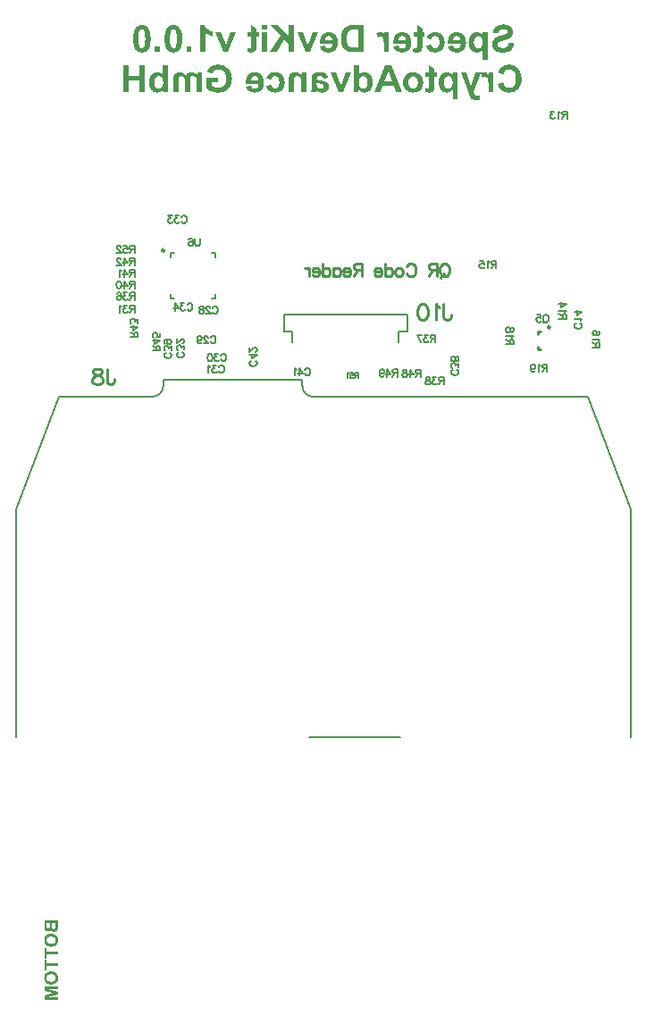
<source format=gbo>
G04 Layer_Color=13813960*
%FSLAX44Y44*%
%MOMM*%
G71*
G01*
G75*
%ADD48C,0.2000*%
%ADD60C,0.2540*%
%ADD81C,0.2500*%
%ADD85C,0.1500*%
G36*
X3940331Y3260000D02*
X3935914D01*
X3928528Y3278580D01*
X3933592D01*
X3937095Y3269062D01*
X3937285Y3268491D01*
X3937475Y3267996D01*
X3937513Y3267805D01*
X3937590Y3267653D01*
X3937628Y3267539D01*
Y3267501D01*
X3937666Y3267310D01*
X3937742Y3267082D01*
X3937932Y3266549D01*
X3938008Y3266320D01*
X3938047Y3266092D01*
X3938123Y3265940D01*
Y3265901D01*
X3939151Y3269062D01*
X3942654Y3278580D01*
X3947794D01*
X3940331Y3260000D01*
D02*
G37*
G36*
X3925444D02*
X3920266D01*
Y3267729D01*
X3916115Y3271993D01*
X3908996Y3260000D01*
X3902294D01*
X3912498Y3275611D01*
X3902789Y3285624D01*
X3909757D01*
X3920266Y3274240D01*
Y3285624D01*
X3925444D01*
Y3260000D01*
D02*
G37*
G36*
X3840804Y3284901D02*
X3841261Y3284101D01*
X3841794Y3283416D01*
X3842289Y3282807D01*
X3842784Y3282312D01*
X3843165Y3281931D01*
X3843317Y3281817D01*
X3843431Y3281703D01*
X3843507Y3281664D01*
X3843545Y3281626D01*
X3844383Y3281017D01*
X3845144Y3280522D01*
X3845830Y3280103D01*
X3846477Y3279799D01*
X3846972Y3279570D01*
X3847353Y3279380D01*
X3847505Y3279342D01*
X3847619Y3279304D01*
X3847657Y3279266D01*
X3847696D01*
Y3274811D01*
X3846363Y3275306D01*
X3845144Y3275877D01*
X3844078Y3276486D01*
X3843583Y3276791D01*
X3843127Y3277096D01*
X3842746Y3277400D01*
X3842365Y3277667D01*
X3842061Y3277895D01*
X3841832Y3278085D01*
X3841603Y3278276D01*
X3841451Y3278390D01*
X3841375Y3278466D01*
X3841337Y3278504D01*
Y3260000D01*
X3836425D01*
Y3285739D01*
X3840423D01*
X3840804Y3284901D01*
D02*
G37*
G36*
X3889501Y3282274D02*
Y3278580D01*
X3891748D01*
Y3274659D01*
X3889501D01*
Y3266549D01*
Y3266092D01*
Y3265635D01*
Y3265254D01*
X3889463Y3264911D01*
Y3264302D01*
X3889425Y3263846D01*
X3889387Y3263503D01*
Y3263275D01*
X3889349Y3263122D01*
Y3263084D01*
X3889273Y3262665D01*
X3889159Y3262285D01*
X3889044Y3261942D01*
X3888930Y3261675D01*
X3888816Y3261447D01*
X3888740Y3261295D01*
X3888702Y3261180D01*
X3888664Y3261142D01*
X3888435Y3260914D01*
X3888207Y3260685D01*
X3887712Y3260305D01*
X3887484Y3260190D01*
X3887293Y3260076D01*
X3887141Y3260038D01*
X3887103Y3260000D01*
X3886684Y3259848D01*
X3886265Y3259771D01*
X3885884Y3259695D01*
X3885504Y3259619D01*
X3885199D01*
X3884932Y3259581D01*
X3884704D01*
X3883904Y3259619D01*
X3883181Y3259695D01*
X3882534Y3259810D01*
X3881963Y3259962D01*
X3881468Y3260076D01*
X3881125Y3260190D01*
X3880897Y3260266D01*
X3880820Y3260305D01*
X3881277Y3264112D01*
X3881734Y3263960D01*
X3882115Y3263846D01*
X3882458Y3263770D01*
X3882762Y3263731D01*
X3882953Y3263693D01*
X3883143Y3263655D01*
X3883257D01*
X3883600Y3263693D01*
X3883866Y3263770D01*
X3884019Y3263846D01*
X3884095Y3263884D01*
X3884285Y3264074D01*
X3884399Y3264264D01*
X3884475Y3264417D01*
X3884514Y3264493D01*
Y3264569D01*
X3884552Y3264721D01*
Y3265064D01*
Y3265521D01*
X3884590Y3265978D01*
Y3266435D01*
Y3266815D01*
Y3266930D01*
Y3267044D01*
Y3267120D01*
Y3267158D01*
Y3274659D01*
X3881239D01*
Y3278580D01*
X3884590D01*
Y3285167D01*
X3889501Y3282274D01*
D02*
G37*
G36*
X4046673D02*
Y3278580D01*
X4048920D01*
Y3274659D01*
X4046673D01*
Y3266549D01*
Y3266092D01*
Y3265635D01*
Y3265254D01*
X4046635Y3264911D01*
Y3264302D01*
X4046597Y3263846D01*
X4046559Y3263503D01*
Y3263275D01*
X4046521Y3263122D01*
Y3263084D01*
X4046445Y3262665D01*
X4046331Y3262285D01*
X4046216Y3261942D01*
X4046102Y3261675D01*
X4045988Y3261447D01*
X4045912Y3261295D01*
X4045874Y3261180D01*
X4045836Y3261142D01*
X4045607Y3260914D01*
X4045379Y3260685D01*
X4044884Y3260305D01*
X4044655Y3260190D01*
X4044465Y3260076D01*
X4044313Y3260038D01*
X4044275Y3260000D01*
X4043856Y3259848D01*
X4043437Y3259771D01*
X4043056Y3259695D01*
X4042675Y3259619D01*
X4042371D01*
X4042104Y3259581D01*
X4041876D01*
X4041076Y3259619D01*
X4040353Y3259695D01*
X4039706Y3259810D01*
X4039135Y3259962D01*
X4038640Y3260076D01*
X4038297Y3260190D01*
X4038069Y3260266D01*
X4037992Y3260305D01*
X4038449Y3264112D01*
X4038906Y3263960D01*
X4039287Y3263846D01*
X4039630Y3263770D01*
X4039934Y3263731D01*
X4040125Y3263693D01*
X4040315Y3263655D01*
X4040429D01*
X4040772Y3263693D01*
X4041038Y3263770D01*
X4041190Y3263846D01*
X4041267Y3263884D01*
X4041457Y3264074D01*
X4041571Y3264264D01*
X4041648Y3264417D01*
X4041685Y3264493D01*
Y3264569D01*
X4041724Y3264721D01*
Y3265064D01*
Y3265521D01*
X4041762Y3265978D01*
Y3266435D01*
Y3266815D01*
Y3266930D01*
Y3267044D01*
Y3267120D01*
Y3267158D01*
Y3274659D01*
X4038411D01*
Y3278580D01*
X4041762D01*
Y3285167D01*
X4046673Y3282274D01*
D02*
G37*
G36*
X3862773Y3260000D02*
X3858356D01*
X3850970Y3278580D01*
X3856034D01*
X3859537Y3269062D01*
X3859727Y3268491D01*
X3859917Y3267996D01*
X3859955Y3267805D01*
X3860032Y3267653D01*
X3860070Y3267539D01*
Y3267501D01*
X3860108Y3267310D01*
X3860184Y3267082D01*
X3860374Y3266549D01*
X3860450Y3266320D01*
X3860489Y3266092D01*
X3860565Y3265940D01*
Y3265901D01*
X3861593Y3269062D01*
X3865096Y3278580D01*
X3870236D01*
X3862773Y3260000D01*
D02*
G37*
G36*
X3899667Y3281093D02*
X3894756D01*
Y3285624D01*
X3899667D01*
Y3281093D01*
D02*
G37*
G36*
X3927113Y3240932D02*
X3927761Y3240856D01*
X3928370Y3240665D01*
X3928941Y3240475D01*
X3929474Y3240247D01*
X3929969Y3239980D01*
X3930426Y3239713D01*
X3930845Y3239409D01*
X3931225Y3239104D01*
X3931568Y3238838D01*
X3931835Y3238571D01*
X3932101Y3238343D01*
X3932292Y3238152D01*
X3932406Y3238000D01*
X3932482Y3237886D01*
X3932520Y3237848D01*
Y3240589D01*
X3937089D01*
Y3222009D01*
X3932177D01*
Y3230385D01*
Y3230956D01*
Y3231451D01*
X3932139Y3231908D01*
Y3232365D01*
X3932101Y3232746D01*
X3932063Y3233089D01*
X3932025Y3233393D01*
X3931987Y3233660D01*
X3931949Y3234078D01*
X3931873Y3234383D01*
X3931835Y3234573D01*
Y3234612D01*
X3931682Y3235031D01*
X3931454Y3235411D01*
X3931225Y3235716D01*
X3930997Y3235982D01*
X3930768Y3236211D01*
X3930578Y3236363D01*
X3930464Y3236439D01*
X3930426Y3236477D01*
X3930045Y3236706D01*
X3929626Y3236896D01*
X3929246Y3237010D01*
X3928903Y3237125D01*
X3928598Y3237162D01*
X3928370Y3237201D01*
X3928141D01*
X3927761Y3237162D01*
X3927456Y3237125D01*
X3927151Y3237048D01*
X3926885Y3236972D01*
X3926695Y3236858D01*
X3926542Y3236782D01*
X3926466Y3236744D01*
X3926428Y3236706D01*
X3926161Y3236515D01*
X3925971Y3236287D01*
X3925628Y3235830D01*
X3925552Y3235640D01*
X3925476Y3235487D01*
X3925400Y3235373D01*
Y3235335D01*
X3925324Y3235145D01*
X3925286Y3234916D01*
X3925210Y3234345D01*
X3925133Y3233736D01*
X3925096Y3233051D01*
X3925057Y3232441D01*
Y3232175D01*
Y3231946D01*
Y3231718D01*
Y3231566D01*
Y3231489D01*
Y3231451D01*
Y3222009D01*
X3920146D01*
Y3233507D01*
Y3234269D01*
X3920184Y3234954D01*
X3920222Y3235525D01*
X3920298Y3235982D01*
X3920336Y3236363D01*
X3920412Y3236591D01*
X3920450Y3236782D01*
Y3236820D01*
X3920565Y3237239D01*
X3920717Y3237619D01*
X3920869Y3237962D01*
X3921021Y3238267D01*
X3921174Y3238533D01*
X3921288Y3238723D01*
X3921364Y3238838D01*
X3921402Y3238876D01*
X3921669Y3239219D01*
X3922011Y3239485D01*
X3922354Y3239752D01*
X3922697Y3239980D01*
X3923001Y3240132D01*
X3923230Y3240247D01*
X3923382Y3240323D01*
X3923458Y3240361D01*
X3923953Y3240551D01*
X3924486Y3240703D01*
X3924981Y3240818D01*
X3925438Y3240894D01*
X3925857Y3240932D01*
X3926161Y3240970D01*
X3926428D01*
X3927113Y3240932D01*
D02*
G37*
G36*
X4027135Y3222009D02*
X4021653D01*
X4019558Y3227834D01*
X4009202D01*
X4006994Y3222009D01*
X4001397D01*
X4011753Y3247633D01*
X4017198D01*
X4027135Y3222009D01*
D02*
G37*
G36*
X3888886Y3240932D02*
X3889534Y3240856D01*
X3890143Y3240742D01*
X3890714Y3240551D01*
X3891247Y3240361D01*
X3891742Y3240132D01*
X3892199Y3239904D01*
X3892618Y3239676D01*
X3892998Y3239409D01*
X3893341Y3239181D01*
X3893608Y3238952D01*
X3893874Y3238762D01*
X3894065Y3238571D01*
X3894179Y3238457D01*
X3894255Y3238381D01*
X3894293Y3238343D01*
X3894712Y3237848D01*
X3895092Y3237277D01*
X3895397Y3236706D01*
X3895664Y3236096D01*
X3895892Y3235487D01*
X3896121Y3234916D01*
X3896387Y3233736D01*
X3896501Y3233203D01*
X3896577Y3232708D01*
X3896616Y3232251D01*
X3896654Y3231870D01*
X3896692Y3231566D01*
Y3231299D01*
Y3231147D01*
Y3231109D01*
X3896654Y3230423D01*
X3896616Y3229738D01*
X3896539Y3229091D01*
X3896387Y3228481D01*
X3896273Y3227949D01*
X3896121Y3227415D01*
X3895930Y3226920D01*
X3895778Y3226501D01*
X3895587Y3226083D01*
X3895435Y3225740D01*
X3895283Y3225435D01*
X3895131Y3225207D01*
X3895016Y3225017D01*
X3894940Y3224865D01*
X3894902Y3224788D01*
X3894864Y3224750D01*
X3894407Y3224179D01*
X3893874Y3223722D01*
X3893341Y3223304D01*
X3892770Y3222923D01*
X3892161Y3222618D01*
X3891590Y3222351D01*
X3890981Y3222161D01*
X3890410Y3221971D01*
X3889876Y3221856D01*
X3889343Y3221742D01*
X3888886Y3221704D01*
X3888506Y3221628D01*
X3888163D01*
X3887935Y3221590D01*
X3887706D01*
X3886602Y3221666D01*
X3885612Y3221819D01*
X3884774Y3222009D01*
X3884013Y3222275D01*
X3883708Y3222390D01*
X3883442Y3222542D01*
X3883213Y3222656D01*
X3882985Y3222732D01*
X3882833Y3222846D01*
X3882718Y3222885D01*
X3882680Y3222961D01*
X3882642D01*
X3881919Y3223532D01*
X3881310Y3224217D01*
X3880776Y3224865D01*
X3880358Y3225550D01*
X3880053Y3226159D01*
X3879901Y3226387D01*
X3879825Y3226616D01*
X3879749Y3226806D01*
X3879673Y3226959D01*
X3879634Y3227035D01*
Y3227073D01*
X3884546Y3227910D01*
X3884736Y3227415D01*
X3884927Y3226996D01*
X3885117Y3226654D01*
X3885307Y3226349D01*
X3885498Y3226121D01*
X3885650Y3225969D01*
X3885726Y3225893D01*
X3885764Y3225854D01*
X3886069Y3225664D01*
X3886374Y3225512D01*
X3886716Y3225398D01*
X3886983Y3225321D01*
X3887249Y3225283D01*
X3887478Y3225245D01*
X3887668D01*
X3888277Y3225283D01*
X3888848Y3225435D01*
X3889305Y3225626D01*
X3889724Y3225854D01*
X3890067Y3226045D01*
X3890333Y3226235D01*
X3890486Y3226387D01*
X3890524Y3226425D01*
X3890905Y3226920D01*
X3891171Y3227491D01*
X3891361Y3228063D01*
X3891514Y3228596D01*
X3891590Y3229091D01*
X3891628Y3229471D01*
X3891666Y3229624D01*
Y3229738D01*
Y3229814D01*
Y3229852D01*
X3879368D01*
Y3230880D01*
X3879444Y3231832D01*
X3879558Y3232708D01*
X3879710Y3233546D01*
X3879863Y3234307D01*
X3880053Y3234992D01*
X3880282Y3235602D01*
X3880510Y3236172D01*
X3880739Y3236630D01*
X3880929Y3237048D01*
X3881119Y3237429D01*
X3881310Y3237696D01*
X3881462Y3237924D01*
X3881576Y3238114D01*
X3881652Y3238191D01*
X3881690Y3238228D01*
X3882147Y3238723D01*
X3882642Y3239142D01*
X3883175Y3239485D01*
X3883708Y3239828D01*
X3884241Y3240094D01*
X3884774Y3240285D01*
X3885307Y3240475D01*
X3885840Y3240627D01*
X3886297Y3240742D01*
X3886754Y3240818D01*
X3887173Y3240894D01*
X3887516Y3240932D01*
X3887820Y3240970D01*
X3888201D01*
X3888886Y3240932D01*
D02*
G37*
G36*
X4070693D02*
X4071302Y3240818D01*
X4071873Y3240703D01*
X4072368Y3240551D01*
X4072787Y3240361D01*
X4073091Y3240247D01*
X4073282Y3240132D01*
X4073358Y3240094D01*
X4073891Y3239752D01*
X4074386Y3239409D01*
X4074767Y3239028D01*
X4075109Y3238647D01*
X4075414Y3238343D01*
X4075604Y3238076D01*
X4075718Y3237924D01*
X4075757Y3237848D01*
Y3240589D01*
X4080326D01*
Y3214965D01*
X4075414D01*
Y3224293D01*
X4074919Y3223760D01*
X4074424Y3223341D01*
X4074005Y3222961D01*
X4073586Y3222694D01*
X4073282Y3222466D01*
X4073053Y3222314D01*
X4072863Y3222237D01*
X4072825Y3222199D01*
X4072330Y3222009D01*
X4071835Y3221856D01*
X4071378Y3221742D01*
X4070959Y3221666D01*
X4070578Y3221628D01*
X4070274Y3221590D01*
X4070007D01*
X4069436Y3221628D01*
X4068865Y3221704D01*
X4068294Y3221819D01*
X4067799Y3222009D01*
X4066847Y3222390D01*
X4066047Y3222885D01*
X4065705Y3223113D01*
X4065400Y3223341D01*
X4065134Y3223532D01*
X4064944Y3223760D01*
X4064753Y3223913D01*
X4064639Y3224027D01*
X4064563Y3224103D01*
X4064525Y3224141D01*
X4064106Y3224636D01*
X4063763Y3225207D01*
X4063459Y3225778D01*
X4063192Y3226349D01*
X4062964Y3226959D01*
X4062811Y3227568D01*
X4062507Y3228748D01*
X4062430Y3229281D01*
X4062354Y3229776D01*
X4062316Y3230233D01*
X4062278Y3230614D01*
X4062240Y3230918D01*
Y3231185D01*
Y3231337D01*
Y3231375D01*
X4062278Y3232213D01*
X4062354Y3232974D01*
X4062469Y3233698D01*
X4062583Y3234383D01*
X4062773Y3235031D01*
X4062964Y3235602D01*
X4063154Y3236135D01*
X4063382Y3236591D01*
X4063611Y3237010D01*
X4063801Y3237391D01*
X4063991Y3237696D01*
X4064182Y3237962D01*
X4064296Y3238152D01*
X4064410Y3238305D01*
X4064486Y3238381D01*
X4064525Y3238419D01*
X4064944Y3238876D01*
X4065400Y3239257D01*
X4065857Y3239599D01*
X4066314Y3239904D01*
X4066809Y3240132D01*
X4067228Y3240361D01*
X4068104Y3240665D01*
X4068484Y3240742D01*
X4068865Y3240818D01*
X4069170Y3240894D01*
X4069474Y3240932D01*
X4069703Y3240970D01*
X4070007D01*
X4070693Y3240932D01*
D02*
G37*
G36*
X3986624Y3238381D02*
X3987043Y3238838D01*
X3987500Y3239219D01*
X3987957Y3239599D01*
X3988413Y3239866D01*
X3988870Y3240132D01*
X3989327Y3240323D01*
X3990165Y3240665D01*
X3990546Y3240742D01*
X3990888Y3240818D01*
X3991193Y3240894D01*
X3991459Y3240932D01*
X3991688Y3240970D01*
X3991992D01*
X3992602Y3240932D01*
X3993211Y3240856D01*
X3993782Y3240742D01*
X3994277Y3240589D01*
X3995267Y3240170D01*
X3995686Y3239980D01*
X3996066Y3239752D01*
X3996409Y3239485D01*
X3996714Y3239295D01*
X3996980Y3239066D01*
X3997209Y3238876D01*
X3997361Y3238723D01*
X3997475Y3238609D01*
X3997551Y3238533D01*
X3997589Y3238495D01*
X3997970Y3238000D01*
X3998313Y3237505D01*
X3998617Y3236934D01*
X3998846Y3236363D01*
X3999074Y3235754D01*
X3999265Y3235145D01*
X3999531Y3234002D01*
X3999608Y3233469D01*
X3999684Y3232974D01*
X3999722Y3232517D01*
X3999760Y3232099D01*
X3999798Y3231794D01*
Y3231527D01*
Y3231375D01*
Y3231337D01*
X3999760Y3230500D01*
X3999684Y3229700D01*
X3999608Y3228976D01*
X3999455Y3228253D01*
X3999265Y3227644D01*
X3999074Y3227035D01*
X3998884Y3226501D01*
X3998655Y3226007D01*
X3998465Y3225588D01*
X3998275Y3225207D01*
X3998084Y3224865D01*
X3997894Y3224636D01*
X3997742Y3224407D01*
X3997666Y3224255D01*
X3997589Y3224179D01*
X3997551Y3224141D01*
X3997094Y3223684D01*
X3996676Y3223304D01*
X3996181Y3222961D01*
X3995724Y3222656D01*
X3995267Y3222428D01*
X3994810Y3222199D01*
X3993934Y3221895D01*
X3993553Y3221819D01*
X3993211Y3221742D01*
X3992868Y3221666D01*
X3992602Y3221628D01*
X3992373Y3221590D01*
X3992068D01*
X3991497Y3221628D01*
X3990927Y3221704D01*
X3990393Y3221819D01*
X3989937Y3221971D01*
X3989556Y3222123D01*
X3989251Y3222237D01*
X3989061Y3222314D01*
X3988985Y3222351D01*
X3988413Y3222656D01*
X3987918Y3223037D01*
X3987423Y3223418D01*
X3987043Y3223836D01*
X3986738Y3224179D01*
X3986472Y3224445D01*
X3986319Y3224636D01*
X3986281Y3224712D01*
Y3222009D01*
X3981712D01*
Y3247633D01*
X3986624D01*
Y3238381D01*
D02*
G37*
G36*
X4039015Y3240932D02*
X4039928Y3240780D01*
X4040766Y3240589D01*
X4041489Y3240361D01*
X4042099Y3240132D01*
X4042327Y3240018D01*
X4042556Y3239942D01*
X4042708Y3239866D01*
X4042822Y3239790D01*
X4042898Y3239752D01*
X4042936D01*
X4043698Y3239257D01*
X4044383Y3238686D01*
X4044992Y3238114D01*
X4045487Y3237543D01*
X4045868Y3237048D01*
X4046135Y3236630D01*
X4046249Y3236477D01*
X4046287Y3236363D01*
X4046363Y3236287D01*
Y3236249D01*
X4046744Y3235373D01*
X4047048Y3234536D01*
X4047239Y3233736D01*
X4047391Y3233051D01*
X4047467Y3232403D01*
X4047505Y3232175D01*
Y3231946D01*
X4047543Y3231756D01*
Y3231642D01*
Y3231566D01*
Y3231527D01*
X4047505Y3230385D01*
X4047353Y3229319D01*
X4047162Y3228405D01*
X4046934Y3227606D01*
X4046858Y3227263D01*
X4046744Y3226959D01*
X4046630Y3226692D01*
X4046553Y3226501D01*
X4046477Y3226311D01*
X4046401Y3226197D01*
X4046363Y3226121D01*
Y3226083D01*
X4045868Y3225321D01*
X4045297Y3224636D01*
X4044726Y3224065D01*
X4044155Y3223570D01*
X4043660Y3223227D01*
X4043241Y3222961D01*
X4043089Y3222846D01*
X4042974Y3222770D01*
X4042898Y3222732D01*
X4042860D01*
X4041984Y3222351D01*
X4041109Y3222085D01*
X4040309Y3221856D01*
X4039548Y3221742D01*
X4038900Y3221666D01*
X4038634Y3221628D01*
X4038405D01*
X4038253Y3221590D01*
X4037986D01*
X4037225Y3221628D01*
X4036502Y3221704D01*
X4035816Y3221856D01*
X4035169Y3222009D01*
X4034598Y3222237D01*
X4034027Y3222466D01*
X4033494Y3222694D01*
X4033037Y3222961D01*
X4032618Y3223227D01*
X4032237Y3223456D01*
X4031933Y3223684D01*
X4031666Y3223913D01*
X4031438Y3224065D01*
X4031285Y3224217D01*
X4031209Y3224293D01*
X4031171Y3224331D01*
X4030676Y3224865D01*
X4030257Y3225435D01*
X4029915Y3226007D01*
X4029572Y3226578D01*
X4029306Y3227187D01*
X4029115Y3227758D01*
X4028925Y3228329D01*
X4028773Y3228862D01*
X4028658Y3229357D01*
X4028582Y3229814D01*
X4028506Y3230233D01*
X4028468Y3230614D01*
X4028430Y3230880D01*
Y3231109D01*
Y3231261D01*
Y3231299D01*
X4028468Y3232061D01*
X4028544Y3232784D01*
X4028696Y3233507D01*
X4028849Y3234155D01*
X4029039Y3234764D01*
X4029268Y3235335D01*
X4029534Y3235868D01*
X4029763Y3236325D01*
X4030029Y3236782D01*
X4030295Y3237125D01*
X4030524Y3237467D01*
X4030714Y3237734D01*
X4030867Y3237962D01*
X4031019Y3238114D01*
X4031095Y3238191D01*
X4031133Y3238228D01*
X4031666Y3238723D01*
X4032199Y3239142D01*
X4032770Y3239485D01*
X4033341Y3239828D01*
X4033913Y3240094D01*
X4034484Y3240285D01*
X4035055Y3240475D01*
X4035588Y3240627D01*
X4036083Y3240742D01*
X4036540Y3240818D01*
X4036959Y3240894D01*
X4037339Y3240932D01*
X4037606Y3240970D01*
X4038025D01*
X4039015Y3240932D01*
D02*
G37*
G36*
X3811525Y3285700D02*
X3812172Y3285624D01*
X3812743Y3285510D01*
X3813314Y3285320D01*
X3813847Y3285129D01*
X3814304Y3284901D01*
X3814761Y3284672D01*
X3815142Y3284444D01*
X3815484Y3284178D01*
X3815789Y3283949D01*
X3816056Y3283720D01*
X3816284Y3283530D01*
X3816436Y3283340D01*
X3816550Y3283225D01*
X3816627Y3283149D01*
X3816665Y3283111D01*
X3817122Y3282464D01*
X3817502Y3281741D01*
X3817845Y3280979D01*
X3818112Y3280141D01*
X3818378Y3279266D01*
X3818568Y3278390D01*
X3818873Y3276715D01*
X3818949Y3275877D01*
X3819025Y3275154D01*
X3819101Y3274468D01*
X3819139Y3273859D01*
X3819178Y3273364D01*
Y3272983D01*
Y3272869D01*
Y3272755D01*
Y3272717D01*
Y3272679D01*
X3819139Y3271346D01*
X3819063Y3270128D01*
X3818949Y3268986D01*
X3818835Y3267957D01*
X3818644Y3267044D01*
X3818454Y3266206D01*
X3818264Y3265445D01*
X3818035Y3264797D01*
X3817807Y3264226D01*
X3817617Y3263731D01*
X3817426Y3263312D01*
X3817236Y3263008D01*
X3817122Y3262741D01*
X3817007Y3262589D01*
X3816931Y3262475D01*
X3816893Y3262437D01*
X3816436Y3261942D01*
X3815979Y3261485D01*
X3815484Y3261104D01*
X3814989Y3260800D01*
X3814494Y3260495D01*
X3813961Y3260266D01*
X3813466Y3260076D01*
X3813010Y3259924D01*
X3812552Y3259810D01*
X3812134Y3259734D01*
X3811791Y3259657D01*
X3811448Y3259619D01*
X3811220D01*
X3810992Y3259581D01*
X3810839D01*
X3810154Y3259619D01*
X3809507Y3259695D01*
X3808936Y3259810D01*
X3808364Y3260000D01*
X3807831Y3260190D01*
X3807375Y3260419D01*
X3806918Y3260647D01*
X3806537Y3260876D01*
X3806194Y3261104D01*
X3805890Y3261371D01*
X3805623Y3261561D01*
X3805433Y3261751D01*
X3805280Y3261942D01*
X3805128Y3262056D01*
X3805090Y3262132D01*
X3805052Y3262170D01*
X3804595Y3262817D01*
X3804214Y3263541D01*
X3803871Y3264341D01*
X3803567Y3265140D01*
X3803339Y3266016D01*
X3803110Y3266891D01*
X3802805Y3268605D01*
X3802729Y3269404D01*
X3802653Y3270166D01*
X3802577Y3270851D01*
X3802539Y3271460D01*
X3802501Y3271955D01*
Y3272336D01*
Y3272450D01*
Y3272565D01*
Y3272603D01*
Y3272641D01*
X3802539Y3273973D01*
X3802615Y3275192D01*
X3802729Y3276296D01*
X3802881Y3277324D01*
X3803072Y3278276D01*
X3803300Y3279152D01*
X3803529Y3279913D01*
X3803757Y3280598D01*
X3803986Y3281169D01*
X3804214Y3281703D01*
X3804443Y3282121D01*
X3804633Y3282464D01*
X3804785Y3282730D01*
X3804900Y3282921D01*
X3804976Y3283035D01*
X3805014Y3283073D01*
X3805433Y3283530D01*
X3805851Y3283949D01*
X3806346Y3284292D01*
X3806803Y3284634D01*
X3807298Y3284863D01*
X3807793Y3285091D01*
X3808250Y3285281D01*
X3808707Y3285396D01*
X3809164Y3285510D01*
X3809545Y3285586D01*
X3809926Y3285662D01*
X3810230Y3285700D01*
X3810497Y3285739D01*
X3810839D01*
X3811525Y3285700D01*
D02*
G37*
G36*
X3798199Y3260000D02*
X3793287D01*
Y3264911D01*
X3798199D01*
Y3260000D01*
D02*
G37*
G36*
X3828049D02*
X3823137D01*
Y3264911D01*
X3828049D01*
Y3260000D01*
D02*
G37*
G36*
X4099064Y3278923D02*
X4099673Y3278809D01*
X4100244Y3278694D01*
X4100739Y3278542D01*
X4101158Y3278352D01*
X4101463Y3278238D01*
X4101653Y3278123D01*
X4101729Y3278085D01*
X4102262Y3277743D01*
X4102757Y3277400D01*
X4103138Y3277019D01*
X4103481Y3276638D01*
X4103785Y3276334D01*
X4103976Y3276068D01*
X4104090Y3275915D01*
X4104128Y3275839D01*
Y3278580D01*
X4108697D01*
Y3252956D01*
X4103785D01*
Y3262285D01*
X4103290Y3261751D01*
X4102795Y3261333D01*
X4102376Y3260952D01*
X4101958Y3260685D01*
X4101653Y3260457D01*
X4101425Y3260305D01*
X4101234Y3260228D01*
X4101196Y3260190D01*
X4100701Y3260000D01*
X4100206Y3259848D01*
X4099749Y3259734D01*
X4099330Y3259657D01*
X4098950Y3259619D01*
X4098645Y3259581D01*
X4098379D01*
X4097808Y3259619D01*
X4097236Y3259695D01*
X4096665Y3259810D01*
X4096170Y3260000D01*
X4095219Y3260381D01*
X4094419Y3260876D01*
X4094076Y3261104D01*
X4093772Y3261333D01*
X4093505Y3261523D01*
X4093315Y3261751D01*
X4093124Y3261904D01*
X4093010Y3262018D01*
X4092934Y3262094D01*
X4092896Y3262132D01*
X4092477Y3262627D01*
X4092134Y3263198D01*
X4091830Y3263770D01*
X4091563Y3264341D01*
X4091335Y3264950D01*
X4091183Y3265559D01*
X4090878Y3266739D01*
X4090802Y3267272D01*
X4090726Y3267767D01*
X4090688Y3268224D01*
X4090649Y3268605D01*
X4090611Y3268909D01*
Y3269176D01*
Y3269328D01*
Y3269366D01*
X4090649Y3270204D01*
X4090726Y3270966D01*
X4090840Y3271689D01*
X4090954Y3272374D01*
X4091144Y3273022D01*
X4091335Y3273593D01*
X4091525Y3274126D01*
X4091754Y3274583D01*
X4091982Y3275002D01*
X4092173Y3275382D01*
X4092363Y3275687D01*
X4092553Y3275953D01*
X4092668Y3276143D01*
X4092782Y3276296D01*
X4092858Y3276372D01*
X4092896Y3276410D01*
X4093315Y3276867D01*
X4093772Y3277248D01*
X4094229Y3277590D01*
X4094685Y3277895D01*
X4095180Y3278123D01*
X4095599Y3278352D01*
X4096475Y3278657D01*
X4096855Y3278733D01*
X4097236Y3278809D01*
X4097541Y3278885D01*
X4097845Y3278923D01*
X4098074Y3278961D01*
X4098379D01*
X4099064Y3278923D01*
D02*
G37*
G36*
X4124536Y3286005D02*
X4125526Y3285891D01*
X4126364Y3285739D01*
X4127125Y3285586D01*
X4127430Y3285510D01*
X4127696Y3285434D01*
X4127963Y3285358D01*
X4128153Y3285281D01*
X4128305Y3285205D01*
X4128419Y3285167D01*
X4128495Y3285129D01*
X4128534D01*
X4129257Y3284786D01*
X4129904Y3284368D01*
X4130437Y3283911D01*
X4130894Y3283492D01*
X4131237Y3283111D01*
X4131504Y3282807D01*
X4131656Y3282616D01*
X4131694Y3282578D01*
Y3282540D01*
X4132075Y3281893D01*
X4132341Y3281246D01*
X4132531Y3280636D01*
X4132646Y3280065D01*
X4132722Y3279608D01*
X4132798Y3279228D01*
Y3279075D01*
Y3278961D01*
Y3278923D01*
Y3278885D01*
X4132760Y3278314D01*
X4132684Y3277781D01*
X4132570Y3277286D01*
X4132417Y3276791D01*
X4132075Y3275915D01*
X4131618Y3275154D01*
X4131427Y3274849D01*
X4131199Y3274544D01*
X4131009Y3274278D01*
X4130818Y3274088D01*
X4130704Y3273935D01*
X4130590Y3273821D01*
X4130514Y3273745D01*
X4130475Y3273707D01*
X4130133Y3273440D01*
X4129752Y3273174D01*
X4129333Y3272907D01*
X4128838Y3272679D01*
X4127886Y3272260D01*
X4126935Y3271879D01*
X4126478Y3271727D01*
X4126059Y3271613D01*
X4125678Y3271460D01*
X4125335Y3271384D01*
X4125031Y3271308D01*
X4124840Y3271232D01*
X4124688Y3271194D01*
X4124650D01*
X4124079Y3271042D01*
X4123546Y3270889D01*
X4123051Y3270775D01*
X4122632Y3270661D01*
X4122251Y3270547D01*
X4121909Y3270471D01*
X4121604Y3270394D01*
X4121376Y3270318D01*
X4120957Y3270204D01*
X4120690Y3270128D01*
X4120538Y3270052D01*
X4120500D01*
X4120043Y3269861D01*
X4119662Y3269671D01*
X4119320Y3269519D01*
X4119053Y3269328D01*
X4118863Y3269176D01*
X4118748Y3269062D01*
X4118672Y3268986D01*
X4118634Y3268947D01*
X4118444Y3268681D01*
X4118330Y3268415D01*
X4118177Y3267920D01*
X4118139Y3267729D01*
X4118101Y3267539D01*
Y3267425D01*
Y3267386D01*
X4118139Y3266891D01*
X4118292Y3266396D01*
X4118520Y3265978D01*
X4118748Y3265635D01*
X4118977Y3265331D01*
X4119205Y3265102D01*
X4119358Y3264950D01*
X4119396Y3264911D01*
X4119929Y3264569D01*
X4120500Y3264302D01*
X4121147Y3264150D01*
X4121756Y3263998D01*
X4122289Y3263922D01*
X4122746Y3263884D01*
X4123165D01*
X4124003Y3263922D01*
X4124764Y3264074D01*
X4125412Y3264264D01*
X4125945Y3264493D01*
X4126364Y3264683D01*
X4126668Y3264873D01*
X4126859Y3265026D01*
X4126935Y3265064D01*
X4127391Y3265559D01*
X4127772Y3266130D01*
X4128115Y3266777D01*
X4128343Y3267386D01*
X4128534Y3267920D01*
X4128648Y3268376D01*
X4128686Y3268567D01*
Y3268681D01*
X4128724Y3268757D01*
Y3268795D01*
X4133750Y3268300D01*
X4133636Y3267501D01*
X4133483Y3266777D01*
X4133293Y3266092D01*
X4133065Y3265445D01*
X4132798Y3264873D01*
X4132570Y3264341D01*
X4132303Y3263846D01*
X4132037Y3263427D01*
X4131770Y3263008D01*
X4131504Y3262703D01*
X4131275Y3262399D01*
X4131085Y3262170D01*
X4130894Y3261980D01*
X4130780Y3261866D01*
X4130704Y3261790D01*
X4130666Y3261751D01*
X4130133Y3261371D01*
X4129600Y3261028D01*
X4128990Y3260723D01*
X4128381Y3260457D01*
X4127772Y3260228D01*
X4127163Y3260038D01*
X4125945Y3259771D01*
X4125374Y3259695D01*
X4124879Y3259619D01*
X4124422Y3259581D01*
X4124003Y3259543D01*
X4123660Y3259505D01*
X4123203D01*
X4121985Y3259543D01*
X4120919Y3259657D01*
X4119967Y3259810D01*
X4119548Y3259886D01*
X4119167Y3259962D01*
X4118825Y3260038D01*
X4118520Y3260114D01*
X4118253Y3260190D01*
X4118025Y3260266D01*
X4117873Y3260343D01*
X4117758Y3260381D01*
X4117682Y3260419D01*
X4117644D01*
X4116845Y3260800D01*
X4116159Y3261256D01*
X4115550Y3261751D01*
X4115055Y3262208D01*
X4114674Y3262627D01*
X4114408Y3262970D01*
X4114218Y3263198D01*
X4114180Y3263236D01*
Y3263275D01*
X4113761Y3263998D01*
X4113456Y3264759D01*
X4113228Y3265445D01*
X4113075Y3266092D01*
X4112999Y3266625D01*
X4112923Y3267044D01*
Y3267196D01*
Y3267310D01*
Y3267386D01*
Y3267425D01*
X4112961Y3268300D01*
X4113075Y3269100D01*
X4113266Y3269785D01*
X4113418Y3270394D01*
X4113608Y3270851D01*
X4113799Y3271194D01*
X4113913Y3271422D01*
X4113951Y3271498D01*
X4114370Y3272108D01*
X4114827Y3272603D01*
X4115322Y3273060D01*
X4115779Y3273440D01*
X4116159Y3273745D01*
X4116502Y3273935D01*
X4116731Y3274088D01*
X4116769Y3274126D01*
X4116807D01*
X4117149Y3274316D01*
X4117568Y3274468D01*
X4118444Y3274811D01*
X4119358Y3275116D01*
X4120272Y3275382D01*
X4121071Y3275611D01*
X4121452Y3275725D01*
X4121756Y3275801D01*
X4122023Y3275877D01*
X4122213Y3275915D01*
X4122328Y3275953D01*
X4122366D01*
X4123051Y3276143D01*
X4123660Y3276296D01*
X4124193Y3276448D01*
X4124688Y3276601D01*
X4125145Y3276753D01*
X4125526Y3276905D01*
X4125869Y3277057D01*
X4126135Y3277172D01*
X4126401Y3277286D01*
X4126592Y3277400D01*
X4126744Y3277476D01*
X4126896Y3277552D01*
X4127049Y3277667D01*
X4127087Y3277705D01*
X4127354Y3277971D01*
X4127544Y3278199D01*
X4127658Y3278466D01*
X4127734Y3278694D01*
X4127810Y3278923D01*
X4127849Y3279075D01*
Y3279189D01*
Y3279228D01*
X4127810Y3279608D01*
X4127734Y3279913D01*
X4127582Y3280179D01*
X4127430Y3280408D01*
X4127315Y3280598D01*
X4127163Y3280713D01*
X4127087Y3280789D01*
X4127049Y3280827D01*
X4126554Y3281131D01*
X4125983Y3281360D01*
X4125374Y3281550D01*
X4124840Y3281664D01*
X4124307Y3281741D01*
X4123927Y3281779D01*
X4123546D01*
X4122784Y3281741D01*
X4122099Y3281626D01*
X4121528Y3281512D01*
X4121071Y3281360D01*
X4120728Y3281169D01*
X4120462Y3281055D01*
X4120309Y3280941D01*
X4120272Y3280903D01*
X4119891Y3280522D01*
X4119586Y3280103D01*
X4119320Y3279647D01*
X4119129Y3279152D01*
X4118977Y3278733D01*
X4118901Y3278390D01*
X4118825Y3278162D01*
Y3278123D01*
Y3278085D01*
X4113647Y3278276D01*
X4113685Y3278923D01*
X4113799Y3279532D01*
X4113951Y3280103D01*
X4114103Y3280636D01*
X4114332Y3281131D01*
X4114522Y3281588D01*
X4114751Y3282007D01*
X4114979Y3282426D01*
X4115246Y3282769D01*
X4115474Y3283035D01*
X4115664Y3283302D01*
X4115855Y3283530D01*
X4116007Y3283682D01*
X4116122Y3283797D01*
X4116198Y3283873D01*
X4116236Y3283911D01*
X4116731Y3284292D01*
X4117263Y3284634D01*
X4117797Y3284901D01*
X4118406Y3285129D01*
X4119586Y3285510D01*
X4120767Y3285776D01*
X4121299Y3285853D01*
X4121833Y3285929D01*
X4122289Y3285967D01*
X4122670Y3286005D01*
X4123013Y3286043D01*
X4123470D01*
X4124536Y3286005D01*
D02*
G37*
G36*
X3781674Y3285700D02*
X3782321Y3285624D01*
X3782892Y3285510D01*
X3783464Y3285320D01*
X3783997Y3285129D01*
X3784453Y3284901D01*
X3784910Y3284672D01*
X3785291Y3284444D01*
X3785634Y3284178D01*
X3785938Y3283949D01*
X3786205Y3283720D01*
X3786433Y3283530D01*
X3786586Y3283340D01*
X3786700Y3283225D01*
X3786776Y3283149D01*
X3786814Y3283111D01*
X3787271Y3282464D01*
X3787652Y3281741D01*
X3787994Y3280979D01*
X3788261Y3280141D01*
X3788528Y3279266D01*
X3788718Y3278390D01*
X3789023Y3276715D01*
X3789099Y3275877D01*
X3789175Y3275154D01*
X3789251Y3274468D01*
X3789289Y3273859D01*
X3789327Y3273364D01*
Y3272983D01*
Y3272869D01*
Y3272755D01*
Y3272717D01*
Y3272679D01*
X3789289Y3271346D01*
X3789213Y3270128D01*
X3789099Y3268986D01*
X3788984Y3267957D01*
X3788794Y3267044D01*
X3788604Y3266206D01*
X3788413Y3265445D01*
X3788185Y3264797D01*
X3787957Y3264226D01*
X3787766Y3263731D01*
X3787576Y3263312D01*
X3787385Y3263008D01*
X3787271Y3262741D01*
X3787157Y3262589D01*
X3787081Y3262475D01*
X3787043Y3262437D01*
X3786586Y3261942D01*
X3786129Y3261485D01*
X3785634Y3261104D01*
X3785139Y3260800D01*
X3784644Y3260495D01*
X3784111Y3260266D01*
X3783616Y3260076D01*
X3783159Y3259924D01*
X3782702Y3259810D01*
X3782283Y3259734D01*
X3781941Y3259657D01*
X3781598Y3259619D01*
X3781370D01*
X3781141Y3259581D01*
X3780989D01*
X3780303Y3259619D01*
X3779656Y3259695D01*
X3779085Y3259810D01*
X3778514Y3260000D01*
X3777981Y3260190D01*
X3777524Y3260419D01*
X3777067Y3260647D01*
X3776686Y3260876D01*
X3776344Y3261104D01*
X3776039Y3261371D01*
X3775772Y3261561D01*
X3775582Y3261751D01*
X3775430Y3261942D01*
X3775278Y3262056D01*
X3775240Y3262132D01*
X3775201Y3262170D01*
X3774745Y3262817D01*
X3774364Y3263541D01*
X3774021Y3264341D01*
X3773716Y3265140D01*
X3773488Y3266016D01*
X3773260Y3266891D01*
X3772955Y3268605D01*
X3772879Y3269404D01*
X3772803Y3270166D01*
X3772727Y3270851D01*
X3772689Y3271460D01*
X3772650Y3271955D01*
Y3272336D01*
Y3272450D01*
Y3272565D01*
Y3272603D01*
Y3272641D01*
X3772689Y3273973D01*
X3772765Y3275192D01*
X3772879Y3276296D01*
X3773031Y3277324D01*
X3773221Y3278276D01*
X3773450Y3279152D01*
X3773678Y3279913D01*
X3773907Y3280598D01*
X3774135Y3281169D01*
X3774364Y3281703D01*
X3774592Y3282121D01*
X3774783Y3282464D01*
X3774935Y3282730D01*
X3775049Y3282921D01*
X3775125Y3283035D01*
X3775163Y3283073D01*
X3775582Y3283530D01*
X3776001Y3283949D01*
X3776496Y3284292D01*
X3776953Y3284634D01*
X3777448Y3284863D01*
X3777943Y3285091D01*
X3778400Y3285281D01*
X3778857Y3285396D01*
X3779313Y3285510D01*
X3779694Y3285586D01*
X3780075Y3285662D01*
X3780380Y3285700D01*
X3780646Y3285739D01*
X3780989D01*
X3781674Y3285700D01*
D02*
G37*
G36*
X3899667Y3260000D02*
X3894756D01*
Y3278580D01*
X3899667D01*
Y3260000D01*
D02*
G37*
G36*
X4028588Y3278923D02*
X4029235Y3278847D01*
X4029844Y3278733D01*
X4030416Y3278542D01*
X4030948Y3278352D01*
X4031443Y3278123D01*
X4031900Y3277895D01*
X4032319Y3277667D01*
X4032700Y3277400D01*
X4033043Y3277172D01*
X4033309Y3276943D01*
X4033576Y3276753D01*
X4033766Y3276562D01*
X4033880Y3276448D01*
X4033956Y3276372D01*
X4033994Y3276334D01*
X4034413Y3275839D01*
X4034794Y3275268D01*
X4035099Y3274697D01*
X4035365Y3274088D01*
X4035594Y3273478D01*
X4035822Y3272907D01*
X4036089Y3271727D01*
X4036203Y3271194D01*
X4036279Y3270699D01*
X4036317Y3270242D01*
X4036355Y3269861D01*
X4036393Y3269557D01*
Y3269290D01*
Y3269138D01*
Y3269100D01*
X4036355Y3268415D01*
X4036317Y3267729D01*
X4036241Y3267082D01*
X4036089Y3266473D01*
X4035974Y3265940D01*
X4035822Y3265406D01*
X4035632Y3264911D01*
X4035479Y3264493D01*
X4035289Y3264074D01*
X4035137Y3263731D01*
X4034984Y3263427D01*
X4034832Y3263198D01*
X4034718Y3263008D01*
X4034642Y3262856D01*
X4034604Y3262780D01*
X4034566Y3262741D01*
X4034109Y3262170D01*
X4033576Y3261713D01*
X4033043Y3261295D01*
X4032472Y3260914D01*
X4031862Y3260609D01*
X4031291Y3260343D01*
X4030682Y3260152D01*
X4030111Y3259962D01*
X4029578Y3259848D01*
X4029045Y3259734D01*
X4028588Y3259695D01*
X4028207Y3259619D01*
X4027864D01*
X4027636Y3259581D01*
X4027408D01*
X4026303Y3259657D01*
X4025313Y3259810D01*
X4024476Y3260000D01*
X4023714Y3260266D01*
X4023410Y3260381D01*
X4023143Y3260533D01*
X4022915Y3260647D01*
X4022686Y3260723D01*
X4022534Y3260838D01*
X4022420Y3260876D01*
X4022382Y3260952D01*
X4022344D01*
X4021620Y3261523D01*
X4021011Y3262208D01*
X4020478Y3262856D01*
X4020059Y3263541D01*
X4019755Y3264150D01*
X4019602Y3264379D01*
X4019526Y3264607D01*
X4019450Y3264797D01*
X4019374Y3264950D01*
X4019336Y3265026D01*
Y3265064D01*
X4024247Y3265901D01*
X4024438Y3265406D01*
X4024628Y3264988D01*
X4024818Y3264645D01*
X4025009Y3264341D01*
X4025199Y3264112D01*
X4025352Y3263960D01*
X4025428Y3263884D01*
X4025466Y3263846D01*
X4025770Y3263655D01*
X4026075Y3263503D01*
X4026418Y3263389D01*
X4026684Y3263312D01*
X4026951Y3263275D01*
X4027179Y3263236D01*
X4027369D01*
X4027979Y3263275D01*
X4028550Y3263427D01*
X4029007Y3263617D01*
X4029425Y3263846D01*
X4029768Y3264036D01*
X4030035Y3264226D01*
X4030187Y3264379D01*
X4030225Y3264417D01*
X4030606Y3264911D01*
X4030872Y3265483D01*
X4031063Y3266054D01*
X4031215Y3266587D01*
X4031291Y3267082D01*
X4031329Y3267462D01*
X4031367Y3267615D01*
Y3267729D01*
Y3267805D01*
Y3267843D01*
X4019069D01*
Y3268871D01*
X4019146Y3269823D01*
X4019260Y3270699D01*
X4019412Y3271537D01*
X4019564Y3272298D01*
X4019755Y3272983D01*
X4019983Y3273593D01*
X4020211Y3274164D01*
X4020440Y3274621D01*
X4020630Y3275039D01*
X4020821Y3275420D01*
X4021011Y3275687D01*
X4021163Y3275915D01*
X4021277Y3276106D01*
X4021354Y3276182D01*
X4021392Y3276220D01*
X4021849Y3276715D01*
X4022344Y3277133D01*
X4022877Y3277476D01*
X4023410Y3277819D01*
X4023943Y3278085D01*
X4024476Y3278276D01*
X4025009Y3278466D01*
X4025542Y3278618D01*
X4025999Y3278733D01*
X4026456Y3278809D01*
X4026874Y3278885D01*
X4027217Y3278923D01*
X4027522Y3278961D01*
X4027903D01*
X4028588Y3278923D01*
D02*
G37*
G36*
X4080331D02*
X4080978Y3278847D01*
X4081588Y3278733D01*
X4082159Y3278542D01*
X4082692Y3278352D01*
X4083187Y3278123D01*
X4083644Y3277895D01*
X4084062Y3277667D01*
X4084443Y3277400D01*
X4084786Y3277172D01*
X4085052Y3276943D01*
X4085319Y3276753D01*
X4085509Y3276562D01*
X4085623Y3276448D01*
X4085700Y3276372D01*
X4085738Y3276334D01*
X4086157Y3275839D01*
X4086537Y3275268D01*
X4086842Y3274697D01*
X4087108Y3274088D01*
X4087337Y3273478D01*
X4087565Y3272907D01*
X4087832Y3271727D01*
X4087946Y3271194D01*
X4088022Y3270699D01*
X4088060Y3270242D01*
X4088098Y3269861D01*
X4088137Y3269557D01*
Y3269290D01*
Y3269138D01*
Y3269100D01*
X4088098Y3268415D01*
X4088060Y3267729D01*
X4087984Y3267082D01*
X4087832Y3266473D01*
X4087718Y3265940D01*
X4087565Y3265406D01*
X4087375Y3264911D01*
X4087223Y3264493D01*
X4087032Y3264074D01*
X4086880Y3263731D01*
X4086728Y3263427D01*
X4086576Y3263198D01*
X4086461Y3263008D01*
X4086385Y3262856D01*
X4086347Y3262780D01*
X4086309Y3262741D01*
X4085852Y3262170D01*
X4085319Y3261713D01*
X4084786Y3261295D01*
X4084215Y3260914D01*
X4083606Y3260609D01*
X4083035Y3260343D01*
X4082426Y3260152D01*
X4081854Y3259962D01*
X4081321Y3259848D01*
X4080788Y3259734D01*
X4080331Y3259695D01*
X4079951Y3259619D01*
X4079608D01*
X4079379Y3259581D01*
X4079151D01*
X4078047Y3259657D01*
X4077057Y3259810D01*
X4076219Y3260000D01*
X4075458Y3260266D01*
X4075153Y3260381D01*
X4074886Y3260533D01*
X4074658Y3260647D01*
X4074430Y3260723D01*
X4074277Y3260838D01*
X4074163Y3260876D01*
X4074125Y3260952D01*
X4074087D01*
X4073364Y3261523D01*
X4072755Y3262208D01*
X4072221Y3262856D01*
X4071802Y3263541D01*
X4071498Y3264150D01*
X4071346Y3264379D01*
X4071270Y3264607D01*
X4071194Y3264797D01*
X4071117Y3264950D01*
X4071079Y3265026D01*
Y3265064D01*
X4075991Y3265901D01*
X4076181Y3265406D01*
X4076371Y3264988D01*
X4076562Y3264645D01*
X4076752Y3264341D01*
X4076943Y3264112D01*
X4077095Y3263960D01*
X4077171Y3263884D01*
X4077209Y3263846D01*
X4077514Y3263655D01*
X4077818Y3263503D01*
X4078161Y3263389D01*
X4078427Y3263312D01*
X4078694Y3263275D01*
X4078922Y3263236D01*
X4079113D01*
X4079722Y3263275D01*
X4080293Y3263427D01*
X4080750Y3263617D01*
X4081169Y3263846D01*
X4081512Y3264036D01*
X4081778Y3264226D01*
X4081931Y3264379D01*
X4081968Y3264417D01*
X4082349Y3264911D01*
X4082616Y3265483D01*
X4082806Y3266054D01*
X4082958Y3266587D01*
X4083035Y3267082D01*
X4083073Y3267462D01*
X4083111Y3267615D01*
Y3267729D01*
Y3267805D01*
Y3267843D01*
X4070813D01*
Y3268871D01*
X4070889Y3269823D01*
X4071003Y3270699D01*
X4071155Y3271537D01*
X4071308Y3272298D01*
X4071498Y3272983D01*
X4071726Y3273593D01*
X4071955Y3274164D01*
X4072183Y3274621D01*
X4072374Y3275039D01*
X4072564Y3275420D01*
X4072755Y3275687D01*
X4072907Y3275915D01*
X4073021Y3276106D01*
X4073097Y3276182D01*
X4073135Y3276220D01*
X4073592Y3276715D01*
X4074087Y3277133D01*
X4074620Y3277476D01*
X4075153Y3277819D01*
X4075686Y3278085D01*
X4076219Y3278276D01*
X4076752Y3278466D01*
X4077285Y3278618D01*
X4077742Y3278733D01*
X4078199Y3278809D01*
X4078618Y3278885D01*
X4078961Y3278923D01*
X4079265Y3278961D01*
X4079646D01*
X4080331Y3278923D01*
D02*
G37*
G36*
X4059657D02*
X4060380Y3278847D01*
X4061028Y3278733D01*
X4061675Y3278542D01*
X4062246Y3278352D01*
X4062817Y3278162D01*
X4063312Y3277895D01*
X4063731Y3277667D01*
X4064149Y3277438D01*
X4064492Y3277210D01*
X4064797Y3276981D01*
X4065025Y3276791D01*
X4065215Y3276601D01*
X4065368Y3276486D01*
X4065444Y3276410D01*
X4065482Y3276372D01*
X4065901Y3275877D01*
X4066282Y3275344D01*
X4066586Y3274773D01*
X4066853Y3274202D01*
X4067081Y3273593D01*
X4067310Y3272983D01*
X4067576Y3271841D01*
X4067690Y3271308D01*
X4067767Y3270851D01*
X4067805Y3270394D01*
X4067843Y3270014D01*
X4067881Y3269709D01*
Y3269442D01*
Y3269290D01*
Y3269252D01*
X4067843Y3268415D01*
X4067767Y3267653D01*
X4067652Y3266891D01*
X4067500Y3266206D01*
X4067310Y3265559D01*
X4067119Y3264988D01*
X4066891Y3264455D01*
X4066663Y3263998D01*
X4066472Y3263541D01*
X4066244Y3263198D01*
X4066053Y3262856D01*
X4065863Y3262589D01*
X4065710Y3262399D01*
X4065596Y3262246D01*
X4065520Y3262170D01*
X4065482Y3262132D01*
X4065025Y3261675D01*
X4064492Y3261295D01*
X4063959Y3260952D01*
X4063426Y3260647D01*
X4062893Y3260419D01*
X4062360Y3260190D01*
X4061294Y3259886D01*
X4060837Y3259810D01*
X4060380Y3259734D01*
X4059999Y3259657D01*
X4059657Y3259619D01*
X4059352Y3259581D01*
X4058971D01*
X4058324Y3259619D01*
X4057715Y3259657D01*
X4056573Y3259848D01*
X4056078Y3259962D01*
X4055583Y3260114D01*
X4055164Y3260266D01*
X4054783Y3260419D01*
X4054441Y3260571D01*
X4054136Y3260723D01*
X4053869Y3260876D01*
X4053641Y3260990D01*
X4053489Y3261104D01*
X4053374Y3261180D01*
X4053298Y3261256D01*
X4053260D01*
X4052880Y3261599D01*
X4052537Y3261942D01*
X4051890Y3262741D01*
X4051395Y3263579D01*
X4051014Y3264417D01*
X4050709Y3265140D01*
X4050595Y3265445D01*
X4050519Y3265749D01*
X4050443Y3265978D01*
X4050405Y3266130D01*
X4050367Y3266244D01*
Y3266282D01*
X4055202Y3267120D01*
X4055354Y3266435D01*
X4055545Y3265864D01*
X4055773Y3265369D01*
X4056002Y3264988D01*
X4056192Y3264683D01*
X4056344Y3264493D01*
X4056458Y3264379D01*
X4056497Y3264341D01*
X4056839Y3264074D01*
X4057220Y3263884D01*
X4057601Y3263770D01*
X4057982Y3263693D01*
X4058286Y3263617D01*
X4058553Y3263579D01*
X4058781D01*
X4059428Y3263655D01*
X4060038Y3263807D01*
X4060533Y3263998D01*
X4060951Y3264264D01*
X4061294Y3264493D01*
X4061560Y3264721D01*
X4061713Y3264873D01*
X4061751Y3264911D01*
X4061941Y3265178D01*
X4062132Y3265521D01*
X4062398Y3266206D01*
X4062589Y3267006D01*
X4062703Y3267767D01*
X4062779Y3268491D01*
X4062817Y3268795D01*
X4062855Y3269062D01*
Y3269290D01*
Y3269442D01*
Y3269557D01*
Y3269595D01*
Y3270128D01*
X4062817Y3270623D01*
X4062741Y3271080D01*
X4062703Y3271498D01*
X4062512Y3272222D01*
X4062322Y3272831D01*
X4062132Y3273250D01*
X4061941Y3273593D01*
X4061827Y3273745D01*
X4061789Y3273821D01*
X4061332Y3274240D01*
X4060875Y3274583D01*
X4060380Y3274811D01*
X4059885Y3274963D01*
X4059466Y3275039D01*
X4059124Y3275116D01*
X4058819D01*
X4058324Y3275078D01*
X4057905Y3275002D01*
X4057487Y3274887D01*
X4057182Y3274735D01*
X4056915Y3274583D01*
X4056725Y3274468D01*
X4056611Y3274392D01*
X4056573Y3274354D01*
X4056268Y3274049D01*
X4056040Y3273707D01*
X4055811Y3273364D01*
X4055659Y3273022D01*
X4055545Y3272717D01*
X4055468Y3272450D01*
X4055431Y3272298D01*
Y3272222D01*
X4050595Y3273098D01*
X4050976Y3274126D01*
X4051432Y3275002D01*
X4051890Y3275763D01*
X4052385Y3276372D01*
X4052803Y3276867D01*
X4053146Y3277210D01*
X4053412Y3277400D01*
X4053451Y3277476D01*
X4053489D01*
X4054288Y3277971D01*
X4055202Y3278352D01*
X4056078Y3278618D01*
X4056953Y3278771D01*
X4057715Y3278885D01*
X4058058Y3278923D01*
X4058324D01*
X4058553Y3278961D01*
X4058895D01*
X4059657Y3278923D01*
D02*
G37*
G36*
X3991122Y3260000D02*
X3981413D01*
X3980385Y3260038D01*
X3979510Y3260076D01*
X3978710Y3260152D01*
X3978063Y3260266D01*
X3977530Y3260381D01*
X3977149Y3260457D01*
X3977035Y3260495D01*
X3976920D01*
X3976844Y3260533D01*
X3976045Y3260838D01*
X3975321Y3261142D01*
X3974712Y3261485D01*
X3974179Y3261828D01*
X3973760Y3262094D01*
X3973456Y3262322D01*
X3973304Y3262513D01*
X3973228Y3262551D01*
X3972580Y3263236D01*
X3972047Y3263998D01*
X3971590Y3264759D01*
X3971171Y3265483D01*
X3970867Y3266130D01*
X3970753Y3266396D01*
X3970676Y3266625D01*
X3970600Y3266815D01*
X3970524Y3266967D01*
X3970486Y3267044D01*
Y3267082D01*
X3970219Y3267957D01*
X3970029Y3268909D01*
X3969877Y3269823D01*
X3969801Y3270699D01*
X3969763Y3271080D01*
X3969724Y3271422D01*
Y3271765D01*
X3969687Y3272032D01*
Y3272260D01*
Y3272412D01*
Y3272527D01*
Y3272565D01*
X3969724Y3273859D01*
X3969801Y3275002D01*
X3969877Y3275534D01*
X3969953Y3276029D01*
X3970029Y3276486D01*
X3970105Y3276905D01*
X3970181Y3277286D01*
X3970258Y3277628D01*
X3970334Y3277895D01*
X3970410Y3278162D01*
X3970448Y3278352D01*
X3970486Y3278466D01*
X3970524Y3278542D01*
Y3278580D01*
X3970867Y3279456D01*
X3971248Y3280256D01*
X3971666Y3280979D01*
X3972085Y3281588D01*
X3972428Y3282083D01*
X3972733Y3282426D01*
X3972923Y3282654D01*
X3972961Y3282730D01*
X3972999D01*
X3973608Y3283340D01*
X3974255Y3283835D01*
X3974903Y3284254D01*
X3975512Y3284558D01*
X3976045Y3284825D01*
X3976464Y3285015D01*
X3976616Y3285053D01*
X3976730Y3285091D01*
X3976806Y3285129D01*
X3976844D01*
X3977530Y3285281D01*
X3978329Y3285434D01*
X3979129Y3285510D01*
X3979890Y3285548D01*
X3980614Y3285586D01*
X3980919Y3285624D01*
X3991122D01*
Y3260000D01*
D02*
G37*
G36*
X4006924Y3278923D02*
X4007304Y3278885D01*
X4007685Y3278771D01*
X4007990Y3278657D01*
X4008256Y3278542D01*
X4008484Y3278466D01*
X4008599Y3278390D01*
X4008637Y3278352D01*
X4008979Y3278085D01*
X4009360Y3277743D01*
X4009703Y3277324D01*
X4010008Y3276905D01*
X4010274Y3276524D01*
X4010502Y3276220D01*
X4010655Y3275991D01*
X4010693Y3275953D01*
Y3278580D01*
X4015262D01*
Y3260000D01*
X4010350D01*
Y3265711D01*
Y3266549D01*
Y3267348D01*
X4010312Y3268034D01*
X4010274Y3268681D01*
Y3269252D01*
X4010236Y3269747D01*
X4010198Y3270204D01*
X4010160Y3270585D01*
X4010122Y3270927D01*
X4010084Y3271194D01*
X4010045Y3271422D01*
Y3271613D01*
X4010008Y3271765D01*
X4009969Y3271841D01*
Y3271917D01*
X4009817Y3272450D01*
X4009627Y3272869D01*
X4009436Y3273212D01*
X4009246Y3273517D01*
X4009094Y3273707D01*
X4008941Y3273859D01*
X4008865Y3273935D01*
X4008827Y3273973D01*
X4008560Y3274164D01*
X4008256Y3274316D01*
X4007951Y3274392D01*
X4007685Y3274468D01*
X4007456Y3274507D01*
X4007228Y3274544D01*
X4007076D01*
X4006657Y3274507D01*
X4006276Y3274430D01*
X4005857Y3274278D01*
X4005515Y3274126D01*
X4005210Y3273973D01*
X4004982Y3273821D01*
X4004791Y3273745D01*
X4004753Y3273707D01*
X4003230Y3278009D01*
X4003801Y3278314D01*
X4004410Y3278542D01*
X4004944Y3278733D01*
X4005439Y3278847D01*
X4005857Y3278923D01*
X4006162Y3278961D01*
X4006466D01*
X4006924Y3278923D01*
D02*
G37*
G36*
X3958949D02*
X3959597Y3278847D01*
X3960206Y3278733D01*
X3960777Y3278542D01*
X3961310Y3278352D01*
X3961805Y3278123D01*
X3962262Y3277895D01*
X3962681Y3277667D01*
X3963062Y3277400D01*
X3963404Y3277172D01*
X3963671Y3276943D01*
X3963937Y3276753D01*
X3964128Y3276562D01*
X3964242Y3276448D01*
X3964318Y3276372D01*
X3964356Y3276334D01*
X3964775Y3275839D01*
X3965156Y3275268D01*
X3965460Y3274697D01*
X3965727Y3274088D01*
X3965955Y3273478D01*
X3966183Y3272907D01*
X3966450Y3271727D01*
X3966564Y3271194D01*
X3966641Y3270699D01*
X3966678Y3270242D01*
X3966717Y3269861D01*
X3966755Y3269557D01*
Y3269290D01*
Y3269138D01*
Y3269100D01*
X3966717Y3268415D01*
X3966678Y3267729D01*
X3966602Y3267082D01*
X3966450Y3266473D01*
X3966336Y3265940D01*
X3966183Y3265406D01*
X3965993Y3264911D01*
X3965841Y3264493D01*
X3965651Y3264074D01*
X3965498Y3263731D01*
X3965346Y3263427D01*
X3965194Y3263198D01*
X3965079Y3263008D01*
X3965003Y3262856D01*
X3964965Y3262780D01*
X3964927Y3262741D01*
X3964470Y3262170D01*
X3963937Y3261713D01*
X3963404Y3261295D01*
X3962833Y3260914D01*
X3962224Y3260609D01*
X3961653Y3260343D01*
X3961043Y3260152D01*
X3960472Y3259962D01*
X3959939Y3259848D01*
X3959406Y3259734D01*
X3958949Y3259695D01*
X3958569Y3259619D01*
X3958226D01*
X3957998Y3259581D01*
X3957769D01*
X3956665Y3259657D01*
X3955675Y3259810D01*
X3954837Y3260000D01*
X3954076Y3260266D01*
X3953771Y3260381D01*
X3953505Y3260533D01*
X3953276Y3260647D01*
X3953048Y3260723D01*
X3952896Y3260838D01*
X3952781Y3260876D01*
X3952743Y3260952D01*
X3952705D01*
X3951982Y3261523D01*
X3951373Y3262208D01*
X3950840Y3262856D01*
X3950421Y3263541D01*
X3950116Y3264150D01*
X3949964Y3264379D01*
X3949888Y3264607D01*
X3949811Y3264797D01*
X3949735Y3264950D01*
X3949697Y3265026D01*
Y3265064D01*
X3954609Y3265901D01*
X3954799Y3265406D01*
X3954990Y3264988D01*
X3955180Y3264645D01*
X3955370Y3264341D01*
X3955561Y3264112D01*
X3955713Y3263960D01*
X3955789Y3263884D01*
X3955827Y3263846D01*
X3956132Y3263655D01*
X3956436Y3263503D01*
X3956779Y3263389D01*
X3957046Y3263312D01*
X3957312Y3263275D01*
X3957541Y3263236D01*
X3957731D01*
X3958340Y3263275D01*
X3958911Y3263427D01*
X3959368Y3263617D01*
X3959787Y3263846D01*
X3960130Y3264036D01*
X3960396Y3264226D01*
X3960549Y3264379D01*
X3960587Y3264417D01*
X3960967Y3264911D01*
X3961234Y3265483D01*
X3961424Y3266054D01*
X3961577Y3266587D01*
X3961653Y3267082D01*
X3961691Y3267462D01*
X3961729Y3267615D01*
Y3267729D01*
Y3267805D01*
Y3267843D01*
X3949431D01*
Y3268871D01*
X3949507Y3269823D01*
X3949621Y3270699D01*
X3949774Y3271537D01*
X3949926Y3272298D01*
X3950116Y3272983D01*
X3950345Y3273593D01*
X3950573Y3274164D01*
X3950801Y3274621D01*
X3950992Y3275039D01*
X3951182Y3275420D01*
X3951373Y3275687D01*
X3951525Y3275915D01*
X3951639Y3276106D01*
X3951715Y3276182D01*
X3951753Y3276220D01*
X3952210Y3276715D01*
X3952705Y3277133D01*
X3953238Y3277476D01*
X3953771Y3277819D01*
X3954304Y3278085D01*
X3954837Y3278276D01*
X3955370Y3278466D01*
X3955904Y3278618D01*
X3956360Y3278733D01*
X3956817Y3278809D01*
X3957236Y3278885D01*
X3957579Y3278923D01*
X3957883Y3278961D01*
X3958264D01*
X3958949Y3278923D01*
D02*
G37*
G36*
X3805960Y3222009D02*
X3801391D01*
Y3224712D01*
X3800972Y3224179D01*
X3800515Y3223684D01*
X3800058Y3223265D01*
X3799678Y3222961D01*
X3799297Y3222694D01*
X3799030Y3222504D01*
X3798840Y3222390D01*
X3798764Y3222351D01*
X3798193Y3222085D01*
X3797621Y3221895D01*
X3797089Y3221780D01*
X3796594Y3221704D01*
X3796175Y3221628D01*
X3795870Y3221590D01*
X3795604D01*
X3794995Y3221628D01*
X3794423Y3221704D01*
X3793890Y3221819D01*
X3793357Y3222009D01*
X3792444Y3222390D01*
X3791644Y3222885D01*
X3791263Y3223113D01*
X3790959Y3223341D01*
X3790692Y3223532D01*
X3790502Y3223760D01*
X3790311Y3223913D01*
X3790197Y3224027D01*
X3790121Y3224103D01*
X3790083Y3224141D01*
X3789664Y3224636D01*
X3789321Y3225207D01*
X3789017Y3225778D01*
X3788750Y3226349D01*
X3788522Y3226959D01*
X3788369Y3227568D01*
X3788065Y3228748D01*
X3787989Y3229319D01*
X3787913Y3229814D01*
X3787874Y3230271D01*
X3787836Y3230652D01*
X3787798Y3230995D01*
Y3231261D01*
Y3231413D01*
Y3231451D01*
X3787836Y3232289D01*
X3787913Y3233089D01*
X3787989Y3233812D01*
X3788141Y3234497D01*
X3788331Y3235145D01*
X3788522Y3235716D01*
X3788712Y3236249D01*
X3788903Y3236706D01*
X3789131Y3237125D01*
X3789321Y3237467D01*
X3789512Y3237772D01*
X3789702Y3238038D01*
X3789854Y3238228D01*
X3789930Y3238381D01*
X3790007Y3238457D01*
X3790045Y3238495D01*
X3790464Y3238914D01*
X3790920Y3239295D01*
X3791377Y3239637D01*
X3791872Y3239942D01*
X3792329Y3240170D01*
X3792786Y3240361D01*
X3793700Y3240665D01*
X3794119Y3240780D01*
X3794461Y3240856D01*
X3794804Y3240894D01*
X3795109Y3240932D01*
X3795337Y3240970D01*
X3795680D01*
X3796251Y3240932D01*
X3796822Y3240856D01*
X3797317Y3240742D01*
X3797850Y3240551D01*
X3798764Y3240170D01*
X3799525Y3239676D01*
X3799868Y3239447D01*
X3800173Y3239219D01*
X3800439Y3238990D01*
X3800630Y3238800D01*
X3800820Y3238609D01*
X3800934Y3238495D01*
X3801010Y3238419D01*
X3801048Y3238381D01*
Y3247633D01*
X3805960D01*
Y3222009D01*
D02*
G37*
G36*
X4105912Y3240932D02*
X4106292Y3240894D01*
X4106673Y3240780D01*
X4106978Y3240665D01*
X4107244Y3240551D01*
X4107473Y3240475D01*
X4107587Y3240399D01*
X4107625Y3240361D01*
X4107968Y3240094D01*
X4108348Y3239752D01*
X4108691Y3239333D01*
X4108996Y3238914D01*
X4109262Y3238533D01*
X4109491Y3238228D01*
X4109643Y3238000D01*
X4109681Y3237962D01*
Y3240589D01*
X4114250D01*
Y3222009D01*
X4109338D01*
Y3227720D01*
Y3228558D01*
Y3229357D01*
X4109300Y3230043D01*
X4109262Y3230690D01*
Y3231261D01*
X4109224Y3231756D01*
X4109186Y3232213D01*
X4109148Y3232594D01*
X4109110Y3232936D01*
X4109072Y3233203D01*
X4109034Y3233431D01*
Y3233622D01*
X4108996Y3233774D01*
X4108958Y3233850D01*
Y3233926D01*
X4108805Y3234459D01*
X4108615Y3234878D01*
X4108425Y3235221D01*
X4108234Y3235525D01*
X4108082Y3235716D01*
X4107930Y3235868D01*
X4107853Y3235944D01*
X4107816Y3235982D01*
X4107549Y3236172D01*
X4107244Y3236325D01*
X4106940Y3236401D01*
X4106673Y3236477D01*
X4106445Y3236515D01*
X4106216Y3236553D01*
X4106064D01*
X4105645Y3236515D01*
X4105264Y3236439D01*
X4104846Y3236287D01*
X4104503Y3236135D01*
X4104198Y3235982D01*
X4103970Y3235830D01*
X4103780Y3235754D01*
X4103741Y3235716D01*
X4102224Y3240001D01*
X4095403Y3221971D01*
X4095593Y3221400D01*
X4095784Y3220905D01*
X4096012Y3220486D01*
X4096203Y3220105D01*
X4096393Y3219800D01*
X4096545Y3219610D01*
X4096660Y3219458D01*
X4096698Y3219420D01*
X4097040Y3219077D01*
X4097421Y3218811D01*
X4097840Y3218658D01*
X4098259Y3218506D01*
X4098640Y3218430D01*
X4098944Y3218392D01*
X4099211D01*
X4099934Y3218430D01*
X4100276Y3218468D01*
X4100581Y3218506D01*
X4100848Y3218544D01*
X4101076Y3218582D01*
X4101229Y3218620D01*
X4101266D01*
X4100848Y3214775D01*
X4099858Y3214584D01*
X4099363Y3214546D01*
X4098944Y3214508D01*
X4098601Y3214470D01*
X4097573D01*
X4097116Y3214508D01*
X4096698Y3214584D01*
X4096317Y3214622D01*
X4096012Y3214698D01*
X4095784Y3214737D01*
X4095631Y3214775D01*
X4095593D01*
X4095175Y3214889D01*
X4094794Y3215041D01*
X4094489Y3215193D01*
X4094223Y3215308D01*
X4093994Y3215422D01*
X4093842Y3215536D01*
X4093728Y3215574D01*
X4093690Y3215612D01*
X4093157Y3216069D01*
X4092738Y3216526D01*
X4092585Y3216717D01*
X4092471Y3216869D01*
X4092395Y3216983D01*
X4092357Y3217021D01*
X4092129Y3217364D01*
X4091900Y3217744D01*
X4091672Y3218163D01*
X4091481Y3218582D01*
X4091329Y3218925D01*
X4091215Y3219229D01*
X4091139Y3219420D01*
X4091100Y3219496D01*
X4089920Y3222694D01*
X4083372Y3240589D01*
X4088474D01*
X4092814Y3227377D01*
X4097231Y3240589D01*
X4102447D01*
X4102234Y3240027D01*
X4102790Y3240323D01*
X4103399Y3240551D01*
X4103932Y3240742D01*
X4104427Y3240856D01*
X4104846Y3240932D01*
X4105150Y3240970D01*
X4105455D01*
X4105912Y3240932D01*
D02*
G37*
G36*
X3828234D02*
X3828843Y3240856D01*
X3829414Y3240703D01*
X3829947Y3240513D01*
X3830937Y3240056D01*
X3831394Y3239790D01*
X3831775Y3239523D01*
X3832155Y3239219D01*
X3832460Y3238952D01*
X3832765Y3238723D01*
X3832993Y3238495D01*
X3833183Y3238305D01*
X3833297Y3238152D01*
X3833374Y3238076D01*
X3833412Y3238038D01*
Y3240589D01*
X3837943D01*
Y3222009D01*
X3833031D01*
Y3230995D01*
Y3231908D01*
X3832955Y3232708D01*
X3832917Y3233355D01*
X3832841Y3233888D01*
X3832765Y3234307D01*
X3832726Y3234573D01*
X3832650Y3234764D01*
Y3234802D01*
X3832498Y3235221D01*
X3832270Y3235563D01*
X3832079Y3235868D01*
X3831851Y3236096D01*
X3831660Y3236287D01*
X3831508Y3236439D01*
X3831394Y3236515D01*
X3831356Y3236553D01*
X3831013Y3236782D01*
X3830632Y3236934D01*
X3830290Y3237048D01*
X3829985Y3237125D01*
X3829719Y3237162D01*
X3829490Y3237201D01*
X3828957D01*
X3828652Y3237125D01*
X3828424Y3237086D01*
X3828195Y3237010D01*
X3828043Y3236934D01*
X3827929Y3236858D01*
X3827853Y3236820D01*
X3827815Y3236782D01*
X3827625Y3236630D01*
X3827434Y3236439D01*
X3827167Y3236058D01*
X3827091Y3235868D01*
X3827015Y3235716D01*
X3826977Y3235640D01*
Y3235602D01*
X3826939Y3235449D01*
X3826901Y3235221D01*
X3826825Y3234726D01*
X3826787Y3234155D01*
X3826749Y3233583D01*
X3826711Y3233051D01*
Y3232556D01*
Y3232403D01*
Y3232251D01*
Y3232175D01*
Y3232137D01*
Y3222009D01*
X3821799D01*
Y3230880D01*
Y3231794D01*
X3821723Y3232594D01*
X3821685Y3233241D01*
X3821609Y3233774D01*
X3821533Y3234193D01*
X3821494Y3234497D01*
X3821418Y3234688D01*
Y3234726D01*
X3821228Y3235145D01*
X3821038Y3235525D01*
X3820809Y3235830D01*
X3820619Y3236096D01*
X3820428Y3236287D01*
X3820276Y3236439D01*
X3820162Y3236515D01*
X3820124Y3236553D01*
X3819781Y3236782D01*
X3819438Y3236934D01*
X3819096Y3237048D01*
X3818791Y3237125D01*
X3818563Y3237162D01*
X3818372Y3237201D01*
X3818182D01*
X3817687Y3237162D01*
X3817268Y3237048D01*
X3816888Y3236858D01*
X3816621Y3236667D01*
X3816393Y3236477D01*
X3816202Y3236287D01*
X3816126Y3236172D01*
X3816088Y3236135D01*
X3816012Y3235982D01*
X3815898Y3235754D01*
X3815783Y3235259D01*
X3815669Y3234650D01*
X3815631Y3234078D01*
X3815593Y3233507D01*
X3815555Y3233051D01*
Y3232860D01*
Y3232708D01*
Y3232632D01*
Y3232594D01*
Y3222009D01*
X3810643D01*
Y3233850D01*
X3810681Y3234764D01*
X3810719Y3235563D01*
X3810795Y3236249D01*
X3810910Y3236782D01*
X3811024Y3237201D01*
X3811100Y3237467D01*
X3811138Y3237657D01*
X3811176Y3237696D01*
X3811443Y3238267D01*
X3811785Y3238762D01*
X3812128Y3239181D01*
X3812471Y3239523D01*
X3812775Y3239790D01*
X3813042Y3239980D01*
X3813194Y3240094D01*
X3813270Y3240132D01*
X3813841Y3240399D01*
X3814413Y3240627D01*
X3814984Y3240780D01*
X3815517Y3240856D01*
X3816012Y3240932D01*
X3816393Y3240970D01*
X3816735D01*
X3817306Y3240932D01*
X3817877Y3240856D01*
X3818410Y3240742D01*
X3818867Y3240589D01*
X3819248Y3240437D01*
X3819514Y3240323D01*
X3819705Y3240247D01*
X3819781Y3240208D01*
X3820314Y3239904D01*
X3820771Y3239561D01*
X3821228Y3239181D01*
X3821609Y3238838D01*
X3821951Y3238495D01*
X3822180Y3238228D01*
X3822370Y3238076D01*
X3822408Y3238000D01*
X3822751Y3238533D01*
X3823094Y3238990D01*
X3823474Y3239371D01*
X3823817Y3239676D01*
X3824121Y3239904D01*
X3824350Y3240056D01*
X3824502Y3240170D01*
X3824579Y3240208D01*
X3825074Y3240475D01*
X3825606Y3240665D01*
X3826101Y3240780D01*
X3826596Y3240894D01*
X3827015Y3240932D01*
X3827320Y3240970D01*
X3827625D01*
X3828234Y3240932D01*
D02*
G37*
G36*
X3950948D02*
X3951557Y3240856D01*
X3952090Y3240780D01*
X3952547Y3240665D01*
X3953004Y3240551D01*
X3953423Y3240437D01*
X3953804Y3240323D01*
X3954108Y3240170D01*
X3954375Y3240056D01*
X3954641Y3239942D01*
X3954832Y3239866D01*
X3954984Y3239752D01*
X3955098Y3239713D01*
X3955136Y3239637D01*
X3955174D01*
X3955822Y3239104D01*
X3956355Y3238457D01*
X3956773Y3237810D01*
X3957116Y3237162D01*
X3957383Y3236553D01*
X3957497Y3236325D01*
X3957573Y3236096D01*
X3957649Y3235906D01*
X3957687Y3235754D01*
X3957725Y3235677D01*
Y3235640D01*
X3953309Y3234840D01*
X3953118Y3235297D01*
X3952928Y3235677D01*
X3952737Y3235982D01*
X3952547Y3236249D01*
X3952395Y3236439D01*
X3952243Y3236553D01*
X3952166Y3236630D01*
X3952128Y3236667D01*
X3951824Y3236858D01*
X3951519Y3236972D01*
X3950834Y3237125D01*
X3950529Y3237162D01*
X3950301Y3237201D01*
X3950072D01*
X3949387Y3237162D01*
X3948854Y3237125D01*
X3948359Y3237010D01*
X3948016Y3236896D01*
X3947750Y3236782D01*
X3947560Y3236706D01*
X3947445Y3236630D01*
X3947407Y3236591D01*
X3947179Y3236325D01*
X3946988Y3236020D01*
X3946874Y3235677D01*
X3946760Y3235335D01*
X3946722Y3235031D01*
X3946684Y3234764D01*
Y3234612D01*
Y3234536D01*
Y3234078D01*
X3946950Y3233964D01*
X3947255Y3233850D01*
X3947978Y3233660D01*
X3948778Y3233431D01*
X3949577Y3233241D01*
X3950301Y3233089D01*
X3950643Y3233012D01*
X3950910Y3232974D01*
X3951138Y3232936D01*
X3951329Y3232898D01*
X3951443Y3232860D01*
X3951481D01*
X3952395Y3232670D01*
X3953156Y3232479D01*
X3953842Y3232289D01*
X3954413Y3232099D01*
X3954832Y3231946D01*
X3955136Y3231832D01*
X3955327Y3231756D01*
X3955403Y3231718D01*
X3955860Y3231451D01*
X3956278Y3231147D01*
X3956659Y3230842D01*
X3956964Y3230538D01*
X3957192Y3230233D01*
X3957345Y3230005D01*
X3957459Y3229852D01*
X3957497Y3229814D01*
X3957725Y3229357D01*
X3957916Y3228862D01*
X3958030Y3228405D01*
X3958144Y3227986D01*
X3958182Y3227606D01*
X3958220Y3227301D01*
Y3227111D01*
Y3227035D01*
X3958182Y3226616D01*
X3958144Y3226197D01*
X3957954Y3225435D01*
X3957687Y3224750D01*
X3957383Y3224179D01*
X3957116Y3223722D01*
X3956850Y3223380D01*
X3956659Y3223189D01*
X3956583Y3223151D01*
Y3223113D01*
X3955936Y3222618D01*
X3955174Y3222237D01*
X3954451Y3221971D01*
X3953727Y3221780D01*
X3953080Y3221666D01*
X3952814Y3221628D01*
X3952547D01*
X3952357Y3221590D01*
X3952090D01*
X3951481Y3221628D01*
X3950910Y3221704D01*
X3950415Y3221780D01*
X3949958Y3221895D01*
X3949577Y3222009D01*
X3949273Y3222123D01*
X3949120Y3222161D01*
X3949044Y3222199D01*
X3948511Y3222466D01*
X3948016Y3222732D01*
X3947560Y3223037D01*
X3947141Y3223341D01*
X3946798Y3223608D01*
X3946570Y3223836D01*
X3946379Y3223989D01*
X3946341Y3224027D01*
X3946303Y3223875D01*
X3946265Y3223684D01*
X3946189Y3223532D01*
Y3223494D01*
Y3223456D01*
X3946075Y3223113D01*
X3945998Y3222809D01*
X3945922Y3222580D01*
X3945846Y3222351D01*
X3945770Y3222199D01*
X3945732Y3222085D01*
X3945694Y3222047D01*
Y3222009D01*
X3940820D01*
X3941049Y3222504D01*
X3941239Y3222923D01*
X3941391Y3223341D01*
X3941505Y3223722D01*
X3941582Y3224027D01*
X3941658Y3224255D01*
X3941696Y3224407D01*
Y3224445D01*
X3941772Y3224940D01*
X3941810Y3225512D01*
X3941886Y3226121D01*
Y3226730D01*
X3941924Y3227263D01*
Y3227682D01*
Y3227872D01*
Y3227986D01*
Y3228063D01*
Y3228101D01*
X3941848Y3233812D01*
Y3234383D01*
X3941886Y3234916D01*
X3941924Y3235411D01*
X3941962Y3235830D01*
X3942000Y3236249D01*
X3942077Y3236591D01*
X3942115Y3236934D01*
X3942191Y3237201D01*
X3942305Y3237657D01*
X3942419Y3237962D01*
X3942495Y3238152D01*
X3942534Y3238191D01*
X3942800Y3238609D01*
X3943181Y3239028D01*
X3943524Y3239371D01*
X3943904Y3239637D01*
X3944247Y3239866D01*
X3944551Y3240018D01*
X3944742Y3240132D01*
X3944780Y3240170D01*
X3944818D01*
X3945123Y3240323D01*
X3945504Y3240437D01*
X3946265Y3240627D01*
X3947065Y3240780D01*
X3947864Y3240856D01*
X3948587Y3240932D01*
X3948892D01*
X3949159Y3240970D01*
X3950339D01*
X3950948Y3240932D01*
D02*
G37*
G36*
X3783839Y3222009D02*
X3778661D01*
Y3233203D01*
X3768533D01*
Y3222009D01*
X3763354D01*
Y3247633D01*
X3768533D01*
Y3237543D01*
X3778661D01*
Y3247633D01*
X3783839D01*
Y3222009D01*
D02*
G37*
G36*
X3701467Y2372069D02*
X3691403D01*
X3701467Y2369539D01*
Y2367066D01*
X3691403Y2364516D01*
X3701467Y2364497D01*
Y2362100D01*
X3688664D01*
Y2366000D01*
X3697415Y2368283D01*
X3688664Y2370604D01*
Y2374466D01*
X3701467D01*
Y2372069D01*
D02*
G37*
G36*
X3695703Y2424596D02*
X3696235Y2424539D01*
X3696730Y2424463D01*
X3697187Y2424349D01*
X3697624Y2424234D01*
X3698004Y2424082D01*
X3698366Y2423930D01*
X3698689Y2423778D01*
X3698975Y2423626D01*
X3699241Y2423474D01*
X3699450Y2423321D01*
X3699622Y2423207D01*
X3699774Y2423093D01*
X3699869Y2423017D01*
X3699926Y2422960D01*
X3699945Y2422941D01*
X3700249Y2422617D01*
X3700516Y2422256D01*
X3700744Y2421895D01*
X3700953Y2421533D01*
X3701106Y2421152D01*
X3701258Y2420772D01*
X3701372Y2420411D01*
X3701467Y2420049D01*
X3701524Y2419707D01*
X3701581Y2419402D01*
X3701619Y2419117D01*
X3701657Y2418889D01*
Y2418679D01*
X3701676Y2418546D01*
Y2418451D01*
Y2418413D01*
X3701657Y2417899D01*
X3701600Y2417405D01*
X3701524Y2416948D01*
X3701410Y2416510D01*
X3701277Y2416111D01*
X3701125Y2415750D01*
X3700972Y2415407D01*
X3700801Y2415103D01*
X3700649Y2414817D01*
X3700497Y2414589D01*
X3700345Y2414380D01*
X3700211Y2414209D01*
X3700097Y2414075D01*
X3700021Y2413980D01*
X3699964Y2413923D01*
X3699945Y2413904D01*
X3699603Y2413600D01*
X3699241Y2413352D01*
X3698842Y2413124D01*
X3698442Y2412934D01*
X3698043Y2412763D01*
X3697643Y2412630D01*
X3697244Y2412515D01*
X3696863Y2412420D01*
X3696501Y2412344D01*
X3696159Y2412306D01*
X3695874Y2412268D01*
X3695607Y2412230D01*
X3695398D01*
X3695227Y2412211D01*
X3695094D01*
X3694523Y2412230D01*
X3693990Y2412287D01*
X3693477Y2412363D01*
X3693020Y2412477D01*
X3692582Y2412610D01*
X3692183Y2412744D01*
X3691822Y2412915D01*
X3691479Y2413067D01*
X3691194Y2413219D01*
X3690946Y2413371D01*
X3690718Y2413524D01*
X3690547Y2413657D01*
X3690414Y2413771D01*
X3690300Y2413847D01*
X3690243Y2413904D01*
X3690223Y2413923D01*
X3689919Y2414247D01*
X3689634Y2414608D01*
X3689406Y2414969D01*
X3689196Y2415350D01*
X3689025Y2415712D01*
X3688892Y2416092D01*
X3688777Y2416453D01*
X3688683Y2416815D01*
X3688606Y2417138D01*
X3688549Y2417443D01*
X3688511Y2417728D01*
X3688473Y2417956D01*
Y2418166D01*
X3688454Y2418299D01*
Y2418394D01*
Y2418432D01*
X3688473Y2419003D01*
X3688530Y2419516D01*
X3688625Y2419992D01*
X3688701Y2420392D01*
X3688759Y2420563D01*
X3688797Y2420734D01*
X3688854Y2420867D01*
X3688892Y2420981D01*
X3688911Y2421076D01*
X3688949Y2421134D01*
X3688968Y2421172D01*
Y2421191D01*
X3689120Y2421533D01*
X3689310Y2421837D01*
X3689500Y2422123D01*
X3689691Y2422370D01*
X3689862Y2422579D01*
X3689995Y2422732D01*
X3690090Y2422827D01*
X3690128Y2422865D01*
X3690414Y2423131D01*
X3690718Y2423359D01*
X3691023Y2423569D01*
X3691289Y2423740D01*
X3691517Y2423873D01*
X3691707Y2423968D01*
X3691783Y2424006D01*
X3691841Y2424025D01*
X3691860Y2424044D01*
X3691879D01*
X3692392Y2424234D01*
X3692944Y2424368D01*
X3693496Y2424482D01*
X3694009Y2424539D01*
X3694238Y2424558D01*
X3694466Y2424577D01*
X3694656Y2424596D01*
X3694827D01*
X3694961Y2424615D01*
X3695151D01*
X3695703Y2424596D01*
D02*
G37*
G36*
X3701467Y2432643D02*
Y2432206D01*
Y2431806D01*
Y2431445D01*
X3701448Y2431102D01*
Y2430817D01*
Y2430570D01*
X3701429Y2430341D01*
Y2430151D01*
Y2429999D01*
X3701410Y2429866D01*
Y2429752D01*
Y2429657D01*
X3701391Y2429599D01*
Y2429561D01*
Y2429523D01*
X3701334Y2429162D01*
X3701239Y2428819D01*
X3701143Y2428515D01*
X3701049Y2428268D01*
X3700953Y2428078D01*
X3700858Y2427925D01*
X3700801Y2427830D01*
X3700782Y2427792D01*
X3700592Y2427545D01*
X3700363Y2427316D01*
X3700154Y2427126D01*
X3699945Y2426974D01*
X3699755Y2426860D01*
X3699603Y2426765D01*
X3699507Y2426708D01*
X3699469Y2426689D01*
X3699146Y2426555D01*
X3698842Y2426441D01*
X3698556Y2426365D01*
X3698290Y2426327D01*
X3698081Y2426289D01*
X3697910Y2426270D01*
X3697757D01*
X3697358Y2426289D01*
X3696996Y2426365D01*
X3696673Y2426460D01*
X3696388Y2426575D01*
X3696159Y2426708D01*
X3695988Y2426803D01*
X3695874Y2426879D01*
X3695836Y2426898D01*
X3695551Y2427164D01*
X3695303Y2427450D01*
X3695094Y2427754D01*
X3694922Y2428039D01*
X3694808Y2428306D01*
X3694713Y2428515D01*
X3694694Y2428591D01*
X3694675Y2428648D01*
X3694656Y2428686D01*
Y2428705D01*
X3694504Y2428401D01*
X3694333Y2428154D01*
X3694142Y2427925D01*
X3693971Y2427735D01*
X3693800Y2427583D01*
X3693667Y2427488D01*
X3693591Y2427412D01*
X3693553Y2427393D01*
X3693268Y2427221D01*
X3692963Y2427107D01*
X3692697Y2427012D01*
X3692430Y2426955D01*
X3692221Y2426917D01*
X3692050Y2426898D01*
X3691898D01*
X3691593Y2426917D01*
X3691308Y2426955D01*
X3691060Y2427031D01*
X3690832Y2427088D01*
X3690642Y2427164D01*
X3690509Y2427240D01*
X3690433Y2427278D01*
X3690395Y2427298D01*
X3690166Y2427450D01*
X3689938Y2427621D01*
X3689767Y2427792D01*
X3689615Y2427944D01*
X3689482Y2428078D01*
X3689406Y2428192D01*
X3689348Y2428268D01*
X3689329Y2428287D01*
X3689196Y2428515D01*
X3689082Y2428743D01*
X3688987Y2428972D01*
X3688911Y2429181D01*
X3688854Y2429352D01*
X3688816Y2429485D01*
X3688797Y2429580D01*
Y2429619D01*
X3688759Y2429923D01*
X3688720Y2430284D01*
X3688701Y2430665D01*
X3688683Y2431026D01*
X3688664Y2431369D01*
Y2431502D01*
Y2431635D01*
Y2431730D01*
Y2431806D01*
Y2431863D01*
Y2431882D01*
Y2437000D01*
X3701467D01*
Y2432643D01*
D02*
G37*
G36*
X3690832Y2407284D02*
X3701467D01*
Y2404696D01*
X3690832D01*
Y2400929D01*
X3688664D01*
Y2411089D01*
X3690832D01*
Y2407284D01*
D02*
G37*
G36*
X3695703Y2388849D02*
X3696235Y2388792D01*
X3696730Y2388716D01*
X3697187Y2388601D01*
X3697624Y2388487D01*
X3698004Y2388335D01*
X3698366Y2388183D01*
X3698689Y2388031D01*
X3698975Y2387879D01*
X3699241Y2387726D01*
X3699450Y2387574D01*
X3699622Y2387460D01*
X3699774Y2387346D01*
X3699869Y2387270D01*
X3699926Y2387213D01*
X3699945Y2387194D01*
X3700249Y2386870D01*
X3700516Y2386509D01*
X3700744Y2386147D01*
X3700953Y2385786D01*
X3701106Y2385405D01*
X3701258Y2385025D01*
X3701372Y2384663D01*
X3701467Y2384302D01*
X3701524Y2383959D01*
X3701581Y2383655D01*
X3701619Y2383370D01*
X3701657Y2383141D01*
Y2382932D01*
X3701676Y2382799D01*
Y2382704D01*
Y2382666D01*
X3701657Y2382152D01*
X3701600Y2381657D01*
X3701524Y2381201D01*
X3701410Y2380763D01*
X3701277Y2380364D01*
X3701125Y2380002D01*
X3700972Y2379660D01*
X3700801Y2379355D01*
X3700649Y2379070D01*
X3700497Y2378842D01*
X3700345Y2378633D01*
X3700211Y2378461D01*
X3700097Y2378328D01*
X3700021Y2378233D01*
X3699964Y2378176D01*
X3699945Y2378157D01*
X3699603Y2377852D01*
X3699241Y2377605D01*
X3698842Y2377377D01*
X3698442Y2377187D01*
X3698043Y2377015D01*
X3697643Y2376882D01*
X3697244Y2376768D01*
X3696863Y2376673D01*
X3696501Y2376597D01*
X3696159Y2376559D01*
X3695874Y2376521D01*
X3695607Y2376483D01*
X3695398D01*
X3695227Y2376464D01*
X3695094D01*
X3694523Y2376483D01*
X3693990Y2376540D01*
X3693477Y2376616D01*
X3693020Y2376730D01*
X3692582Y2376863D01*
X3692183Y2376996D01*
X3691822Y2377168D01*
X3691479Y2377320D01*
X3691194Y2377472D01*
X3690946Y2377624D01*
X3690718Y2377776D01*
X3690547Y2377910D01*
X3690414Y2378024D01*
X3690300Y2378100D01*
X3690243Y2378157D01*
X3690223Y2378176D01*
X3689919Y2378499D01*
X3689634Y2378861D01*
X3689406Y2379222D01*
X3689196Y2379603D01*
X3689025Y2379964D01*
X3688892Y2380345D01*
X3688777Y2380706D01*
X3688683Y2381068D01*
X3688606Y2381391D01*
X3688549Y2381696D01*
X3688511Y2381981D01*
X3688473Y2382209D01*
Y2382418D01*
X3688454Y2382552D01*
Y2382647D01*
Y2382685D01*
X3688473Y2383255D01*
X3688530Y2383769D01*
X3688625Y2384245D01*
X3688701Y2384644D01*
X3688759Y2384816D01*
X3688797Y2384987D01*
X3688854Y2385120D01*
X3688892Y2385234D01*
X3688911Y2385329D01*
X3688949Y2385386D01*
X3688968Y2385424D01*
Y2385443D01*
X3689120Y2385786D01*
X3689310Y2386090D01*
X3689500Y2386375D01*
X3689691Y2386623D01*
X3689862Y2386832D01*
X3689995Y2386984D01*
X3690090Y2387079D01*
X3690128Y2387117D01*
X3690414Y2387384D01*
X3690718Y2387612D01*
X3691023Y2387821D01*
X3691289Y2387993D01*
X3691517Y2388126D01*
X3691707Y2388221D01*
X3691783Y2388259D01*
X3691841Y2388278D01*
X3691860Y2388297D01*
X3691879D01*
X3692392Y2388487D01*
X3692944Y2388620D01*
X3693496Y2388735D01*
X3694009Y2388792D01*
X3694238Y2388811D01*
X3694466Y2388830D01*
X3694656Y2388849D01*
X3694827D01*
X3694961Y2388868D01*
X3695151D01*
X3695703Y2388849D01*
D02*
G37*
G36*
X3690832Y2396364D02*
X3701467D01*
Y2393776D01*
X3690832D01*
Y2390009D01*
X3688664D01*
Y2400168D01*
X3690832D01*
Y2396364D01*
D02*
G37*
G36*
X4129785Y3248014D02*
X4130698Y3247899D01*
X4131574Y3247709D01*
X4132411Y3247519D01*
X4133173Y3247214D01*
X4133896Y3246948D01*
X4134544Y3246605D01*
X4135153Y3246300D01*
X4135686Y3245958D01*
X4136143Y3245615D01*
X4136524Y3245349D01*
X4136866Y3245082D01*
X4137133Y3244854D01*
X4137323Y3244663D01*
X4137437Y3244549D01*
X4137476Y3244511D01*
X4138047Y3243826D01*
X4138542Y3243064D01*
X4138998Y3242264D01*
X4139379Y3241465D01*
X4139684Y3240627D01*
X4139950Y3239828D01*
X4140179Y3238990D01*
X4140331Y3238228D01*
X4140483Y3237467D01*
X4140559Y3236782D01*
X4140636Y3236172D01*
X4140712Y3235640D01*
Y3235183D01*
X4140750Y3234840D01*
Y3234650D01*
Y3234573D01*
X4140712Y3233469D01*
X4140598Y3232441D01*
X4140445Y3231451D01*
X4140255Y3230538D01*
X4139988Y3229700D01*
X4139722Y3228900D01*
X4139417Y3228177D01*
X4139113Y3227530D01*
X4138808Y3226959D01*
X4138503Y3226464D01*
X4138237Y3226045D01*
X4137971Y3225702D01*
X4137780Y3225398D01*
X4137628Y3225207D01*
X4137514Y3225093D01*
X4137476Y3225055D01*
X4136828Y3224445D01*
X4136181Y3223913D01*
X4135496Y3223456D01*
X4134772Y3223037D01*
X4134087Y3222732D01*
X4133401Y3222428D01*
X4132716Y3222199D01*
X4132069Y3222009D01*
X4131460Y3221895D01*
X4130889Y3221780D01*
X4130394Y3221704D01*
X4129937Y3221628D01*
X4129594D01*
X4129327Y3221590D01*
X4129099D01*
X4128338Y3221628D01*
X4127614Y3221666D01*
X4126929Y3221780D01*
X4126320Y3221895D01*
X4125710Y3222047D01*
X4125139Y3222237D01*
X4124644Y3222428D01*
X4124149Y3222618D01*
X4123730Y3222770D01*
X4123388Y3222961D01*
X4123045Y3223151D01*
X4122817Y3223304D01*
X4122588Y3223418D01*
X4122436Y3223532D01*
X4122360Y3223570D01*
X4122322Y3223608D01*
X4121827Y3224027D01*
X4121370Y3224484D01*
X4120570Y3225474D01*
X4119885Y3226501D01*
X4119352Y3227530D01*
X4119162Y3227986D01*
X4118971Y3228444D01*
X4118781Y3228862D01*
X4118667Y3229205D01*
X4118553Y3229471D01*
X4118476Y3229700D01*
X4118438Y3229852D01*
Y3229890D01*
X4123464Y3231451D01*
X4123730Y3230461D01*
X4124073Y3229586D01*
X4124416Y3228900D01*
X4124759Y3228291D01*
X4125101Y3227872D01*
X4125368Y3227568D01*
X4125520Y3227377D01*
X4125596Y3227301D01*
X4126167Y3226882D01*
X4126776Y3226540D01*
X4127386Y3226311D01*
X4127919Y3226159D01*
X4128414Y3226083D01*
X4128795Y3226045D01*
X4128947Y3226007D01*
X4129137D01*
X4129670Y3226045D01*
X4130127Y3226083D01*
X4131041Y3226311D01*
X4131802Y3226654D01*
X4132488Y3227035D01*
X4133021Y3227415D01*
X4133401Y3227758D01*
X4133516Y3227872D01*
X4133630Y3227986D01*
X4133668Y3228025D01*
X4133706Y3228063D01*
X4134011Y3228481D01*
X4134277Y3228938D01*
X4134506Y3229471D01*
X4134696Y3230005D01*
X4135001Y3231147D01*
X4135191Y3232289D01*
X4135267Y3232822D01*
X4135343Y3233317D01*
X4135381Y3233774D01*
Y3234155D01*
X4135420Y3234497D01*
Y3234726D01*
Y3234916D01*
Y3234954D01*
X4135381Y3235792D01*
X4135343Y3236553D01*
X4135267Y3237277D01*
X4135153Y3237924D01*
X4135001Y3238533D01*
X4134848Y3239066D01*
X4134696Y3239561D01*
X4134544Y3239980D01*
X4134391Y3240361D01*
X4134239Y3240703D01*
X4134087Y3240970D01*
X4133935Y3241198D01*
X4133820Y3241351D01*
X4133744Y3241465D01*
X4133668Y3241541D01*
Y3241579D01*
X4133326Y3241960D01*
X4132945Y3242264D01*
X4132564Y3242531D01*
X4132183Y3242759D01*
X4131422Y3243140D01*
X4130660Y3243369D01*
X4130013Y3243521D01*
X4129746Y3243559D01*
X4129480Y3243597D01*
X4129290Y3243635D01*
X4129023D01*
X4128300Y3243597D01*
X4127614Y3243445D01*
X4127005Y3243254D01*
X4126510Y3243064D01*
X4126091Y3242836D01*
X4125787Y3242645D01*
X4125596Y3242493D01*
X4125520Y3242455D01*
X4125025Y3241998D01*
X4124606Y3241503D01*
X4124264Y3240970D01*
X4124035Y3240475D01*
X4123845Y3240018D01*
X4123693Y3239676D01*
X4123654Y3239523D01*
Y3239409D01*
X4123616Y3239371D01*
Y3239333D01*
X4118514Y3240551D01*
X4118895Y3241617D01*
X4119276Y3242569D01*
X4119733Y3243369D01*
X4120152Y3244054D01*
X4120532Y3244549D01*
X4120837Y3244930D01*
X4121065Y3245158D01*
X4121104Y3245234D01*
X4121141D01*
X4121713Y3245729D01*
X4122322Y3246148D01*
X4122931Y3246529D01*
X4123578Y3246872D01*
X4124225Y3247138D01*
X4124835Y3247367D01*
X4125482Y3247557D01*
X4126053Y3247709D01*
X4126624Y3247823D01*
X4127157Y3247899D01*
X4127614Y3247976D01*
X4127995Y3248014D01*
X4128338Y3248052D01*
X4128795D01*
X4129785Y3248014D01*
D02*
G37*
G36*
X3971775Y3222009D02*
X3967358D01*
X3959972Y3240589D01*
X3965036D01*
X3968539Y3231071D01*
X3968729Y3230500D01*
X3968919Y3230005D01*
X3968957Y3229814D01*
X3969034Y3229662D01*
X3969071Y3229548D01*
Y3229510D01*
X3969109Y3229319D01*
X3969186Y3229091D01*
X3969376Y3228558D01*
X3969452Y3228329D01*
X3969490Y3228101D01*
X3969567Y3227949D01*
Y3227910D01*
X3970594Y3231071D01*
X3974097Y3240589D01*
X3979237D01*
X3971775Y3222009D01*
D02*
G37*
G36*
X3854886Y3248014D02*
X3856104Y3247862D01*
X3856637Y3247747D01*
X3857132Y3247633D01*
X3857589Y3247519D01*
X3858008Y3247404D01*
X3858389Y3247290D01*
X3858731Y3247176D01*
X3859036Y3247062D01*
X3859265Y3246948D01*
X3859455Y3246872D01*
X3859607Y3246795D01*
X3859683Y3246757D01*
X3859721D01*
X3860864Y3246072D01*
X3861815Y3245310D01*
X3862653Y3244511D01*
X3863338Y3243749D01*
X3863910Y3243026D01*
X3864100Y3242721D01*
X3864290Y3242493D01*
X3864405Y3242264D01*
X3864519Y3242112D01*
X3864557Y3241998D01*
X3864595Y3241960D01*
X3864899Y3241389D01*
X3865128Y3240780D01*
X3865547Y3239561D01*
X3865851Y3238381D01*
X3866042Y3237277D01*
X3866118Y3236782D01*
X3866194Y3236325D01*
X3866232Y3235906D01*
Y3235563D01*
X3866270Y3235259D01*
Y3235068D01*
Y3234916D01*
Y3234878D01*
X3866194Y3233546D01*
X3866042Y3232289D01*
X3865813Y3231109D01*
X3865661Y3230576D01*
X3865509Y3230119D01*
X3865394Y3229662D01*
X3865242Y3229243D01*
X3865128Y3228900D01*
X3865014Y3228634D01*
X3864937Y3228367D01*
X3864861Y3228215D01*
X3864785Y3228101D01*
Y3228063D01*
X3864176Y3226959D01*
X3863452Y3226007D01*
X3862729Y3225169D01*
X3862006Y3224484D01*
X3861359Y3223951D01*
X3861054Y3223760D01*
X3860826Y3223570D01*
X3860597Y3223456D01*
X3860445Y3223341D01*
X3860369Y3223304D01*
X3860331Y3223265D01*
X3859760Y3222961D01*
X3859150Y3222732D01*
X3857970Y3222314D01*
X3856790Y3222009D01*
X3855685Y3221819D01*
X3855190Y3221742D01*
X3854734Y3221666D01*
X3854315Y3221628D01*
X3853972D01*
X3853667Y3221590D01*
X3853287D01*
X3852106Y3221628D01*
X3850964Y3221780D01*
X3849936Y3221971D01*
X3848984Y3222199D01*
X3848565Y3222275D01*
X3848185Y3222390D01*
X3847842Y3222504D01*
X3847575Y3222580D01*
X3847347Y3222656D01*
X3847195Y3222732D01*
X3847080Y3222770D01*
X3847043D01*
X3845938Y3223227D01*
X3844986Y3223722D01*
X3844187Y3224179D01*
X3843540Y3224598D01*
X3843007Y3224979D01*
X3842626Y3225283D01*
X3842397Y3225474D01*
X3842321Y3225550D01*
Y3235754D01*
X3853477D01*
Y3231413D01*
X3847538D01*
Y3228177D01*
X3847994Y3227834D01*
X3848489Y3227568D01*
X3848946Y3227301D01*
X3849403Y3227073D01*
X3849784Y3226882D01*
X3850089Y3226730D01*
X3850279Y3226654D01*
X3850317Y3226616D01*
X3850355D01*
X3850964Y3226425D01*
X3851573Y3226273D01*
X3852106Y3226159D01*
X3852601Y3226083D01*
X3853020Y3226045D01*
X3853363Y3226007D01*
X3853629D01*
X3854239Y3226045D01*
X3854810Y3226121D01*
X3855343Y3226197D01*
X3855838Y3226349D01*
X3856751Y3226730D01*
X3857132Y3226920D01*
X3857513Y3227149D01*
X3857818Y3227339D01*
X3858122Y3227530D01*
X3858351Y3227720D01*
X3858541Y3227910D01*
X3858731Y3228063D01*
X3858846Y3228139D01*
X3858884Y3228215D01*
X3858922Y3228253D01*
X3859265Y3228710D01*
X3859569Y3229205D01*
X3859874Y3229738D01*
X3860102Y3230271D01*
X3860445Y3231413D01*
X3860673Y3232556D01*
X3860787Y3233051D01*
X3860826Y3233546D01*
X3860864Y3233964D01*
X3860901Y3234345D01*
X3860940Y3234688D01*
Y3234916D01*
Y3235068D01*
Y3235107D01*
X3860901Y3235868D01*
X3860864Y3236591D01*
X3860749Y3237277D01*
X3860635Y3237886D01*
X3860483Y3238457D01*
X3860331Y3238990D01*
X3860140Y3239447D01*
X3859950Y3239866D01*
X3859760Y3240247D01*
X3859569Y3240551D01*
X3859417Y3240856D01*
X3859265Y3241084D01*
X3859150Y3241237D01*
X3859036Y3241351D01*
X3858998Y3241427D01*
X3858960Y3241465D01*
X3858579Y3241846D01*
X3858160Y3242188D01*
X3857741Y3242455D01*
X3857285Y3242721D01*
X3856828Y3242950D01*
X3856409Y3243102D01*
X3855533Y3243369D01*
X3854772Y3243521D01*
X3854429Y3243559D01*
X3854162Y3243597D01*
X3853934Y3243635D01*
X3853591D01*
X3852792Y3243597D01*
X3852068Y3243483D01*
X3851421Y3243293D01*
X3850888Y3243102D01*
X3850431Y3242874D01*
X3850127Y3242721D01*
X3849936Y3242569D01*
X3849860Y3242531D01*
X3849327Y3242074D01*
X3848908Y3241617D01*
X3848565Y3241122D01*
X3848261Y3240627D01*
X3848070Y3240208D01*
X3847918Y3239866D01*
X3847842Y3239637D01*
X3847804Y3239599D01*
Y3239561D01*
X3842664Y3240513D01*
X3842816Y3241160D01*
X3843045Y3241770D01*
X3843540Y3242874D01*
X3843806Y3243331D01*
X3844111Y3243788D01*
X3844415Y3244206D01*
X3844682Y3244587D01*
X3844986Y3244930D01*
X3845253Y3245196D01*
X3845481Y3245463D01*
X3845710Y3245653D01*
X3845862Y3245844D01*
X3846014Y3245958D01*
X3846091Y3245996D01*
X3846129Y3246034D01*
X3846662Y3246377D01*
X3847195Y3246719D01*
X3847804Y3246986D01*
X3848413Y3247214D01*
X3849669Y3247557D01*
X3850850Y3247785D01*
X3851421Y3247899D01*
X3851916Y3247938D01*
X3852411Y3247976D01*
X3852792Y3248014D01*
X3853134Y3248052D01*
X3853591D01*
X3854886Y3248014D01*
D02*
G37*
G36*
X3908038Y3240932D02*
X3908761Y3240856D01*
X3909409Y3240742D01*
X3910056Y3240551D01*
X3910627Y3240361D01*
X3911198Y3240170D01*
X3911693Y3239904D01*
X3912112Y3239676D01*
X3912531Y3239447D01*
X3912874Y3239219D01*
X3913178Y3238990D01*
X3913406Y3238800D01*
X3913597Y3238609D01*
X3913749Y3238495D01*
X3913825Y3238419D01*
X3913864Y3238381D01*
X3914282Y3237886D01*
X3914663Y3237353D01*
X3914968Y3236782D01*
X3915234Y3236211D01*
X3915463Y3235602D01*
X3915691Y3234992D01*
X3915958Y3233850D01*
X3916072Y3233317D01*
X3916148Y3232860D01*
X3916186Y3232403D01*
X3916224Y3232022D01*
X3916262Y3231718D01*
Y3231451D01*
Y3231299D01*
Y3231261D01*
X3916224Y3230423D01*
X3916148Y3229662D01*
X3916034Y3228900D01*
X3915881Y3228215D01*
X3915691Y3227568D01*
X3915500Y3226996D01*
X3915272Y3226464D01*
X3915044Y3226007D01*
X3914853Y3225550D01*
X3914625Y3225207D01*
X3914435Y3224865D01*
X3914244Y3224598D01*
X3914092Y3224407D01*
X3913978Y3224255D01*
X3913901Y3224179D01*
X3913864Y3224141D01*
X3913406Y3223684D01*
X3912874Y3223304D01*
X3912340Y3222961D01*
X3911807Y3222656D01*
X3911274Y3222428D01*
X3910741Y3222199D01*
X3909675Y3221895D01*
X3909218Y3221819D01*
X3908761Y3221742D01*
X3908381Y3221666D01*
X3908038Y3221628D01*
X3907733Y3221590D01*
X3907353D01*
X3906705Y3221628D01*
X3906096Y3221666D01*
X3904954Y3221856D01*
X3904459Y3221971D01*
X3903964Y3222123D01*
X3903545Y3222275D01*
X3903164Y3222428D01*
X3902822Y3222580D01*
X3902517Y3222732D01*
X3902251Y3222885D01*
X3902022Y3222999D01*
X3901870Y3223113D01*
X3901756Y3223189D01*
X3901679Y3223265D01*
X3901642D01*
X3901261Y3223608D01*
X3900918Y3223951D01*
X3900271Y3224750D01*
X3899776Y3225588D01*
X3899395Y3226425D01*
X3899090Y3227149D01*
X3898976Y3227454D01*
X3898900Y3227758D01*
X3898824Y3227986D01*
X3898786Y3228139D01*
X3898748Y3228253D01*
Y3228291D01*
X3903583Y3229129D01*
X3903735Y3228444D01*
X3903926Y3227872D01*
X3904154Y3227377D01*
X3904383Y3226996D01*
X3904573Y3226692D01*
X3904726Y3226501D01*
X3904840Y3226387D01*
X3904878Y3226349D01*
X3905220Y3226083D01*
X3905601Y3225893D01*
X3905982Y3225778D01*
X3906363Y3225702D01*
X3906667Y3225626D01*
X3906934Y3225588D01*
X3907162D01*
X3907809Y3225664D01*
X3908419Y3225816D01*
X3908914Y3226007D01*
X3909333Y3226273D01*
X3909675Y3226501D01*
X3909942Y3226730D01*
X3910094Y3226882D01*
X3910132Y3226920D01*
X3910322Y3227187D01*
X3910513Y3227530D01*
X3910779Y3228215D01*
X3910970Y3229015D01*
X3911084Y3229776D01*
X3911160Y3230500D01*
X3911198Y3230804D01*
X3911236Y3231071D01*
Y3231299D01*
Y3231451D01*
Y3231566D01*
Y3231604D01*
Y3232137D01*
X3911198Y3232632D01*
X3911122Y3233089D01*
X3911084Y3233507D01*
X3910894Y3234231D01*
X3910703Y3234840D01*
X3910513Y3235259D01*
X3910322Y3235602D01*
X3910208Y3235754D01*
X3910170Y3235830D01*
X3909713Y3236249D01*
X3909256Y3236591D01*
X3908761Y3236820D01*
X3908266Y3236972D01*
X3907848Y3237048D01*
X3907505Y3237125D01*
X3907200D01*
X3906705Y3237086D01*
X3906287Y3237010D01*
X3905868Y3236896D01*
X3905563Y3236744D01*
X3905297Y3236591D01*
X3905106Y3236477D01*
X3904992Y3236401D01*
X3904954Y3236363D01*
X3904649Y3236058D01*
X3904421Y3235716D01*
X3904193Y3235373D01*
X3904040Y3235031D01*
X3903926Y3234726D01*
X3903850Y3234459D01*
X3903812Y3234307D01*
Y3234231D01*
X3898976Y3235107D01*
X3899357Y3236135D01*
X3899814Y3237010D01*
X3900271Y3237772D01*
X3900766Y3238381D01*
X3901184Y3238876D01*
X3901527Y3239219D01*
X3901794Y3239409D01*
X3901832Y3239485D01*
X3901870D01*
X3902669Y3239980D01*
X3903583Y3240361D01*
X3904459Y3240627D01*
X3905335Y3240780D01*
X3906096Y3240894D01*
X3906439Y3240932D01*
X3906705D01*
X3906934Y3240970D01*
X3907277D01*
X3908038Y3240932D01*
D02*
G37*
G36*
X4058128Y3244283D02*
Y3240589D01*
X4060374D01*
Y3236667D01*
X4058128D01*
Y3228558D01*
Y3228101D01*
Y3227644D01*
Y3227263D01*
X4058090Y3226920D01*
Y3226311D01*
X4058052Y3225854D01*
X4058014Y3225512D01*
Y3225283D01*
X4057976Y3225131D01*
Y3225093D01*
X4057899Y3224674D01*
X4057785Y3224293D01*
X4057671Y3223951D01*
X4057557Y3223684D01*
X4057443Y3223456D01*
X4057367Y3223304D01*
X4057328Y3223189D01*
X4057290Y3223151D01*
X4057062Y3222923D01*
X4056833Y3222694D01*
X4056339Y3222314D01*
X4056110Y3222199D01*
X4055920Y3222085D01*
X4055768Y3222047D01*
X4055729Y3222009D01*
X4055310Y3221856D01*
X4054892Y3221780D01*
X4054511Y3221704D01*
X4054130Y3221628D01*
X4053826D01*
X4053559Y3221590D01*
X4053331D01*
X4052531Y3221628D01*
X4051808Y3221704D01*
X4051160Y3221819D01*
X4050589Y3221971D01*
X4050094Y3222085D01*
X4049752Y3222199D01*
X4049523Y3222275D01*
X4049447Y3222314D01*
X4049904Y3226121D01*
X4050361Y3225969D01*
X4050742Y3225854D01*
X4051084Y3225778D01*
X4051389Y3225740D01*
X4051579Y3225702D01*
X4051770Y3225664D01*
X4051884D01*
X4052227Y3225702D01*
X4052493Y3225778D01*
X4052645Y3225854D01*
X4052721Y3225893D01*
X4052912Y3226083D01*
X4053026Y3226273D01*
X4053102Y3226425D01*
X4053140Y3226501D01*
Y3226578D01*
X4053178Y3226730D01*
Y3227073D01*
Y3227530D01*
X4053216Y3227986D01*
Y3228444D01*
Y3228824D01*
Y3228938D01*
Y3229053D01*
Y3229129D01*
Y3229167D01*
Y3236667D01*
X4049866D01*
Y3240589D01*
X4053216D01*
Y3247176D01*
X4058128Y3244283D01*
D02*
G37*
%LPC*%
G36*
X4071416Y3237086D02*
X4071340D01*
X4070731Y3237010D01*
X4070160Y3236858D01*
X4069665Y3236630D01*
X4069246Y3236363D01*
X4068903Y3236096D01*
X4068675Y3235868D01*
X4068484Y3235716D01*
X4068446Y3235640D01*
X4068065Y3235068D01*
X4067761Y3234383D01*
X4067570Y3233660D01*
X4067418Y3232974D01*
X4067342Y3232327D01*
X4067304Y3232061D01*
X4067266Y3231794D01*
Y3231604D01*
Y3231451D01*
Y3231375D01*
Y3231337D01*
Y3230766D01*
X4067304Y3230233D01*
X4067380Y3229776D01*
X4067456Y3229319D01*
X4067532Y3228900D01*
X4067609Y3228558D01*
X4067837Y3227910D01*
X4068027Y3227454D01*
X4068218Y3227111D01*
X4068370Y3226920D01*
X4068408Y3226844D01*
X4068865Y3226387D01*
X4069322Y3226045D01*
X4069817Y3225816D01*
X4070274Y3225664D01*
X4070655Y3225550D01*
X4070959Y3225512D01*
X4071188Y3225474D01*
X4071264D01*
X4071911Y3225550D01*
X4072482Y3225702D01*
X4073015Y3225930D01*
X4073434Y3226235D01*
X4073777Y3226501D01*
X4074043Y3226730D01*
X4074234Y3226882D01*
X4074272Y3226959D01*
X4074500Y3227263D01*
X4074691Y3227568D01*
X4074957Y3228291D01*
X4075186Y3229053D01*
X4075338Y3229814D01*
X4075414Y3230500D01*
X4075452Y3230804D01*
Y3231071D01*
X4075490Y3231261D01*
Y3231413D01*
Y3231527D01*
Y3231566D01*
X4075452Y3232517D01*
X4075300Y3233355D01*
X4075109Y3234078D01*
X4074881Y3234650D01*
X4074691Y3235107D01*
X4074500Y3235411D01*
X4074348Y3235602D01*
X4074310Y3235677D01*
X4073853Y3236135D01*
X4073358Y3236477D01*
X4072863Y3236744D01*
X4072368Y3236896D01*
X4071949Y3237010D01*
X4071645Y3237048D01*
X4071416Y3237086D01*
D02*
G37*
G36*
X3990774Y3237201D02*
X3990698D01*
X3990051Y3237125D01*
X3989518Y3236972D01*
X3989023Y3236744D01*
X3988604Y3236515D01*
X3988261Y3236249D01*
X3987995Y3236020D01*
X3987842Y3235868D01*
X3987804Y3235792D01*
X3987614Y3235525D01*
X3987423Y3235183D01*
X3987119Y3234497D01*
X3986928Y3233698D01*
X3986776Y3232974D01*
X3986700Y3232289D01*
X3986662Y3231984D01*
X3986624Y3231718D01*
Y3231489D01*
Y3231337D01*
Y3231223D01*
Y3231185D01*
X3986662Y3230195D01*
X3986814Y3229319D01*
X3987005Y3228558D01*
X3987195Y3227949D01*
X3987423Y3227491D01*
X3987614Y3227149D01*
X3987766Y3226959D01*
X3987804Y3226882D01*
X3988261Y3226425D01*
X3988756Y3226083D01*
X3989251Y3225816D01*
X3989708Y3225664D01*
X3990089Y3225550D01*
X3990393Y3225512D01*
X3990622Y3225474D01*
X3990698D01*
X3991079Y3225512D01*
X3991421Y3225550D01*
X3992107Y3225778D01*
X3992640Y3226083D01*
X3993135Y3226425D01*
X3993477Y3226768D01*
X3993744Y3227073D01*
X3993934Y3227301D01*
X3993972Y3227339D01*
Y3227377D01*
X3994239Y3227949D01*
X3994429Y3228596D01*
X3994582Y3229319D01*
X3994658Y3230005D01*
X3994734Y3230652D01*
Y3230918D01*
X3994772Y3231147D01*
Y3231375D01*
Y3231527D01*
Y3231604D01*
Y3231642D01*
X3994734Y3232632D01*
X3994582Y3233469D01*
X3994391Y3234193D01*
X3994201Y3234764D01*
X3993972Y3235221D01*
X3993820Y3235525D01*
X3993668Y3235716D01*
X3993630Y3235792D01*
X3993173Y3236249D01*
X3992678Y3236591D01*
X3992183Y3236858D01*
X3991726Y3237010D01*
X3991307Y3237125D01*
X3991003Y3237162D01*
X3990774Y3237201D01*
D02*
G37*
G36*
X4027864Y3275192D02*
X4027598D01*
X4027065Y3275154D01*
X4026570Y3275002D01*
X4026151Y3274849D01*
X4025770Y3274621D01*
X4025504Y3274430D01*
X4025275Y3274240D01*
X4025123Y3274088D01*
X4025085Y3274049D01*
X4024742Y3273593D01*
X4024438Y3273098D01*
X4024247Y3272565D01*
X4024095Y3272032D01*
X4024019Y3271575D01*
X4023981Y3271194D01*
X4023943Y3271042D01*
Y3270927D01*
Y3270889D01*
Y3270851D01*
X4031291D01*
X4031253Y3271575D01*
X4031139Y3272184D01*
X4030987Y3272717D01*
X4030796Y3273174D01*
X4030606Y3273517D01*
X4030416Y3273783D01*
X4030301Y3273973D01*
X4030263Y3274012D01*
X4029844Y3274392D01*
X4029425Y3274697D01*
X4028969Y3274887D01*
X4028550Y3275039D01*
X4028169Y3275116D01*
X4027864Y3275192D01*
D02*
G37*
G36*
X3695284Y2386204D02*
X3695075D01*
X3694675Y2386185D01*
X3694295Y2386166D01*
X3693952Y2386109D01*
X3693629Y2386052D01*
X3693325Y2385976D01*
X3693058Y2385900D01*
X3692811Y2385805D01*
X3692582Y2385710D01*
X3692392Y2385634D01*
X3692221Y2385538D01*
X3692088Y2385462D01*
X3691974Y2385386D01*
X3691879Y2385329D01*
X3691822Y2385272D01*
X3691783Y2385253D01*
X3691765Y2385234D01*
X3691574Y2385044D01*
X3691403Y2384854D01*
X3691251Y2384644D01*
X3691118Y2384416D01*
X3691023Y2384207D01*
X3690927Y2383997D01*
X3690794Y2383579D01*
X3690718Y2383217D01*
X3690699Y2383065D01*
X3690680Y2382932D01*
X3690661Y2382818D01*
Y2382742D01*
Y2382685D01*
Y2382666D01*
X3690680Y2382380D01*
X3690699Y2382095D01*
X3690756Y2381829D01*
X3690832Y2381581D01*
X3691003Y2381144D01*
X3691194Y2380782D01*
X3691308Y2380630D01*
X3691403Y2380497D01*
X3691498Y2380364D01*
X3691574Y2380269D01*
X3691650Y2380193D01*
X3691707Y2380135D01*
X3691726Y2380116D01*
X3691745Y2380097D01*
X3691955Y2379926D01*
X3692202Y2379774D01*
X3692449Y2379641D01*
X3692716Y2379527D01*
X3693268Y2379355D01*
X3693800Y2379241D01*
X3694048Y2379203D01*
X3694276Y2379184D01*
X3694485Y2379165D01*
X3694675Y2379146D01*
X3694827Y2379127D01*
X3695037D01*
X3695436Y2379146D01*
X3695817Y2379165D01*
X3696178Y2379222D01*
X3696501Y2379279D01*
X3696787Y2379355D01*
X3697072Y2379451D01*
X3697320Y2379546D01*
X3697529Y2379622D01*
X3697738Y2379717D01*
X3697890Y2379812D01*
X3698043Y2379907D01*
X3698157Y2379983D01*
X3698252Y2380040D01*
X3698309Y2380097D01*
X3698347Y2380116D01*
X3698366Y2380135D01*
X3698556Y2380326D01*
X3698727Y2380535D01*
X3698880Y2380744D01*
X3698994Y2380954D01*
X3699108Y2381163D01*
X3699203Y2381372D01*
X3699336Y2381772D01*
X3699413Y2382133D01*
X3699431Y2382285D01*
X3699450Y2382399D01*
X3699469Y2382513D01*
Y2382590D01*
Y2382647D01*
Y2382666D01*
X3699450Y2382951D01*
X3699413Y2383217D01*
X3699374Y2383465D01*
X3699298Y2383712D01*
X3699127Y2384150D01*
X3698918Y2384511D01*
X3698823Y2384682D01*
X3698708Y2384816D01*
X3698613Y2384930D01*
X3698537Y2385025D01*
X3698461Y2385120D01*
X3698404Y2385177D01*
X3698385Y2385196D01*
X3698366Y2385215D01*
X3698138Y2385386D01*
X3697910Y2385538D01*
X3697643Y2385672D01*
X3697377Y2385786D01*
X3696825Y2385957D01*
X3696292Y2386071D01*
X3696045Y2386128D01*
X3695817Y2386147D01*
X3695607Y2386166D01*
X3695436Y2386185D01*
X3695284Y2386204D01*
D02*
G37*
G36*
X3946722Y3230880D02*
X3946684D01*
Y3229890D01*
Y3229281D01*
X3946722Y3228786D01*
X3946760Y3228367D01*
X3946798Y3228063D01*
X3946836Y3227834D01*
X3946874Y3227644D01*
X3946912Y3227568D01*
Y3227530D01*
X3947026Y3227187D01*
X3947217Y3226882D01*
X3947407Y3226578D01*
X3947597Y3226349D01*
X3947750Y3226159D01*
X3947902Y3226007D01*
X3948016Y3225930D01*
X3948055Y3225893D01*
X3948511Y3225626D01*
X3948968Y3225398D01*
X3949387Y3225245D01*
X3949768Y3225169D01*
X3950110Y3225093D01*
X3950377Y3225055D01*
X3950605D01*
X3951024Y3225093D01*
X3951405Y3225169D01*
X3951748Y3225283D01*
X3952014Y3225435D01*
X3952243Y3225550D01*
X3952395Y3225664D01*
X3952509Y3225740D01*
X3952547Y3225778D01*
X3952814Y3226083D01*
X3953004Y3226387D01*
X3953118Y3226692D01*
X3953194Y3226959D01*
X3953271Y3227187D01*
X3953309Y3227415D01*
Y3227530D01*
Y3227568D01*
X3953271Y3227949D01*
X3953156Y3228253D01*
X3953004Y3228558D01*
X3952814Y3228824D01*
X3952661Y3229015D01*
X3952509Y3229167D01*
X3952395Y3229243D01*
X3952357Y3229281D01*
X3952052Y3229433D01*
X3951671Y3229586D01*
X3951253Y3229738D01*
X3950796Y3229852D01*
X3950377Y3229966D01*
X3950034Y3230043D01*
X3949768Y3230119D01*
X3949691D01*
X3948968Y3230271D01*
X3948359Y3230423D01*
X3947826Y3230538D01*
X3947407Y3230652D01*
X3947102Y3230766D01*
X3946874Y3230804D01*
X3946722Y3230880D01*
D02*
G37*
G36*
X3699298Y2434413D02*
X3695874D01*
Y2432339D01*
Y2432016D01*
Y2431730D01*
X3695893Y2431464D01*
X3695912Y2431236D01*
Y2431026D01*
X3695931Y2430836D01*
X3695950Y2430665D01*
X3695969Y2430532D01*
X3695988Y2430399D01*
X3696007Y2430303D01*
X3696026Y2430151D01*
X3696064Y2430056D01*
Y2430037D01*
X3696140Y2429847D01*
X3696235Y2429675D01*
X3696330Y2429542D01*
X3696425Y2429428D01*
X3696521Y2429333D01*
X3696597Y2429276D01*
X3696635Y2429238D01*
X3696654Y2429219D01*
X3696806Y2429124D01*
X3696977Y2429048D01*
X3697130Y2429010D01*
X3697281Y2428972D01*
X3697415Y2428953D01*
X3697529Y2428934D01*
X3697624D01*
X3697871Y2428953D01*
X3698081Y2428991D01*
X3698271Y2429048D01*
X3698423Y2429124D01*
X3698556Y2429200D01*
X3698651Y2429257D01*
X3698708Y2429295D01*
X3698727Y2429314D01*
X3698860Y2429466D01*
X3698975Y2429619D01*
X3699051Y2429771D01*
X3699127Y2429923D01*
X3699165Y2430037D01*
X3699203Y2430151D01*
X3699222Y2430227D01*
Y2430246D01*
X3699241Y2430322D01*
Y2430437D01*
X3699260Y2430684D01*
X3699279Y2430969D01*
Y2431274D01*
X3699298Y2431559D01*
Y2431787D01*
Y2431882D01*
Y2431958D01*
Y2431996D01*
Y2432016D01*
Y2434413D01*
D02*
G37*
G36*
X3693743D02*
X3690794D01*
Y2432929D01*
Y2432605D01*
Y2432301D01*
Y2432054D01*
Y2431806D01*
X3690813Y2431616D01*
Y2431426D01*
Y2431274D01*
Y2431140D01*
X3690832Y2431026D01*
Y2430931D01*
Y2430817D01*
X3690851Y2430741D01*
Y2430722D01*
X3690889Y2430494D01*
X3690946Y2430303D01*
X3691023Y2430132D01*
X3691099Y2429999D01*
X3691175Y2429885D01*
X3691251Y2429809D01*
X3691289Y2429771D01*
X3691308Y2429752D01*
X3691460Y2429637D01*
X3691612Y2429561D01*
X3691765Y2429485D01*
X3691917Y2429447D01*
X3692050Y2429428D01*
X3692164Y2429409D01*
X3692259D01*
X3692468Y2429428D01*
X3692678Y2429466D01*
X3692830Y2429523D01*
X3692982Y2429599D01*
X3693096Y2429675D01*
X3693172Y2429733D01*
X3693229Y2429771D01*
X3693248Y2429790D01*
X3693382Y2429942D01*
X3693477Y2430113D01*
X3693553Y2430284D01*
X3693610Y2430455D01*
X3693667Y2430608D01*
X3693686Y2430722D01*
X3693705Y2430798D01*
Y2430836D01*
Y2430912D01*
X3693724Y2431026D01*
Y2431293D01*
Y2431597D01*
X3693743Y2431920D01*
Y2432225D01*
Y2432358D01*
Y2432472D01*
Y2432586D01*
Y2432662D01*
Y2432700D01*
Y2432720D01*
Y2434413D01*
D02*
G37*
G36*
X3695284Y2421951D02*
X3695075D01*
X3694675Y2421933D01*
X3694295Y2421913D01*
X3693952Y2421856D01*
X3693629Y2421799D01*
X3693325Y2421723D01*
X3693058Y2421647D01*
X3692811Y2421552D01*
X3692582Y2421457D01*
X3692392Y2421381D01*
X3692221Y2421286D01*
X3692088Y2421210D01*
X3691974Y2421134D01*
X3691879Y2421076D01*
X3691822Y2421019D01*
X3691783Y2421000D01*
X3691765Y2420981D01*
X3691574Y2420791D01*
X3691403Y2420601D01*
X3691251Y2420392D01*
X3691118Y2420163D01*
X3691023Y2419954D01*
X3690927Y2419745D01*
X3690794Y2419326D01*
X3690718Y2418965D01*
X3690699Y2418813D01*
X3690680Y2418679D01*
X3690661Y2418565D01*
Y2418489D01*
Y2418432D01*
Y2418413D01*
X3690680Y2418128D01*
X3690699Y2417842D01*
X3690756Y2417576D01*
X3690832Y2417329D01*
X3691003Y2416891D01*
X3691194Y2416530D01*
X3691308Y2416377D01*
X3691403Y2416244D01*
X3691498Y2416111D01*
X3691574Y2416016D01*
X3691650Y2415940D01*
X3691707Y2415883D01*
X3691726Y2415864D01*
X3691745Y2415845D01*
X3691955Y2415673D01*
X3692202Y2415521D01*
X3692449Y2415388D01*
X3692716Y2415274D01*
X3693268Y2415103D01*
X3693800Y2414989D01*
X3694048Y2414951D01*
X3694276Y2414931D01*
X3694485Y2414912D01*
X3694675Y2414893D01*
X3694827Y2414874D01*
X3695037D01*
X3695436Y2414893D01*
X3695817Y2414912D01*
X3696178Y2414969D01*
X3696501Y2415027D01*
X3696787Y2415103D01*
X3697072Y2415198D01*
X3697320Y2415293D01*
X3697529Y2415369D01*
X3697738Y2415464D01*
X3697890Y2415559D01*
X3698043Y2415654D01*
X3698157Y2415730D01*
X3698252Y2415788D01*
X3698309Y2415845D01*
X3698347Y2415864D01*
X3698366Y2415883D01*
X3698556Y2416073D01*
X3698727Y2416282D01*
X3698880Y2416492D01*
X3698994Y2416701D01*
X3699108Y2416910D01*
X3699203Y2417119D01*
X3699336Y2417519D01*
X3699413Y2417880D01*
X3699431Y2418033D01*
X3699450Y2418147D01*
X3699469Y2418261D01*
Y2418337D01*
Y2418394D01*
Y2418413D01*
X3699450Y2418698D01*
X3699413Y2418965D01*
X3699374Y2419212D01*
X3699298Y2419459D01*
X3699127Y2419897D01*
X3698918Y2420258D01*
X3698823Y2420430D01*
X3698708Y2420563D01*
X3698613Y2420677D01*
X3698537Y2420772D01*
X3698461Y2420867D01*
X3698404Y2420924D01*
X3698385Y2420943D01*
X3698366Y2420962D01*
X3698138Y2421134D01*
X3697910Y2421286D01*
X3697643Y2421419D01*
X3697377Y2421533D01*
X3696825Y2421704D01*
X3696292Y2421818D01*
X3696045Y2421875D01*
X3695817Y2421895D01*
X3695607Y2421913D01*
X3695436Y2421933D01*
X3695284Y2421951D01*
D02*
G37*
G36*
X3797050Y3237201D02*
X3796974D01*
X3796327Y3237125D01*
X3795756Y3236972D01*
X3795261Y3236744D01*
X3794804Y3236515D01*
X3794461Y3236249D01*
X3794233Y3236020D01*
X3794043Y3235868D01*
X3794005Y3235792D01*
X3793814Y3235525D01*
X3793624Y3235183D01*
X3793319Y3234497D01*
X3793129Y3233736D01*
X3792976Y3232974D01*
X3792900Y3232289D01*
X3792862Y3231984D01*
X3792824Y3231756D01*
Y3231527D01*
Y3231375D01*
Y3231261D01*
Y3231223D01*
Y3230690D01*
X3792862Y3230157D01*
X3793015Y3229281D01*
X3793205Y3228520D01*
X3793395Y3227910D01*
X3793624Y3227454D01*
X3793814Y3227111D01*
X3793966Y3226920D01*
X3794005Y3226844D01*
X3794461Y3226387D01*
X3794918Y3226045D01*
X3795375Y3225816D01*
X3795832Y3225664D01*
X3796213Y3225550D01*
X3796518Y3225512D01*
X3796708Y3225474D01*
X3796784D01*
X3797165Y3225512D01*
X3797545Y3225550D01*
X3798231Y3225778D01*
X3798802Y3226083D01*
X3799297Y3226464D01*
X3799716Y3226806D01*
X3799982Y3227111D01*
X3800135Y3227339D01*
X3800211Y3227377D01*
Y3227415D01*
X3800515Y3227986D01*
X3800744Y3228672D01*
X3800896Y3229357D01*
X3801010Y3230043D01*
X3801086Y3230652D01*
Y3230956D01*
X3801125Y3231185D01*
Y3231375D01*
Y3231527D01*
Y3231604D01*
Y3231642D01*
X3801086Y3232632D01*
X3800934Y3233469D01*
X3800744Y3234193D01*
X3800515Y3234802D01*
X3800325Y3235259D01*
X3800135Y3235563D01*
X3799982Y3235754D01*
X3799944Y3235830D01*
X3799487Y3236287D01*
X3798992Y3236630D01*
X3798497Y3236858D01*
X3798002Y3237048D01*
X3797584Y3237125D01*
X3797279Y3237162D01*
X3797050Y3237201D01*
D02*
G37*
G36*
X3810992Y3281664D02*
X3810839D01*
X3810535Y3281626D01*
X3810230Y3281588D01*
X3809963Y3281474D01*
X3809735Y3281398D01*
X3809545Y3281284D01*
X3809392Y3281169D01*
X3809316Y3281131D01*
X3809278Y3281093D01*
X3809050Y3280827D01*
X3808821Y3280484D01*
X3808631Y3280103D01*
X3808441Y3279723D01*
X3808326Y3279380D01*
X3808212Y3279075D01*
X3808174Y3278885D01*
X3808136Y3278847D01*
Y3278809D01*
X3808060Y3278466D01*
X3807984Y3278047D01*
X3807907Y3277628D01*
X3807869Y3277133D01*
X3807793Y3276106D01*
X3807717Y3275116D01*
Y3274621D01*
Y3274164D01*
X3807679Y3273745D01*
Y3273364D01*
Y3273060D01*
Y3272831D01*
Y3272679D01*
Y3272641D01*
Y3271841D01*
X3807717Y3271080D01*
Y3270356D01*
X3807755Y3269747D01*
X3807793Y3269138D01*
X3807831Y3268643D01*
X3807907Y3268148D01*
X3807946Y3267729D01*
X3807984Y3267386D01*
X3808060Y3267082D01*
X3808098Y3266815D01*
X3808136Y3266625D01*
X3808174Y3266435D01*
Y3266320D01*
X3808212Y3266282D01*
Y3266244D01*
X3808364Y3265749D01*
X3808555Y3265292D01*
X3808707Y3264950D01*
X3808897Y3264645D01*
X3809050Y3264455D01*
X3809164Y3264302D01*
X3809240Y3264226D01*
X3809278Y3264188D01*
X3809545Y3263998D01*
X3809811Y3263884D01*
X3810306Y3263731D01*
X3810535Y3263693D01*
X3810687Y3263655D01*
X3810839D01*
X3811182Y3263693D01*
X3811487Y3263731D01*
X3811753Y3263807D01*
X3811982Y3263922D01*
X3812172Y3264036D01*
X3812324Y3264112D01*
X3812400Y3264150D01*
X3812438Y3264188D01*
X3812667Y3264455D01*
X3812895Y3264797D01*
X3813086Y3265140D01*
X3813276Y3265521D01*
X3813390Y3265864D01*
X3813505Y3266168D01*
X3813542Y3266358D01*
X3813581Y3266435D01*
X3813657Y3266777D01*
X3813733Y3267196D01*
X3813771Y3267615D01*
X3813809Y3268110D01*
X3813885Y3269138D01*
X3813961Y3270166D01*
Y3270661D01*
Y3271118D01*
X3813999Y3271537D01*
Y3271917D01*
Y3272222D01*
Y3272450D01*
Y3272603D01*
Y3272641D01*
Y3273440D01*
X3813961Y3274202D01*
Y3274887D01*
X3813923Y3275534D01*
X3813885Y3276106D01*
X3813847Y3276638D01*
X3813809Y3277096D01*
X3813733Y3277514D01*
X3813695Y3277895D01*
X3813657Y3278199D01*
X3813619Y3278466D01*
X3813581Y3278657D01*
X3813542Y3278847D01*
Y3278961D01*
X3813505Y3278999D01*
Y3279037D01*
X3813352Y3279570D01*
X3813162Y3279989D01*
X3813010Y3280332D01*
X3812819Y3280636D01*
X3812667Y3280827D01*
X3812552Y3280979D01*
X3812477Y3281055D01*
X3812438Y3281093D01*
X3812172Y3281284D01*
X3811905Y3281436D01*
X3811639Y3281512D01*
X3811372Y3281588D01*
X3811182Y3281626D01*
X3810992Y3281664D01*
D02*
G37*
G36*
X3781141D02*
X3780989D01*
X3780684Y3281626D01*
X3780380Y3281588D01*
X3780113Y3281474D01*
X3779885Y3281398D01*
X3779694Y3281284D01*
X3779542Y3281169D01*
X3779466Y3281131D01*
X3779428Y3281093D01*
X3779199Y3280827D01*
X3778971Y3280484D01*
X3778781Y3280103D01*
X3778590Y3279723D01*
X3778476Y3279380D01*
X3778362Y3279075D01*
X3778323Y3278885D01*
X3778286Y3278847D01*
Y3278809D01*
X3778209Y3278466D01*
X3778133Y3278047D01*
X3778057Y3277628D01*
X3778019Y3277133D01*
X3777943Y3276106D01*
X3777867Y3275116D01*
Y3274621D01*
Y3274164D01*
X3777829Y3273745D01*
Y3273364D01*
Y3273060D01*
Y3272831D01*
Y3272679D01*
Y3272641D01*
Y3271841D01*
X3777867Y3271080D01*
Y3270356D01*
X3777905Y3269747D01*
X3777943Y3269138D01*
X3777981Y3268643D01*
X3778057Y3268148D01*
X3778095Y3267729D01*
X3778133Y3267386D01*
X3778209Y3267082D01*
X3778247Y3266815D01*
X3778286Y3266625D01*
X3778323Y3266435D01*
Y3266320D01*
X3778362Y3266282D01*
Y3266244D01*
X3778514Y3265749D01*
X3778704Y3265292D01*
X3778857Y3264950D01*
X3779047Y3264645D01*
X3779199Y3264455D01*
X3779313Y3264302D01*
X3779390Y3264226D01*
X3779428Y3264188D01*
X3779694Y3263998D01*
X3779961Y3263884D01*
X3780456Y3263731D01*
X3780684Y3263693D01*
X3780836Y3263655D01*
X3780989D01*
X3781331Y3263693D01*
X3781636Y3263731D01*
X3781902Y3263807D01*
X3782131Y3263922D01*
X3782321Y3264036D01*
X3782474Y3264112D01*
X3782550Y3264150D01*
X3782588Y3264188D01*
X3782816Y3264455D01*
X3783045Y3264797D01*
X3783235Y3265140D01*
X3783426Y3265521D01*
X3783540Y3265864D01*
X3783654Y3266168D01*
X3783692Y3266358D01*
X3783730Y3266435D01*
X3783806Y3266777D01*
X3783882Y3267196D01*
X3783921Y3267615D01*
X3783959Y3268110D01*
X3784035Y3269138D01*
X3784111Y3270166D01*
Y3270661D01*
Y3271118D01*
X3784149Y3271537D01*
Y3271917D01*
Y3272222D01*
Y3272450D01*
Y3272603D01*
Y3272641D01*
Y3273440D01*
X3784111Y3274202D01*
Y3274887D01*
X3784073Y3275534D01*
X3784035Y3276106D01*
X3783997Y3276638D01*
X3783959Y3277096D01*
X3783882Y3277514D01*
X3783844Y3277895D01*
X3783806Y3278199D01*
X3783768Y3278466D01*
X3783730Y3278657D01*
X3783692Y3278847D01*
Y3278961D01*
X3783654Y3278999D01*
Y3279037D01*
X3783502Y3279570D01*
X3783311Y3279989D01*
X3783159Y3280332D01*
X3782969Y3280636D01*
X3782816Y3280827D01*
X3782702Y3280979D01*
X3782626Y3281055D01*
X3782588Y3281093D01*
X3782321Y3281284D01*
X3782055Y3281436D01*
X3781788Y3281512D01*
X3781522Y3281588D01*
X3781331Y3281626D01*
X3781141Y3281664D01*
D02*
G37*
G36*
X4079608Y3275192D02*
X4079341D01*
X4078808Y3275154D01*
X4078313Y3275002D01*
X4077895Y3274849D01*
X4077514Y3274621D01*
X4077247Y3274430D01*
X4077019Y3274240D01*
X4076866Y3274088D01*
X4076828Y3274049D01*
X4076486Y3273593D01*
X4076181Y3273098D01*
X4075991Y3272565D01*
X4075839Y3272032D01*
X4075762Y3271575D01*
X4075724Y3271194D01*
X4075686Y3271042D01*
Y3270927D01*
Y3270889D01*
Y3270851D01*
X4083035D01*
X4082997Y3271575D01*
X4082882Y3272184D01*
X4082730Y3272717D01*
X4082540Y3273174D01*
X4082349Y3273517D01*
X4082159Y3273783D01*
X4082045Y3273973D01*
X4082007Y3274012D01*
X4081588Y3274392D01*
X4081169Y3274697D01*
X4080712Y3274887D01*
X4080293Y3275039D01*
X4079912Y3275116D01*
X4079608Y3275192D01*
D02*
G37*
G36*
X3985944Y3281284D02*
X3982556D01*
X3982099Y3281246D01*
X3981642D01*
X3981261Y3281208D01*
X3980919D01*
X3980614Y3281169D01*
X3980347D01*
X3979929Y3281093D01*
X3979624Y3281055D01*
X3979434Y3281017D01*
X3979395D01*
X3978863Y3280865D01*
X3978405Y3280713D01*
X3978025Y3280484D01*
X3977682Y3280294D01*
X3977415Y3280103D01*
X3977187Y3279951D01*
X3977073Y3279837D01*
X3977035Y3279799D01*
X3976692Y3279456D01*
X3976388Y3279037D01*
X3976159Y3278618D01*
X3975931Y3278238D01*
X3975779Y3277895D01*
X3975664Y3277590D01*
X3975588Y3277400D01*
X3975550Y3277324D01*
X3975359Y3276677D01*
X3975245Y3275953D01*
X3975131Y3275192D01*
X3975093Y3274468D01*
X3975055Y3273821D01*
X3975017Y3273517D01*
Y3273288D01*
Y3273060D01*
Y3272907D01*
Y3272831D01*
Y3272793D01*
X3975055Y3271727D01*
X3975093Y3270813D01*
X3975169Y3270014D01*
X3975284Y3269328D01*
X3975398Y3268795D01*
X3975474Y3268415D01*
X3975512Y3268300D01*
Y3268186D01*
X3975550Y3268148D01*
Y3268110D01*
X3975779Y3267501D01*
X3975969Y3267006D01*
X3976235Y3266587D01*
X3976426Y3266244D01*
X3976616Y3265978D01*
X3976768Y3265787D01*
X3976883Y3265673D01*
X3976920Y3265635D01*
X3977225Y3265369D01*
X3977568Y3265140D01*
X3977910Y3264950D01*
X3978253Y3264836D01*
X3978520Y3264721D01*
X3978748Y3264645D01*
X3978939Y3264569D01*
X3978977D01*
X3979395Y3264493D01*
X3979890Y3264455D01*
X3980385Y3264379D01*
X3980919D01*
X3981375Y3264341D01*
X3985944D01*
Y3281284D01*
D02*
G37*
G36*
X3888163Y3237201D02*
X3887896D01*
X3887363Y3237162D01*
X3886869Y3237010D01*
X3886450Y3236858D01*
X3886069Y3236630D01*
X3885802Y3236439D01*
X3885574Y3236249D01*
X3885421Y3236096D01*
X3885384Y3236058D01*
X3885041Y3235602D01*
X3884736Y3235107D01*
X3884546Y3234573D01*
X3884394Y3234041D01*
X3884318Y3233583D01*
X3884279Y3233203D01*
X3884241Y3233051D01*
Y3232936D01*
Y3232898D01*
Y3232860D01*
X3891590D01*
X3891552Y3233583D01*
X3891437Y3234193D01*
X3891285Y3234726D01*
X3891095Y3235183D01*
X3890905Y3235525D01*
X3890714Y3235792D01*
X3890600Y3235982D01*
X3890562Y3236020D01*
X3890143Y3236401D01*
X3889724Y3236706D01*
X3889267Y3236896D01*
X3888848Y3237048D01*
X3888468Y3237125D01*
X3888163Y3237201D01*
D02*
G37*
G36*
X3958226Y3275192D02*
X3957960D01*
X3957426Y3275154D01*
X3956931Y3275002D01*
X3956513Y3274849D01*
X3956132Y3274621D01*
X3955865Y3274430D01*
X3955637Y3274240D01*
X3955485Y3274088D01*
X3955446Y3274049D01*
X3955104Y3273593D01*
X3954799Y3273098D01*
X3954609Y3272565D01*
X3954456Y3272032D01*
X3954380Y3271575D01*
X3954342Y3271194D01*
X3954304Y3271042D01*
Y3270927D01*
Y3270889D01*
Y3270851D01*
X3961653D01*
X3961615Y3271575D01*
X3961501Y3272184D01*
X3961348Y3272717D01*
X3961158Y3273174D01*
X3960967Y3273517D01*
X3960777Y3273783D01*
X3960663Y3273973D01*
X3960625Y3274012D01*
X3960206Y3274392D01*
X3959787Y3274697D01*
X3959330Y3274887D01*
X3958911Y3275039D01*
X3958531Y3275116D01*
X3958226Y3275192D01*
D02*
G37*
G36*
X4038101Y3236972D02*
X4038025D01*
X4037339Y3236896D01*
X4036730Y3236744D01*
X4036159Y3236515D01*
X4035702Y3236249D01*
X4035321Y3235944D01*
X4035055Y3235716D01*
X4034903Y3235563D01*
X4034826Y3235487D01*
X4034370Y3234878D01*
X4034065Y3234193D01*
X4033836Y3233507D01*
X4033646Y3232822D01*
X4033570Y3232251D01*
X4033532Y3231984D01*
Y3231756D01*
X4033494Y3231566D01*
Y3231413D01*
Y3231337D01*
Y3231299D01*
X4033532Y3230309D01*
X4033684Y3229471D01*
X4033913Y3228748D01*
X4034141Y3228139D01*
X4034408Y3227644D01*
X4034598Y3227301D01*
X4034750Y3227111D01*
X4034826Y3227035D01*
X4035321Y3226540D01*
X4035854Y3226197D01*
X4036387Y3225930D01*
X4036920Y3225778D01*
X4037339Y3225664D01*
X4037720Y3225626D01*
X4037949Y3225588D01*
X4038025D01*
X4038710Y3225664D01*
X4039319Y3225816D01*
X4039890Y3226045D01*
X4040347Y3226311D01*
X4040728Y3226578D01*
X4040995Y3226806D01*
X4041147Y3226959D01*
X4041223Y3227035D01*
X4041642Y3227644D01*
X4041984Y3228329D01*
X4042213Y3229015D01*
X4042365Y3229700D01*
X4042441Y3230309D01*
X4042479Y3230576D01*
Y3230804D01*
X4042517Y3230995D01*
Y3231147D01*
Y3231223D01*
Y3231261D01*
X4042479Y3232213D01*
X4042327Y3233089D01*
X4042099Y3233812D01*
X4041870Y3234421D01*
X4041642Y3234878D01*
X4041413Y3235221D01*
X4041261Y3235411D01*
X4041223Y3235487D01*
X4040728Y3235982D01*
X4040157Y3236363D01*
X4039624Y3236630D01*
X4039129Y3236782D01*
X4038710Y3236896D01*
X4038329Y3236934D01*
X4038101Y3236972D01*
D02*
G37*
G36*
X4099787Y3275078D02*
X4099711D01*
X4099102Y3275002D01*
X4098531Y3274849D01*
X4098036Y3274621D01*
X4097617Y3274354D01*
X4097274Y3274088D01*
X4097046Y3273859D01*
X4096855Y3273707D01*
X4096818Y3273631D01*
X4096437Y3273060D01*
X4096132Y3272374D01*
X4095942Y3271651D01*
X4095789Y3270966D01*
X4095714Y3270318D01*
X4095675Y3270052D01*
X4095637Y3269785D01*
Y3269595D01*
Y3269442D01*
Y3269366D01*
Y3269328D01*
Y3268757D01*
X4095675Y3268224D01*
X4095752Y3267767D01*
X4095828Y3267310D01*
X4095904Y3266891D01*
X4095980Y3266549D01*
X4096208Y3265901D01*
X4096399Y3265445D01*
X4096589Y3265102D01*
X4096741Y3264911D01*
X4096779Y3264836D01*
X4097236Y3264379D01*
X4097693Y3264036D01*
X4098188Y3263807D01*
X4098645Y3263655D01*
X4099026Y3263541D01*
X4099330Y3263503D01*
X4099559Y3263465D01*
X4099635D01*
X4100282Y3263541D01*
X4100854Y3263693D01*
X4101386Y3263922D01*
X4101805Y3264226D01*
X4102148Y3264493D01*
X4102415Y3264721D01*
X4102605Y3264873D01*
X4102643Y3264950D01*
X4102871Y3265254D01*
X4103062Y3265559D01*
X4103328Y3266282D01*
X4103557Y3267044D01*
X4103709Y3267805D01*
X4103785Y3268491D01*
X4103823Y3268795D01*
Y3269062D01*
X4103861Y3269252D01*
Y3269404D01*
Y3269519D01*
Y3269557D01*
X4103823Y3270509D01*
X4103671Y3271346D01*
X4103481Y3272070D01*
X4103252Y3272641D01*
X4103062Y3273098D01*
X4102871Y3273402D01*
X4102719Y3273593D01*
X4102681Y3273669D01*
X4102224Y3274126D01*
X4101729Y3274468D01*
X4101234Y3274735D01*
X4100739Y3274887D01*
X4100320Y3275002D01*
X4100016Y3275039D01*
X4099787Y3275078D01*
D02*
G37*
G36*
X4014495Y3241655D02*
X4010916Y3232175D01*
X4017959D01*
X4014495Y3241655D01*
D02*
G37*
%LPD*%
D48*
X3850950Y3065720D02*
Y3069720D01*
X3846950D02*
X3850950D01*
Y3026720D02*
Y3030720D01*
X3846950Y3026720D02*
X3850950D01*
X3807950D02*
X3811950D01*
X3807950D02*
Y3030720D01*
Y3065720D02*
Y3069720D01*
X3811950D01*
D60*
X4156000Y2978500D02*
Y2980980D01*
Y2978500D02*
X4159000D01*
X4156000Y2993020D02*
Y2995500D01*
X4159000D01*
X4069072Y3059497D02*
X4070215Y3058926D01*
X4071357Y3057784D01*
X4071929Y3056641D01*
X4072500Y3054927D01*
Y3052071D01*
X4071929Y3050357D01*
X4071357Y3049214D01*
X4070215Y3048071D01*
X4069072Y3047500D01*
X4066787D01*
X4065645Y3048071D01*
X4064502Y3049214D01*
X4063930Y3050357D01*
X4063359Y3052071D01*
Y3054927D01*
X4063930Y3056641D01*
X4064502Y3057784D01*
X4065645Y3058926D01*
X4066787Y3059497D01*
X4069072D01*
X4067358Y3049785D02*
X4063930Y3046357D01*
X4060560Y3059497D02*
Y3047500D01*
Y3059497D02*
X4055418D01*
X4053704Y3058926D01*
X4053133Y3058355D01*
X4052561Y3057212D01*
Y3056070D01*
X4053133Y3054927D01*
X4053704Y3054356D01*
X4055418Y3053784D01*
X4060560D01*
X4056561D02*
X4052561Y3047500D01*
X4031880Y3056641D02*
X4032451Y3057784D01*
X4033594Y3058926D01*
X4034737Y3059497D01*
X4037022D01*
X4038164Y3058926D01*
X4039307Y3057784D01*
X4039879Y3056641D01*
X4040450Y3054927D01*
Y3052071D01*
X4039879Y3050357D01*
X4039307Y3049214D01*
X4038164Y3048071D01*
X4037022Y3047500D01*
X4034737D01*
X4033594Y3048071D01*
X4032451Y3049214D01*
X4031880Y3050357D01*
X4025653Y3055498D02*
X4026795Y3054927D01*
X4027938Y3053784D01*
X4028510Y3052071D01*
Y3050928D01*
X4027938Y3049214D01*
X4026795Y3048071D01*
X4025653Y3047500D01*
X4023939D01*
X4022796Y3048071D01*
X4021654Y3049214D01*
X4021082Y3050928D01*
Y3052071D01*
X4021654Y3053784D01*
X4022796Y3054927D01*
X4023939Y3055498D01*
X4025653D01*
X4011599Y3059497D02*
Y3047500D01*
Y3053784D02*
X4012741Y3054927D01*
X4013884Y3055498D01*
X4015598D01*
X4016740Y3054927D01*
X4017883Y3053784D01*
X4018454Y3052071D01*
Y3050928D01*
X4017883Y3049214D01*
X4016740Y3048071D01*
X4015598Y3047500D01*
X4013884D01*
X4012741Y3048071D01*
X4011599Y3049214D01*
X4008399Y3052071D02*
X4001544D01*
Y3053213D01*
X4002115Y3054356D01*
X4002686Y3054927D01*
X4003829Y3055498D01*
X4005543D01*
X4006685Y3054927D01*
X4007828Y3053784D01*
X4008399Y3052071D01*
Y3050928D01*
X4007828Y3049214D01*
X4006685Y3048071D01*
X4005543Y3047500D01*
X4003829D01*
X4002686Y3048071D01*
X4001544Y3049214D01*
X3989547Y3059497D02*
Y3047500D01*
Y3059497D02*
X3984405D01*
X3982691Y3058926D01*
X3982119Y3058355D01*
X3981548Y3057212D01*
Y3056070D01*
X3982119Y3054927D01*
X3982691Y3054356D01*
X3984405Y3053784D01*
X3989547D01*
X3985547D02*
X3981548Y3047500D01*
X3978863Y3052071D02*
X3972007D01*
Y3053213D01*
X3972579Y3054356D01*
X3973150Y3054927D01*
X3974293Y3055498D01*
X3976006D01*
X3977149Y3054927D01*
X3978292Y3053784D01*
X3978863Y3052071D01*
Y3050928D01*
X3978292Y3049214D01*
X3977149Y3048071D01*
X3976006Y3047500D01*
X3974293D01*
X3973150Y3048071D01*
X3972007Y3049214D01*
X3962581Y3055498D02*
Y3047500D01*
Y3053784D02*
X3963723Y3054927D01*
X3964866Y3055498D01*
X3966580D01*
X3967722Y3054927D01*
X3968865Y3053784D01*
X3969436Y3052071D01*
Y3050928D01*
X3968865Y3049214D01*
X3967722Y3048071D01*
X3966580Y3047500D01*
X3964866D01*
X3963723Y3048071D01*
X3962581Y3049214D01*
X3952526Y3059497D02*
Y3047500D01*
Y3053784D02*
X3953668Y3054927D01*
X3954811Y3055498D01*
X3956525D01*
X3957668Y3054927D01*
X3958810Y3053784D01*
X3959381Y3052071D01*
Y3050928D01*
X3958810Y3049214D01*
X3957668Y3048071D01*
X3956525Y3047500D01*
X3954811D01*
X3953668Y3048071D01*
X3952526Y3049214D01*
X3949326Y3052071D02*
X3942471D01*
Y3053213D01*
X3943042Y3054356D01*
X3943613Y3054927D01*
X3944756Y3055498D01*
X3946470D01*
X3947613Y3054927D01*
X3948755Y3053784D01*
X3949326Y3052071D01*
Y3050928D01*
X3948755Y3049214D01*
X3947613Y3048071D01*
X3946470Y3047500D01*
X3944756D01*
X3943613Y3048071D01*
X3942471Y3049214D01*
X3939900Y3055498D02*
Y3047500D01*
Y3052071D02*
X3939329Y3053784D01*
X3938186Y3054927D01*
X3937043Y3055498D01*
X3935329D01*
D81*
X3802450Y3072000D02*
G03*
X3802450Y3072000I-1250J0D01*
G01*
X4168250Y2999250D02*
G03*
X4168250Y2999250I-1250J0D01*
G01*
X3747859Y2959997D02*
Y2948571D01*
X3748573Y2946428D01*
X3749287Y2945714D01*
X3750715Y2945000D01*
X3752144D01*
X3753572Y2945714D01*
X3754286Y2946428D01*
X3755000Y2948571D01*
Y2949999D01*
X3740432Y2959997D02*
X3742574Y2959283D01*
X3743288Y2957854D01*
Y2956426D01*
X3742574Y2954998D01*
X3741146Y2954284D01*
X3738289Y2953570D01*
X3736147Y2952856D01*
X3734719Y2951427D01*
X3734005Y2949999D01*
Y2947856D01*
X3734719Y2946428D01*
X3735433Y2945714D01*
X3737575Y2945000D01*
X3740432D01*
X3742574Y2945714D01*
X3743288Y2946428D01*
X3744002Y2947856D01*
Y2949999D01*
X3743288Y2951427D01*
X3741860Y2952856D01*
X3739718Y2953570D01*
X3736861Y2954284D01*
X3735433Y2954998D01*
X3734719Y2956426D01*
Y2957854D01*
X3735433Y2959283D01*
X3737575Y2959997D01*
X3740432D01*
X4066859Y3020997D02*
Y3009571D01*
X4067573Y3007428D01*
X4068287Y3006714D01*
X4069715Y3006000D01*
X4071143D01*
X4072572Y3006714D01*
X4073286Y3007428D01*
X4074000Y3009571D01*
Y3010999D01*
X4063002Y3018140D02*
X4061574Y3018854D01*
X4059432Y3020997D01*
Y3006000D01*
X4047720Y3020997D02*
X4049862Y3020283D01*
X4051291Y3018140D01*
X4052005Y3014570D01*
Y3012427D01*
X4051291Y3008857D01*
X4049862Y3006714D01*
X4047720Y3006000D01*
X4046292D01*
X4044149Y3006714D01*
X4042721Y3008857D01*
X4042007Y3012427D01*
Y3014570D01*
X4042721Y3018140D01*
X4044149Y3020283D01*
X4046292Y3020997D01*
X4047720D01*
D85*
X3933101Y2943401D02*
G03*
X3943101Y2933401I10000J0D01*
G01*
X3791200D02*
G03*
X3801200Y2943401I0J10000D01*
G01*
X3933100Y2943400D02*
X3933101Y2949401D01*
X3801200D02*
X3933101D01*
X3801200Y2943401D02*
Y2949401D01*
X3661901Y2826401D02*
X3702117Y2933401D01*
X4203684D02*
X4243901Y2826401D01*
X3939520Y2611050D02*
X4025880D01*
X4243901Y2610401D02*
Y2826401D01*
X3943101Y2933401D02*
X4203684D01*
X3702117D02*
X3791200D01*
X3661901Y2610401D02*
X3661901Y2826401D01*
X3915499Y3010950D02*
X4032501D01*
X3915499Y2994950D02*
Y3010950D01*
Y2994950D02*
X3923500D01*
Y2984800D02*
Y2994950D01*
X4024500Y2984800D02*
Y2994950D01*
X4032501D01*
Y3010950D01*
X3985850Y2955999D02*
Y2951000D01*
Y2955999D02*
X3983708D01*
X3982993Y2955761D01*
X3982755Y2955523D01*
X3982517Y2955047D01*
Y2954571D01*
X3982755Y2954095D01*
X3982993Y2953857D01*
X3983708Y2953618D01*
X3985850D01*
X3984184D02*
X3982517Y2951000D01*
X3978542Y2955999D02*
X3980923D01*
X3981161Y2953857D01*
X3980923Y2954095D01*
X3980208Y2954333D01*
X3979494D01*
X3978780Y2954095D01*
X3978304Y2953618D01*
X3978066Y2952904D01*
Y2952428D01*
X3978304Y2951714D01*
X3978780Y2951238D01*
X3979494Y2951000D01*
X3980208D01*
X3980923Y2951238D01*
X3981161Y2951476D01*
X3981399Y2951952D01*
X3976947Y2955047D02*
X3976471Y2955285D01*
X3975757Y2955999D01*
Y2951000D01*
X4023000Y2959403D02*
Y2952405D01*
Y2959403D02*
X4020001D01*
X4019001Y2959070D01*
X4018668Y2958737D01*
X4018334Y2958070D01*
Y2957404D01*
X4018668Y2956737D01*
X4019001Y2956404D01*
X4020001Y2956071D01*
X4023000D01*
X4020667D02*
X4018334Y2952405D01*
X4013435Y2959403D02*
X4016768Y2954738D01*
X4011769D01*
X4013435Y2959403D02*
Y2952405D01*
X4006204Y2957071D02*
X4006537Y2956071D01*
X4007203Y2955404D01*
X4008203Y2955071D01*
X4008536D01*
X4009536Y2955404D01*
X4010203Y2956071D01*
X4010536Y2957071D01*
Y2957404D01*
X4010203Y2958404D01*
X4009536Y2959070D01*
X4008536Y2959403D01*
X4008203D01*
X4007203Y2959070D01*
X4006537Y2958404D01*
X4006204Y2957071D01*
Y2955404D01*
X4006537Y2953738D01*
X4007203Y2952738D01*
X4008203Y2952405D01*
X4008870D01*
X4009869Y2952738D01*
X4010203Y2953405D01*
X4045000Y2958998D02*
Y2952000D01*
Y2958998D02*
X4042001D01*
X4041001Y2958665D01*
X4040668Y2958332D01*
X4040334Y2957665D01*
Y2956999D01*
X4040668Y2956332D01*
X4041001Y2955999D01*
X4042001Y2955666D01*
X4045000D01*
X4042667D02*
X4040334Y2952000D01*
X4035435Y2958998D02*
X4038768Y2954333D01*
X4033769D01*
X4035435Y2958998D02*
Y2952000D01*
X4030870Y2958998D02*
X4031870Y2958665D01*
X4032203Y2957999D01*
Y2957332D01*
X4031870Y2956666D01*
X4031203Y2956332D01*
X4029870Y2955999D01*
X4028870Y2955666D01*
X4028204Y2954999D01*
X4027870Y2954333D01*
Y2953333D01*
X4028204Y2952667D01*
X4028537Y2952333D01*
X4029537Y2952000D01*
X4030870D01*
X4031870Y2952333D01*
X4032203Y2952667D01*
X4032536Y2953333D01*
Y2954333D01*
X4032203Y2954999D01*
X4031536Y2955666D01*
X4030536Y2955999D01*
X4029203Y2956332D01*
X4028537Y2956666D01*
X4028204Y2957332D01*
Y2957999D01*
X4028537Y2958665D01*
X4029537Y2958998D01*
X4030870D01*
X3797998Y2977000D02*
X3791000D01*
X3797998D02*
Y2979999D01*
X3797665Y2980999D01*
X3797332Y2981332D01*
X3796666Y2981666D01*
X3795999D01*
X3795332Y2981332D01*
X3794999Y2980999D01*
X3794666Y2979999D01*
Y2977000D01*
Y2979333D02*
X3791000Y2981666D01*
X3797998Y2986565D02*
X3793333Y2983232D01*
Y2988231D01*
X3797998Y2986565D02*
X3791000D01*
X3797998Y2993463D02*
Y2990131D01*
X3794999Y2989797D01*
X3795332Y2990131D01*
X3795666Y2991130D01*
Y2992130D01*
X3795332Y2993130D01*
X3794666Y2993796D01*
X3793666Y2994130D01*
X3793000D01*
X3792000Y2993796D01*
X3791333Y2993130D01*
X3791000Y2992130D01*
Y2991130D01*
X3791333Y2990131D01*
X3791667Y2989797D01*
X3792333Y2989464D01*
X3776999Y2989913D02*
X3770000D01*
X3776999D02*
Y2992912D01*
X3776665Y2993912D01*
X3776332Y2994245D01*
X3775666Y2994579D01*
X3774999D01*
X3774332Y2994245D01*
X3773999Y2993912D01*
X3773666Y2992912D01*
Y2989913D01*
Y2992246D02*
X3770000Y2994579D01*
X3776999Y2999478D02*
X3772333Y2996145D01*
Y3001144D01*
X3776999Y2999478D02*
X3770000D01*
X3776999Y3003044D02*
Y3006709D01*
X3774332Y3004710D01*
Y3005710D01*
X3773999Y3006376D01*
X3773666Y3006709D01*
X3772666Y3007043D01*
X3772000D01*
X3771000Y3006709D01*
X3770333Y3006043D01*
X3770000Y3005043D01*
Y3004043D01*
X3770333Y3003044D01*
X3770667Y3002710D01*
X3771333Y3002377D01*
X3774000Y3064998D02*
Y3058000D01*
Y3064998D02*
X3771001D01*
X3770001Y3064665D01*
X3769668Y3064332D01*
X3769334Y3063665D01*
Y3062999D01*
X3769668Y3062332D01*
X3770001Y3061999D01*
X3771001Y3061666D01*
X3774000D01*
X3771667D02*
X3769334Y3058000D01*
X3764435Y3064998D02*
X3767768Y3060333D01*
X3762769D01*
X3764435Y3064998D02*
Y3058000D01*
X3761203Y3063332D02*
Y3063665D01*
X3760869Y3064332D01*
X3760536Y3064665D01*
X3759870Y3064998D01*
X3758537D01*
X3757870Y3064665D01*
X3757537Y3064332D01*
X3757204Y3063665D01*
Y3062999D01*
X3757537Y3062332D01*
X3758203Y3061333D01*
X3761536Y3058000D01*
X3756870D01*
X3774000Y3053998D02*
Y3047000D01*
Y3053998D02*
X3771001D01*
X3770001Y3053665D01*
X3769668Y3053332D01*
X3769334Y3052665D01*
Y3051999D01*
X3769668Y3051332D01*
X3770001Y3050999D01*
X3771001Y3050666D01*
X3774000D01*
X3771667D02*
X3769334Y3047000D01*
X3764435Y3053998D02*
X3767768Y3049333D01*
X3762769D01*
X3764435Y3053998D02*
Y3047000D01*
X3761536Y3052665D02*
X3760869Y3052999D01*
X3759870Y3053998D01*
Y3047000D01*
X3774000Y3042998D02*
Y3036000D01*
Y3042998D02*
X3771001D01*
X3770001Y3042665D01*
X3769668Y3042332D01*
X3769334Y3041666D01*
Y3040999D01*
X3769668Y3040332D01*
X3770001Y3039999D01*
X3771001Y3039666D01*
X3774000D01*
X3771667D02*
X3769334Y3036000D01*
X3764435Y3042998D02*
X3767768Y3038333D01*
X3762769D01*
X3764435Y3042998D02*
Y3036000D01*
X3759536Y3042998D02*
X3760536Y3042665D01*
X3761203Y3041666D01*
X3761536Y3039999D01*
Y3038999D01*
X3761203Y3037333D01*
X3760536Y3036333D01*
X3759536Y3036000D01*
X3758870D01*
X3757870Y3036333D01*
X3757204Y3037333D01*
X3756870Y3038999D01*
Y3039999D01*
X3757204Y3041666D01*
X3757870Y3042665D01*
X3758870Y3042998D01*
X3759536D01*
X4067000Y2951999D02*
Y2945000D01*
Y2951999D02*
X4064001D01*
X4063001Y2951665D01*
X4062668Y2951332D01*
X4062334Y2950666D01*
Y2949999D01*
X4062668Y2949332D01*
X4063001Y2948999D01*
X4064001Y2948666D01*
X4067000D01*
X4064667D02*
X4062334Y2945000D01*
X4060102Y2951999D02*
X4056436D01*
X4058435Y2949332D01*
X4057435D01*
X4056769Y2948999D01*
X4056436Y2948666D01*
X4056102Y2947666D01*
Y2947000D01*
X4056436Y2946000D01*
X4057102Y2945333D01*
X4058102Y2945000D01*
X4059102D01*
X4060102Y2945333D01*
X4060435Y2945667D01*
X4060768Y2946333D01*
X4052870Y2951999D02*
X4053869Y2951665D01*
X4054203Y2950999D01*
Y2950332D01*
X4053869Y2949666D01*
X4053203Y2949332D01*
X4051870Y2948999D01*
X4050870Y2948666D01*
X4050204Y2947999D01*
X4049870Y2947333D01*
Y2946333D01*
X4050204Y2945667D01*
X4050537Y2945333D01*
X4051537Y2945000D01*
X4052870D01*
X4053869Y2945333D01*
X4054203Y2945667D01*
X4054536Y2946333D01*
Y2947333D01*
X4054203Y2947999D01*
X4053536Y2948666D01*
X4052536Y2948999D01*
X4051203Y2949332D01*
X4050537Y2949666D01*
X4050204Y2950332D01*
Y2950999D01*
X4050537Y2951665D01*
X4051537Y2951999D01*
X4052870D01*
X4059000Y2991999D02*
Y2985000D01*
Y2991999D02*
X4056001D01*
X4055001Y2991665D01*
X4054668Y2991332D01*
X4054334Y2990666D01*
Y2989999D01*
X4054668Y2989332D01*
X4055001Y2988999D01*
X4056001Y2988666D01*
X4059000D01*
X4056667D02*
X4054334Y2985000D01*
X4052101Y2991999D02*
X4048436D01*
X4050435Y2989332D01*
X4049435D01*
X4048769Y2988999D01*
X4048436Y2988666D01*
X4048102Y2987666D01*
Y2987000D01*
X4048436Y2986000D01*
X4049102Y2985333D01*
X4050102Y2985000D01*
X4051102D01*
X4052101Y2985333D01*
X4052435Y2985667D01*
X4052768Y2986333D01*
X4041870Y2991999D02*
X4045203Y2985000D01*
X4046536Y2991999D02*
X4041870D01*
X3774000Y3031999D02*
Y3025000D01*
Y3031999D02*
X3771001D01*
X3770001Y3031665D01*
X3769668Y3031332D01*
X3769334Y3030666D01*
Y3029999D01*
X3769668Y3029332D01*
X3770001Y3028999D01*
X3771001Y3028666D01*
X3774000D01*
X3771667D02*
X3769334Y3025000D01*
X3767101Y3031999D02*
X3763436D01*
X3765435Y3029332D01*
X3764435D01*
X3763769Y3028999D01*
X3763436Y3028666D01*
X3763102Y3027666D01*
Y3027000D01*
X3763436Y3026000D01*
X3764102Y3025333D01*
X3765102Y3025000D01*
X3766102D01*
X3767101Y3025333D01*
X3767435Y3025667D01*
X3767768Y3026333D01*
X3757537Y3030999D02*
X3757870Y3031665D01*
X3758870Y3031999D01*
X3759536D01*
X3760536Y3031665D01*
X3761203Y3030666D01*
X3761536Y3028999D01*
Y3027333D01*
X3761203Y3026000D01*
X3760536Y3025333D01*
X3759536Y3025000D01*
X3759203D01*
X3758203Y3025333D01*
X3757537Y3026000D01*
X3757204Y3027000D01*
Y3027333D01*
X3757537Y3028333D01*
X3758203Y3028999D01*
X3759203Y3029332D01*
X3759536D01*
X3760536Y3028999D01*
X3761203Y3028333D01*
X3761536Y3027333D01*
X3774000Y3019998D02*
Y3013000D01*
Y3019998D02*
X3771001D01*
X3770001Y3019665D01*
X3769668Y3019332D01*
X3769334Y3018665D01*
Y3017999D01*
X3769668Y3017332D01*
X3770001Y3016999D01*
X3771001Y3016666D01*
X3774000D01*
X3771667D02*
X3769334Y3013000D01*
X3767101Y3019998D02*
X3763436D01*
X3765435Y3017332D01*
X3764435D01*
X3763769Y3016999D01*
X3763436Y3016666D01*
X3763102Y3015666D01*
Y3015000D01*
X3763436Y3014000D01*
X3764102Y3013333D01*
X3765102Y3013000D01*
X3766102D01*
X3767101Y3013333D01*
X3767435Y3013666D01*
X3767768Y3014333D01*
X3761536Y3018665D02*
X3760869Y3018999D01*
X3759870Y3019998D01*
Y3013000D01*
X4165000Y2963998D02*
Y2957000D01*
Y2963998D02*
X4162001D01*
X4161001Y2963665D01*
X4160668Y2963332D01*
X4160334Y2962665D01*
Y2961999D01*
X4160668Y2961332D01*
X4161001Y2960999D01*
X4162001Y2960666D01*
X4165000D01*
X4162667D02*
X4160334Y2957000D01*
X4158768Y2962665D02*
X4158102Y2962999D01*
X4157102Y2963998D01*
Y2957000D01*
X4149303Y2961666D02*
X4149637Y2960666D01*
X4150303Y2959999D01*
X4151303Y2959666D01*
X4151636D01*
X4152636Y2959999D01*
X4153303Y2960666D01*
X4153636Y2961666D01*
Y2961999D01*
X4153303Y2962999D01*
X4152636Y2963665D01*
X4151636Y2963998D01*
X4151303D01*
X4150303Y2963665D01*
X4149637Y2962999D01*
X4149303Y2961666D01*
Y2959999D01*
X4149637Y2958333D01*
X4150303Y2957333D01*
X4151303Y2957000D01*
X4151969D01*
X4152969Y2957333D01*
X4153303Y2958000D01*
X4132998Y2983000D02*
X4126000D01*
X4132998D02*
Y2985999D01*
X4132665Y2986999D01*
X4132332Y2987332D01*
X4131666Y2987666D01*
X4130999D01*
X4130332Y2987332D01*
X4129999Y2986999D01*
X4129666Y2985999D01*
Y2983000D01*
Y2985333D02*
X4126000Y2987666D01*
X4131666Y2989232D02*
X4131999Y2989898D01*
X4132998Y2990898D01*
X4126000D01*
X4132998Y2996031D02*
X4132665Y2995031D01*
X4131999Y2994698D01*
X4131332D01*
X4130666Y2995031D01*
X4130332Y2995697D01*
X4129999Y2997030D01*
X4129666Y2998030D01*
X4128999Y2998697D01*
X4128333Y2999030D01*
X4127333D01*
X4126667Y2998697D01*
X4126333Y2998363D01*
X4126000Y2997364D01*
Y2996031D01*
X4126333Y2995031D01*
X4126667Y2994698D01*
X4127333Y2994364D01*
X4128333D01*
X4128999Y2994698D01*
X4129666Y2995364D01*
X4129999Y2996364D01*
X4130332Y2997697D01*
X4130666Y2998363D01*
X4131332Y2998697D01*
X4131999D01*
X4132665Y2998363D01*
X4132998Y2997364D01*
Y2996031D01*
X4214998Y2980000D02*
X4208000D01*
X4214998D02*
Y2982999D01*
X4214665Y2983999D01*
X4214332Y2984332D01*
X4213665Y2984666D01*
X4212999D01*
X4212332Y2984332D01*
X4211999Y2983999D01*
X4211666Y2982999D01*
Y2980000D01*
Y2982333D02*
X4208000Y2984666D01*
X4213665Y2986232D02*
X4213999Y2986898D01*
X4214998Y2987898D01*
X4208000D01*
X4213999Y2995363D02*
X4214665Y2995030D01*
X4214998Y2994030D01*
Y2993364D01*
X4214665Y2992364D01*
X4213665Y2991697D01*
X4211999Y2991364D01*
X4210333D01*
X4209000Y2991697D01*
X4208333Y2992364D01*
X4208000Y2993364D01*
Y2993697D01*
X4208333Y2994697D01*
X4209000Y2995363D01*
X4210000Y2995697D01*
X4210333D01*
X4211333Y2995363D01*
X4211999Y2994697D01*
X4212332Y2993697D01*
Y2993364D01*
X4211999Y2992364D01*
X4211333Y2991697D01*
X4210333Y2991364D01*
X4116750Y3061999D02*
Y3055000D01*
Y3061999D02*
X4113751D01*
X4112751Y3061665D01*
X4112418Y3061332D01*
X4112084Y3060666D01*
Y3059999D01*
X4112418Y3059332D01*
X4112751Y3058999D01*
X4113751Y3058666D01*
X4116750D01*
X4114417D02*
X4112084Y3055000D01*
X4110518Y3060666D02*
X4109851Y3060999D01*
X4108852Y3061999D01*
Y3055000D01*
X4101387Y3061999D02*
X4104719D01*
X4105052Y3058999D01*
X4104719Y3059332D01*
X4103719Y3059666D01*
X4102720D01*
X4101720Y3059332D01*
X4101053Y3058666D01*
X4100720Y3057666D01*
Y3057000D01*
X4101053Y3056000D01*
X4101720Y3055333D01*
X4102720Y3055000D01*
X4103719D01*
X4104719Y3055333D01*
X4105052Y3055667D01*
X4105386Y3056333D01*
X4182998Y3007050D02*
X4176000D01*
X4182998D02*
Y3010049D01*
X4182665Y3011049D01*
X4182332Y3011382D01*
X4181666Y3011716D01*
X4180999D01*
X4180332Y3011382D01*
X4179999Y3011049D01*
X4179666Y3010049D01*
Y3007050D01*
Y3009383D02*
X4176000Y3011716D01*
X4181666Y3013282D02*
X4181999Y3013949D01*
X4182998Y3014948D01*
X4176000D01*
X4182998Y3021747D02*
X4178333Y3018414D01*
Y3023413D01*
X4182998Y3021747D02*
X4176000D01*
X4183888Y3203842D02*
Y3196844D01*
Y3203842D02*
X4180889D01*
X4179889Y3203509D01*
X4179556Y3203176D01*
X4179222Y3202509D01*
Y3201843D01*
X4179556Y3201176D01*
X4179889Y3200843D01*
X4180889Y3200510D01*
X4183888D01*
X4181555D02*
X4179222Y3196844D01*
X4177656Y3202509D02*
X4176989Y3202843D01*
X4175990Y3203842D01*
Y3196844D01*
X4171857Y3203842D02*
X4168191D01*
X4170191Y3201176D01*
X4169191D01*
X4168524Y3200843D01*
X4168191Y3200510D01*
X4167858Y3199510D01*
Y3198844D01*
X4168191Y3197844D01*
X4168858Y3197177D01*
X4169857Y3196844D01*
X4170858D01*
X4171857Y3197177D01*
X4172191Y3197510D01*
X4172524Y3198177D01*
X4164359Y3010999D02*
X4165025Y3010665D01*
X4165692Y3009999D01*
X4166025Y3009332D01*
X4166358Y3008333D01*
Y3006666D01*
X4166025Y3005666D01*
X4165692Y3005000D01*
X4165025Y3004333D01*
X4164359Y3004000D01*
X4163026D01*
X4162359Y3004333D01*
X4161693Y3005000D01*
X4161359Y3005666D01*
X4161026Y3006666D01*
Y3008333D01*
X4161359Y3009332D01*
X4161693Y3009999D01*
X4162359Y3010665D01*
X4163026Y3010999D01*
X4164359D01*
X4163359Y3005333D02*
X4161359Y3003333D01*
X4155394Y3010999D02*
X4158727D01*
X4159059Y3007999D01*
X4158727Y3008333D01*
X4157727Y3008666D01*
X4156727D01*
X4155727Y3008333D01*
X4155060Y3007666D01*
X4154727Y3006666D01*
Y3005999D01*
X4155060Y3005000D01*
X4155727Y3004333D01*
X4156727Y3004000D01*
X4157727D01*
X4158727Y3004333D01*
X4159059Y3004666D01*
X4159393Y3005333D01*
X3888336Y2967449D02*
X3889003Y2967116D01*
X3889669Y2966449D01*
X3890003Y2965783D01*
Y2964450D01*
X3889669Y2963783D01*
X3889003Y2963117D01*
X3888336Y2962784D01*
X3887336Y2962450D01*
X3885670D01*
X3884670Y2962784D01*
X3884004Y2963117D01*
X3883337Y2963783D01*
X3883004Y2964450D01*
Y2965783D01*
X3883337Y2966449D01*
X3884004Y2967116D01*
X3884670Y2967449D01*
X3890003Y2972748D02*
X3885337Y2969415D01*
Y2974414D01*
X3890003Y2972748D02*
X3883004D01*
X3888336Y2975981D02*
X3888670D01*
X3889336Y2976314D01*
X3889669Y2976647D01*
X3890003Y2977314D01*
Y2978647D01*
X3889669Y2979313D01*
X3889336Y2979647D01*
X3888670Y2979980D01*
X3888003D01*
X3887336Y2979647D01*
X3886337Y2978980D01*
X3883004Y2975647D01*
Y2980313D01*
X3935496Y2958737D02*
X3935829Y2959404D01*
X3936496Y2960070D01*
X3937162Y2960403D01*
X3938495D01*
X3939162Y2960070D01*
X3939828Y2959404D01*
X3940162Y2958737D01*
X3940495Y2957737D01*
Y2956071D01*
X3940162Y2955071D01*
X3939828Y2954405D01*
X3939162Y2953738D01*
X3938495Y2953405D01*
X3937162D01*
X3936496Y2953738D01*
X3935829Y2954405D01*
X3935496Y2955071D01*
X3930197Y2960403D02*
X3933530Y2955738D01*
X3928531D01*
X3930197Y2960403D02*
Y2953405D01*
X3927298Y2959070D02*
X3926631Y2959404D01*
X3925631Y2960403D01*
Y2953405D01*
X3807332Y2974999D02*
X3807999Y2974666D01*
X3808665Y2973999D01*
X3808998Y2973333D01*
Y2972000D01*
X3808665Y2971333D01*
X3807999Y2970667D01*
X3807332Y2970333D01*
X3806332Y2970000D01*
X3804666D01*
X3803666Y2970333D01*
X3803000Y2970667D01*
X3802333Y2971333D01*
X3802000Y2972000D01*
Y2973333D01*
X3802333Y2973999D01*
X3803000Y2974666D01*
X3803666Y2974999D01*
X3808998Y2977632D02*
Y2981298D01*
X3806332Y2979298D01*
Y2980298D01*
X3805999Y2980964D01*
X3805666Y2981298D01*
X3804666Y2981631D01*
X3804000D01*
X3803000Y2981298D01*
X3802333Y2980631D01*
X3802000Y2979631D01*
Y2978632D01*
X3802333Y2977632D01*
X3802667Y2977299D01*
X3803333Y2976965D01*
X3806666Y2987530D02*
X3805666Y2987196D01*
X3804999Y2986530D01*
X3804666Y2985530D01*
Y2985197D01*
X3804999Y2984197D01*
X3805666Y2983531D01*
X3806666Y2983197D01*
X3806999D01*
X3807999Y2983531D01*
X3808665Y2984197D01*
X3808998Y2985197D01*
Y2985530D01*
X3808665Y2986530D01*
X3807999Y2987196D01*
X3806666Y2987530D01*
X3804999D01*
X3803333Y2987196D01*
X3802333Y2986530D01*
X3802000Y2985530D01*
Y2984864D01*
X3802333Y2983864D01*
X3803000Y2983531D01*
X4079332Y2958765D02*
X4079999Y2958432D01*
X4080665Y2957765D01*
X4080999Y2957099D01*
Y2955766D01*
X4080665Y2955099D01*
X4079999Y2954432D01*
X4079332Y2954099D01*
X4078333Y2953766D01*
X4076666D01*
X4075666Y2954099D01*
X4075000Y2954432D01*
X4074333Y2955099D01*
X4074000Y2955766D01*
Y2957099D01*
X4074333Y2957765D01*
X4075000Y2958432D01*
X4075666Y2958765D01*
X4080999Y2961398D02*
Y2965063D01*
X4078333Y2963064D01*
Y2964064D01*
X4077999Y2964730D01*
X4077666Y2965063D01*
X4076666Y2965397D01*
X4075999D01*
X4075000Y2965063D01*
X4074333Y2964397D01*
X4074000Y2963397D01*
Y2962397D01*
X4074333Y2961398D01*
X4074666Y2961064D01*
X4075333Y2960731D01*
X4080999Y2968629D02*
X4080665Y2967630D01*
X4079999Y2967296D01*
X4079332D01*
X4078666Y2967630D01*
X4078333Y2968296D01*
X4077999Y2969629D01*
X4077666Y2970629D01*
X4077000Y2971295D01*
X4076333Y2971629D01*
X4075333D01*
X4074666Y2971295D01*
X4074333Y2970963D01*
X4074000Y2969962D01*
Y2968629D01*
X4074333Y2967630D01*
X4074666Y2967296D01*
X4075333Y2966963D01*
X4076333D01*
X4077000Y2967296D01*
X4077666Y2967963D01*
X4077999Y2968963D01*
X4078333Y2970296D01*
X4078666Y2970963D01*
X4079332Y2971295D01*
X4079999D01*
X4080665Y2970963D01*
X4080999Y2969962D01*
Y2968629D01*
X3823961Y3020332D02*
X3824294Y3020999D01*
X3824961Y3021665D01*
X3825627Y3021999D01*
X3826960D01*
X3827627Y3021665D01*
X3828293Y3020999D01*
X3828627Y3020332D01*
X3828960Y3019332D01*
Y3017666D01*
X3828627Y3016666D01*
X3828293Y3016000D01*
X3827627Y3015333D01*
X3826960Y3015000D01*
X3825627D01*
X3824961Y3015333D01*
X3824294Y3016000D01*
X3823961Y3016666D01*
X3821328Y3021999D02*
X3817662D01*
X3819662Y3019332D01*
X3818662D01*
X3817996Y3018999D01*
X3817662Y3018666D01*
X3817329Y3017666D01*
Y3017000D01*
X3817662Y3016000D01*
X3818329Y3015333D01*
X3819329Y3015000D01*
X3820329D01*
X3821328Y3015333D01*
X3821662Y3015667D01*
X3821995Y3016333D01*
X3812430Y3021999D02*
X3815763Y3017333D01*
X3810764D01*
X3812430Y3021999D02*
Y3015000D01*
X3818530Y3103332D02*
X3818864Y3103999D01*
X3819530Y3104665D01*
X3820197Y3104998D01*
X3821530D01*
X3822196Y3104665D01*
X3822863Y3103999D01*
X3823196Y3103332D01*
X3823529Y3102332D01*
Y3100666D01*
X3823196Y3099666D01*
X3822863Y3099000D01*
X3822196Y3098333D01*
X3821530Y3098000D01*
X3820197D01*
X3819530Y3098333D01*
X3818864Y3099000D01*
X3818530Y3099666D01*
X3815898Y3104998D02*
X3812231D01*
X3814231Y3102332D01*
X3813231D01*
X3812565Y3101999D01*
X3812231Y3101666D01*
X3811898Y3100666D01*
Y3100000D01*
X3812231Y3099000D01*
X3812898Y3098333D01*
X3813898Y3098000D01*
X3814897D01*
X3815898Y3098333D01*
X3816230Y3098666D01*
X3816564Y3099333D01*
X3809666Y3104998D02*
X3805999D01*
X3807999Y3102332D01*
X3806999D01*
X3806333Y3101999D01*
X3805999Y3101666D01*
X3805666Y3100666D01*
Y3100000D01*
X3805999Y3099000D01*
X3806666Y3098333D01*
X3807666Y3098000D01*
X3808665D01*
X3809666Y3098333D01*
X3809998Y3098666D01*
X3810332Y3099333D01*
X3819332Y2975549D02*
X3819999Y2975216D01*
X3820665Y2974549D01*
X3820999Y2973883D01*
Y2972550D01*
X3820665Y2971883D01*
X3819999Y2971217D01*
X3819332Y2970883D01*
X3818333Y2970550D01*
X3816666D01*
X3815666Y2970883D01*
X3815000Y2971217D01*
X3814333Y2971883D01*
X3814000Y2972550D01*
Y2973883D01*
X3814333Y2974549D01*
X3815000Y2975216D01*
X3815666Y2975549D01*
X3820999Y2978182D02*
Y2981848D01*
X3818333Y2979848D01*
Y2980848D01*
X3817999Y2981514D01*
X3817666Y2981848D01*
X3816666Y2982181D01*
X3815999D01*
X3815000Y2981848D01*
X3814333Y2981181D01*
X3814000Y2980181D01*
Y2979182D01*
X3814333Y2978182D01*
X3814666Y2977849D01*
X3815333Y2977515D01*
X3819332Y2984081D02*
X3819666D01*
X3820332Y2984414D01*
X3820665Y2984747D01*
X3820999Y2985414D01*
Y2986747D01*
X3820665Y2987413D01*
X3820332Y2987747D01*
X3819666Y2988080D01*
X3818999D01*
X3818333Y2987747D01*
X3817332Y2987080D01*
X3814000Y2983747D01*
Y2988413D01*
X3854001Y2961332D02*
X3854334Y2961999D01*
X3855001Y2962665D01*
X3855667Y2962998D01*
X3857000D01*
X3857667Y2962665D01*
X3858333Y2961999D01*
X3858667Y2961332D01*
X3859000Y2960332D01*
Y2958666D01*
X3858667Y2957666D01*
X3858333Y2957000D01*
X3857667Y2956333D01*
X3857000Y2956000D01*
X3855667D01*
X3855001Y2956333D01*
X3854334Y2957000D01*
X3854001Y2957666D01*
X3851368Y2962998D02*
X3847702D01*
X3849702Y2960332D01*
X3848702D01*
X3848036Y2959999D01*
X3847702Y2959666D01*
X3847369Y2958666D01*
Y2958000D01*
X3847702Y2957000D01*
X3848369Y2956333D01*
X3849369Y2956000D01*
X3850369D01*
X3851368Y2956333D01*
X3851701Y2956667D01*
X3852035Y2957333D01*
X3845803Y2961666D02*
X3845136Y2961999D01*
X3844136Y2962998D01*
Y2956000D01*
X3856001Y2972332D02*
X3856334Y2972999D01*
X3857001Y2973665D01*
X3857668Y2973998D01*
X3859001D01*
X3859667Y2973665D01*
X3860334Y2972999D01*
X3860667Y2972332D01*
X3861000Y2971332D01*
Y2969666D01*
X3860667Y2968666D01*
X3860334Y2968000D01*
X3859667Y2967333D01*
X3859001Y2967000D01*
X3857668D01*
X3857001Y2967333D01*
X3856334Y2968000D01*
X3856001Y2968666D01*
X3853368Y2973998D02*
X3849702D01*
X3851702Y2971332D01*
X3850702D01*
X3850036Y2970999D01*
X3849702Y2970666D01*
X3849369Y2969666D01*
Y2969000D01*
X3849702Y2968000D01*
X3850369Y2967333D01*
X3851369Y2967000D01*
X3852368D01*
X3853368Y2967333D01*
X3853701Y2967667D01*
X3854035Y2968333D01*
X3845803Y2973998D02*
X3846803Y2973665D01*
X3847469Y2972665D01*
X3847803Y2970999D01*
Y2969999D01*
X3847469Y2968333D01*
X3846803Y2967333D01*
X3845803Y2967000D01*
X3845137D01*
X3844137Y2967333D01*
X3843470Y2968333D01*
X3843137Y2969999D01*
Y2970999D01*
X3843470Y2972665D01*
X3844137Y2973665D01*
X3845137Y2973998D01*
X3845803D01*
X3846001Y2989367D02*
X3846334Y2990034D01*
X3847001Y2990700D01*
X3847668Y2991034D01*
X3849001D01*
X3849667Y2990700D01*
X3850334Y2990034D01*
X3850667Y2989367D01*
X3851000Y2988368D01*
Y2986701D01*
X3850667Y2985701D01*
X3850334Y2985035D01*
X3849667Y2984368D01*
X3849001Y2984035D01*
X3847668D01*
X3847001Y2984368D01*
X3846334Y2985035D01*
X3846001Y2985701D01*
X3843701Y2989367D02*
Y2989701D01*
X3843368Y2990367D01*
X3843035Y2990700D01*
X3842368Y2991034D01*
X3841035D01*
X3840369Y2990700D01*
X3840036Y2990367D01*
X3839702Y2989701D01*
Y2989034D01*
X3840036Y2988368D01*
X3840702Y2987368D01*
X3844035Y2984035D01*
X3839369D01*
X3833470Y2988701D02*
X3833804Y2987701D01*
X3834470Y2987034D01*
X3835470Y2986701D01*
X3835803D01*
X3836803Y2987034D01*
X3837469Y2987701D01*
X3837803Y2988701D01*
Y2989034D01*
X3837469Y2990034D01*
X3836803Y2990700D01*
X3835803Y2991034D01*
X3835470D01*
X3834470Y2990700D01*
X3833804Y2990034D01*
X3833470Y2988701D01*
Y2987034D01*
X3833804Y2985368D01*
X3834470Y2984368D01*
X3835470Y2984035D01*
X3836136D01*
X3837136Y2984368D01*
X3837469Y2985035D01*
X3848001Y3017332D02*
X3848334Y3017999D01*
X3849001Y3018665D01*
X3849667Y3018998D01*
X3851000D01*
X3851667Y3018665D01*
X3852333Y3017999D01*
X3852667Y3017332D01*
X3853000Y3016332D01*
Y3014666D01*
X3852667Y3013666D01*
X3852333Y3013000D01*
X3851667Y3012333D01*
X3851000Y3012000D01*
X3849667D01*
X3849001Y3012333D01*
X3848334Y3013000D01*
X3848001Y3013666D01*
X3845702Y3017332D02*
Y3017665D01*
X3845368Y3018332D01*
X3845035Y3018665D01*
X3844369Y3018998D01*
X3843035D01*
X3842369Y3018665D01*
X3842036Y3018332D01*
X3841702Y3017665D01*
Y3016999D01*
X3842036Y3016332D01*
X3842702Y3015333D01*
X3846035Y3012000D01*
X3841369D01*
X3838137Y3018998D02*
X3839136Y3018665D01*
X3839470Y3017999D01*
Y3017332D01*
X3839136Y3016666D01*
X3838470Y3016332D01*
X3837137Y3015999D01*
X3836137Y3015666D01*
X3835470Y3014999D01*
X3835137Y3014333D01*
Y3013333D01*
X3835470Y3012667D01*
X3835804Y3012333D01*
X3836803Y3012000D01*
X3838137D01*
X3839136Y3012333D01*
X3839470Y3012667D01*
X3839803Y3013333D01*
Y3014333D01*
X3839470Y3014999D01*
X3838803Y3015666D01*
X3837803Y3015999D01*
X3836470Y3016332D01*
X3835804Y3016666D01*
X3835470Y3017332D01*
Y3017999D01*
X3835804Y3018665D01*
X3836803Y3018998D01*
X3838137D01*
X4196332Y3002999D02*
X4196999Y3002666D01*
X4197665Y3001999D01*
X4197998Y3001333D01*
Y3000000D01*
X4197665Y2999333D01*
X4196999Y2998666D01*
X4196332Y2998333D01*
X4195332Y2998000D01*
X4193666D01*
X4192666Y2998333D01*
X4192000Y2998666D01*
X4191333Y2999333D01*
X4191000Y3000000D01*
Y3001333D01*
X4191333Y3001999D01*
X4192000Y3002666D01*
X4192666Y3002999D01*
X4196666Y3004965D02*
X4196999Y3005632D01*
X4197998Y3006631D01*
X4191000D01*
X4197998Y3013430D02*
X4193333Y3010097D01*
Y3015096D01*
X4197998Y3013430D02*
X4191000D01*
X3835960Y3083218D02*
Y3078220D01*
X3835627Y3077220D01*
X3834960Y3076553D01*
X3833961Y3076220D01*
X3833294D01*
X3832294Y3076553D01*
X3831628Y3077220D01*
X3831294Y3078220D01*
Y3083218D01*
X3825362Y3082219D02*
X3825695Y3082885D01*
X3826695Y3083218D01*
X3827362D01*
X3828362Y3082885D01*
X3829028Y3081885D01*
X3829362Y3080219D01*
Y3078553D01*
X3829028Y3077220D01*
X3828362Y3076553D01*
X3827362Y3076220D01*
X3827029D01*
X3826029Y3076553D01*
X3825362Y3077220D01*
X3825029Y3078220D01*
Y3078553D01*
X3825362Y3079553D01*
X3826029Y3080219D01*
X3827029Y3080552D01*
X3827362D01*
X3828362Y3080219D01*
X3829028Y3079553D01*
X3829362Y3078553D01*
X3774000Y3076446D02*
Y3069447D01*
Y3076446D02*
X3771001D01*
X3770001Y3076113D01*
X3769668Y3075779D01*
X3769334Y3075113D01*
Y3074446D01*
X3769668Y3073780D01*
X3770001Y3073446D01*
X3771001Y3073113D01*
X3774000D01*
X3771667D02*
X3769334Y3069447D01*
X3763769Y3076446D02*
X3767101D01*
X3767435Y3073446D01*
X3767101Y3073780D01*
X3766102Y3074113D01*
X3765102D01*
X3764102Y3073780D01*
X3763436Y3073113D01*
X3763102Y3072113D01*
Y3071447D01*
X3763436Y3070447D01*
X3764102Y3069781D01*
X3765102Y3069447D01*
X3766102D01*
X3767101Y3069781D01*
X3767435Y3070114D01*
X3767768Y3070780D01*
X3761203Y3074779D02*
Y3075113D01*
X3760869Y3075779D01*
X3760536Y3076113D01*
X3759870Y3076446D01*
X3758537D01*
X3757870Y3076113D01*
X3757537Y3075779D01*
X3757204Y3075113D01*
Y3074446D01*
X3757537Y3073780D01*
X3758203Y3072780D01*
X3761536Y3069447D01*
X3756870D01*
M02*

</source>
